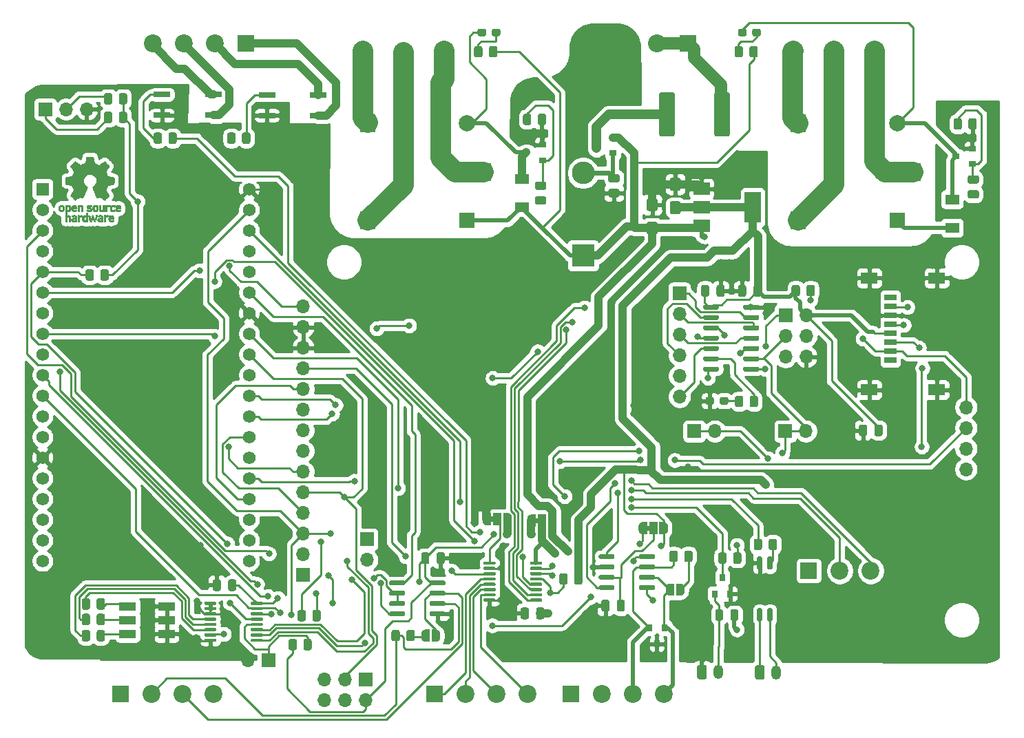
<source format=gbr>
G04 #@! TF.GenerationSoftware,KiCad,Pcbnew,(5.1.6)-1*
G04 #@! TF.CreationDate,2022-02-21T17:01:38-05:00*
G04 #@! TF.ProjectId,ControllerCircuit,436f6e74-726f-46c6-9c65-724369726375,rev?*
G04 #@! TF.SameCoordinates,Original*
G04 #@! TF.FileFunction,Copper,L1,Top*
G04 #@! TF.FilePolarity,Positive*
%FSLAX46Y46*%
G04 Gerber Fmt 4.6, Leading zero omitted, Abs format (unit mm)*
G04 Created by KiCad (PCBNEW (5.1.6)-1) date 2022-02-21 17:01:38*
%MOMM*%
%LPD*%
G01*
G04 APERTURE LIST*
G04 #@! TA.AperFunction,EtchedComponent*
%ADD10C,0.100000*%
G04 #@! TD*
G04 #@! TA.AperFunction,EtchedComponent*
%ADD11C,0.010000*%
G04 #@! TD*
G04 #@! TA.AperFunction,SMDPad,CuDef*
%ADD12R,2.000000X1.450000*%
G04 #@! TD*
G04 #@! TA.AperFunction,SMDPad,CuDef*
%ADD13R,1.500000X0.800000*%
G04 #@! TD*
G04 #@! TA.AperFunction,SMDPad,CuDef*
%ADD14C,0.100000*%
G04 #@! TD*
G04 #@! TA.AperFunction,SMDPad,CuDef*
%ADD15R,1.000000X1.500000*%
G04 #@! TD*
G04 #@! TA.AperFunction,SMDPad,CuDef*
%ADD16R,0.800000X0.900000*%
G04 #@! TD*
G04 #@! TA.AperFunction,ComponentPad*
%ADD17C,2.200000*%
G04 #@! TD*
G04 #@! TA.AperFunction,ComponentPad*
%ADD18R,2.000000X2.000000*%
G04 #@! TD*
G04 #@! TA.AperFunction,ComponentPad*
%ADD19O,2.800000X2.800000*%
G04 #@! TD*
G04 #@! TA.AperFunction,ComponentPad*
%ADD20R,2.800000X2.800000*%
G04 #@! TD*
G04 #@! TA.AperFunction,SMDPad,CuDef*
%ADD21R,1.700000X1.300000*%
G04 #@! TD*
G04 #@! TA.AperFunction,ComponentPad*
%ADD22O,1.700000X1.700000*%
G04 #@! TD*
G04 #@! TA.AperFunction,ComponentPad*
%ADD23R,1.700000X1.700000*%
G04 #@! TD*
G04 #@! TA.AperFunction,SMDPad,CuDef*
%ADD24R,2.000000X0.640000*%
G04 #@! TD*
G04 #@! TA.AperFunction,SMDPad,CuDef*
%ADD25R,2.000000X1.500000*%
G04 #@! TD*
G04 #@! TA.AperFunction,SMDPad,CuDef*
%ADD26R,2.000000X3.800000*%
G04 #@! TD*
G04 #@! TA.AperFunction,ComponentPad*
%ADD27O,1.200000X1.750000*%
G04 #@! TD*
G04 #@! TA.AperFunction,SMDPad,CuDef*
%ADD28R,0.900000X0.800000*%
G04 #@! TD*
G04 #@! TA.AperFunction,SMDPad,CuDef*
%ADD29R,2.000000X1.100000*%
G04 #@! TD*
G04 #@! TA.AperFunction,ComponentPad*
%ADD30C,1.560000*%
G04 #@! TD*
G04 #@! TA.AperFunction,ComponentPad*
%ADD31R,1.560000X1.560000*%
G04 #@! TD*
G04 #@! TA.AperFunction,ComponentPad*
%ADD32R,1.980000X1.980000*%
G04 #@! TD*
G04 #@! TA.AperFunction,ComponentPad*
%ADD33R,1.900000X2.200000*%
G04 #@! TD*
G04 #@! TA.AperFunction,ComponentPad*
%ADD34C,2.000000*%
G04 #@! TD*
G04 #@! TA.AperFunction,ComponentPad*
%ADD35C,1.900000*%
G04 #@! TD*
G04 #@! TA.AperFunction,ComponentPad*
%ADD36R,1.900000X1.900000*%
G04 #@! TD*
G04 #@! TA.AperFunction,ViaPad*
%ADD37C,0.800000*%
G04 #@! TD*
G04 #@! TA.AperFunction,Conductor*
%ADD38C,0.250000*%
G04 #@! TD*
G04 #@! TA.AperFunction,Conductor*
%ADD39C,0.500000*%
G04 #@! TD*
G04 #@! TA.AperFunction,Conductor*
%ADD40C,1.000000*%
G04 #@! TD*
G04 #@! TA.AperFunction,Conductor*
%ADD41C,1.500000*%
G04 #@! TD*
G04 #@! TA.AperFunction,Conductor*
%ADD42C,2.500000*%
G04 #@! TD*
G04 #@! TA.AperFunction,Conductor*
%ADD43C,0.600000*%
G04 #@! TD*
G04 #@! TA.AperFunction,Conductor*
%ADD44C,1.200000*%
G04 #@! TD*
G04 #@! TA.AperFunction,Conductor*
%ADD45C,0.254000*%
G04 #@! TD*
G04 APERTURE END LIST*
D10*
G04 #@! TO.C,JP7*
G36*
X152750000Y-111900000D02*
G01*
X153250000Y-111900000D01*
X153250000Y-112500000D01*
X152750000Y-112500000D01*
X152750000Y-111900000D01*
G37*
G04 #@! TO.C,JP6*
G36*
X147250000Y-111700000D02*
G01*
X147750000Y-111700000D01*
X147750000Y-112300000D01*
X147250000Y-112300000D01*
X147250000Y-111700000D01*
G37*
G04 #@! TO.C,JP5*
G36*
X166450000Y-112810000D02*
G01*
X166950000Y-112810000D01*
X166950000Y-113410000D01*
X166450000Y-113410000D01*
X166450000Y-112810000D01*
G37*
D11*
G04 #@! TO.C,REF\u002A\u002A\u002A*
G36*
X95523360Y-73382468D02*
G01*
X95558592Y-73399874D01*
X95602040Y-73430206D01*
X95633706Y-73463283D01*
X95655394Y-73504817D01*
X95668903Y-73560522D01*
X95676038Y-73636111D01*
X95678600Y-73737296D01*
X95678750Y-73780797D01*
X95678312Y-73876135D01*
X95676496Y-73944271D01*
X95672545Y-73991418D01*
X95665702Y-74023790D01*
X95655211Y-74047600D01*
X95644296Y-74063843D01*
X95574619Y-74132952D01*
X95492566Y-74174521D01*
X95404050Y-74187023D01*
X95314981Y-74168934D01*
X95286763Y-74156142D01*
X95219210Y-74120931D01*
X95219210Y-74672700D01*
X95268512Y-74647205D01*
X95333473Y-74627480D01*
X95413320Y-74622427D01*
X95493052Y-74631756D01*
X95553265Y-74652714D01*
X95603208Y-74692627D01*
X95645881Y-74749741D01*
X95649090Y-74755605D01*
X95662622Y-74783227D01*
X95672505Y-74811068D01*
X95679309Y-74844794D01*
X95683601Y-74890071D01*
X95685951Y-74952562D01*
X95686928Y-75037935D01*
X95687105Y-75134010D01*
X95687105Y-75440526D01*
X95503289Y-75440526D01*
X95503289Y-74875339D01*
X95451875Y-74832077D01*
X95398466Y-74797472D01*
X95347888Y-74791180D01*
X95297030Y-74807372D01*
X95269925Y-74823227D01*
X95249751Y-74845810D01*
X95235403Y-74879940D01*
X95225776Y-74930434D01*
X95219763Y-75002111D01*
X95216260Y-75099788D01*
X95215026Y-75164802D01*
X95210855Y-75432171D01*
X95123125Y-75437222D01*
X95035394Y-75442273D01*
X95035394Y-73783101D01*
X95219210Y-73783101D01*
X95223896Y-73875600D01*
X95239688Y-73939809D01*
X95269183Y-73979759D01*
X95314980Y-73999480D01*
X95361250Y-74003421D01*
X95413628Y-73998892D01*
X95448390Y-73981069D01*
X95470128Y-73957519D01*
X95487240Y-73932189D01*
X95497427Y-73903969D01*
X95501960Y-73864431D01*
X95502109Y-73805142D01*
X95500584Y-73755498D01*
X95497081Y-73680710D01*
X95491867Y-73631611D01*
X95483087Y-73600467D01*
X95468886Y-73579545D01*
X95455484Y-73567452D01*
X95399487Y-73541081D01*
X95333211Y-73536822D01*
X95295156Y-73545906D01*
X95257477Y-73578196D01*
X95232519Y-73641006D01*
X95220422Y-73733894D01*
X95219210Y-73783101D01*
X95035394Y-73783101D01*
X95035394Y-73368421D01*
X95127302Y-73368421D01*
X95182483Y-73370603D01*
X95210952Y-73378351D01*
X95219206Y-73393468D01*
X95219210Y-73393916D01*
X95223040Y-73408720D01*
X95239933Y-73407039D01*
X95273519Y-73390772D01*
X95351778Y-73365887D01*
X95439827Y-73363271D01*
X95523360Y-73382468D01*
G37*
X95523360Y-73382468D02*
X95558592Y-73399874D01*
X95602040Y-73430206D01*
X95633706Y-73463283D01*
X95655394Y-73504817D01*
X95668903Y-73560522D01*
X95676038Y-73636111D01*
X95678600Y-73737296D01*
X95678750Y-73780797D01*
X95678312Y-73876135D01*
X95676496Y-73944271D01*
X95672545Y-73991418D01*
X95665702Y-74023790D01*
X95655211Y-74047600D01*
X95644296Y-74063843D01*
X95574619Y-74132952D01*
X95492566Y-74174521D01*
X95404050Y-74187023D01*
X95314981Y-74168934D01*
X95286763Y-74156142D01*
X95219210Y-74120931D01*
X95219210Y-74672700D01*
X95268512Y-74647205D01*
X95333473Y-74627480D01*
X95413320Y-74622427D01*
X95493052Y-74631756D01*
X95553265Y-74652714D01*
X95603208Y-74692627D01*
X95645881Y-74749741D01*
X95649090Y-74755605D01*
X95662622Y-74783227D01*
X95672505Y-74811068D01*
X95679309Y-74844794D01*
X95683601Y-74890071D01*
X95685951Y-74952562D01*
X95686928Y-75037935D01*
X95687105Y-75134010D01*
X95687105Y-75440526D01*
X95503289Y-75440526D01*
X95503289Y-74875339D01*
X95451875Y-74832077D01*
X95398466Y-74797472D01*
X95347888Y-74791180D01*
X95297030Y-74807372D01*
X95269925Y-74823227D01*
X95249751Y-74845810D01*
X95235403Y-74879940D01*
X95225776Y-74930434D01*
X95219763Y-75002111D01*
X95216260Y-75099788D01*
X95215026Y-75164802D01*
X95210855Y-75432171D01*
X95123125Y-75437222D01*
X95035394Y-75442273D01*
X95035394Y-73783101D01*
X95219210Y-73783101D01*
X95223896Y-73875600D01*
X95239688Y-73939809D01*
X95269183Y-73979759D01*
X95314980Y-73999480D01*
X95361250Y-74003421D01*
X95413628Y-73998892D01*
X95448390Y-73981069D01*
X95470128Y-73957519D01*
X95487240Y-73932189D01*
X95497427Y-73903969D01*
X95501960Y-73864431D01*
X95502109Y-73805142D01*
X95500584Y-73755498D01*
X95497081Y-73680710D01*
X95491867Y-73631611D01*
X95483087Y-73600467D01*
X95468886Y-73579545D01*
X95455484Y-73567452D01*
X95399487Y-73541081D01*
X95333211Y-73536822D01*
X95295156Y-73545906D01*
X95257477Y-73578196D01*
X95232519Y-73641006D01*
X95220422Y-73733894D01*
X95219210Y-73783101D01*
X95035394Y-73783101D01*
X95035394Y-73368421D01*
X95127302Y-73368421D01*
X95182483Y-73370603D01*
X95210952Y-73378351D01*
X95219206Y-73393468D01*
X95219210Y-73393916D01*
X95223040Y-73408720D01*
X95239933Y-73407039D01*
X95273519Y-73390772D01*
X95351778Y-73365887D01*
X95439827Y-73363271D01*
X95523360Y-73382468D01*
G36*
X96220457Y-74628184D02*
G01*
X96299070Y-74649160D01*
X96358916Y-74687180D01*
X96401147Y-74736978D01*
X96414275Y-74758230D01*
X96423968Y-74780492D01*
X96430744Y-74808970D01*
X96435123Y-74848871D01*
X96437624Y-74905401D01*
X96438768Y-74983767D01*
X96439072Y-75089176D01*
X96439078Y-75117142D01*
X96439078Y-75440526D01*
X96358868Y-75440526D01*
X96307706Y-75436943D01*
X96269877Y-75427866D01*
X96260399Y-75422268D01*
X96234488Y-75412606D01*
X96208024Y-75422268D01*
X96164452Y-75434330D01*
X96101160Y-75439185D01*
X96031010Y-75437078D01*
X95966860Y-75428256D01*
X95929407Y-75416937D01*
X95856933Y-75370412D01*
X95811640Y-75305846D01*
X95791278Y-75220000D01*
X95791088Y-75217796D01*
X95792875Y-75179713D01*
X95954473Y-75179713D01*
X95968601Y-75223030D01*
X95991612Y-75247408D01*
X96037804Y-75265845D01*
X96098775Y-75273205D01*
X96160949Y-75269583D01*
X96210751Y-75255074D01*
X96224703Y-75245765D01*
X96249085Y-75202753D01*
X96255263Y-75153857D01*
X96255263Y-75089605D01*
X96162818Y-75089605D01*
X96074995Y-75096366D01*
X96008418Y-75115520D01*
X95967002Y-75145376D01*
X95954473Y-75179713D01*
X95792875Y-75179713D01*
X95795490Y-75124004D01*
X95826424Y-75049847D01*
X95884581Y-74993767D01*
X95892620Y-74988665D01*
X95927163Y-74972055D01*
X95969918Y-74961996D01*
X96029686Y-74957107D01*
X96100690Y-74955983D01*
X96255263Y-74955921D01*
X96255263Y-74891125D01*
X96248706Y-74840850D01*
X96231975Y-74807169D01*
X96230016Y-74805376D01*
X96192783Y-74790642D01*
X96136580Y-74784931D01*
X96074467Y-74787737D01*
X96019510Y-74798556D01*
X95986899Y-74814782D01*
X95969228Y-74827780D01*
X95950569Y-74830262D01*
X95924819Y-74819613D01*
X95885873Y-74793218D01*
X95827630Y-74748465D01*
X95822284Y-74744273D01*
X95825023Y-74728760D01*
X95847876Y-74702960D01*
X95882609Y-74674289D01*
X95920990Y-74650166D01*
X95933048Y-74644470D01*
X95977034Y-74633103D01*
X96041487Y-74624995D01*
X96113497Y-74621743D01*
X96116864Y-74621736D01*
X96220457Y-74628184D01*
G37*
X96220457Y-74628184D02*
X96299070Y-74649160D01*
X96358916Y-74687180D01*
X96401147Y-74736978D01*
X96414275Y-74758230D01*
X96423968Y-74780492D01*
X96430744Y-74808970D01*
X96435123Y-74848871D01*
X96437624Y-74905401D01*
X96438768Y-74983767D01*
X96439072Y-75089176D01*
X96439078Y-75117142D01*
X96439078Y-75440526D01*
X96358868Y-75440526D01*
X96307706Y-75436943D01*
X96269877Y-75427866D01*
X96260399Y-75422268D01*
X96234488Y-75412606D01*
X96208024Y-75422268D01*
X96164452Y-75434330D01*
X96101160Y-75439185D01*
X96031010Y-75437078D01*
X95966860Y-75428256D01*
X95929407Y-75416937D01*
X95856933Y-75370412D01*
X95811640Y-75305846D01*
X95791278Y-75220000D01*
X95791088Y-75217796D01*
X95792875Y-75179713D01*
X95954473Y-75179713D01*
X95968601Y-75223030D01*
X95991612Y-75247408D01*
X96037804Y-75265845D01*
X96098775Y-75273205D01*
X96160949Y-75269583D01*
X96210751Y-75255074D01*
X96224703Y-75245765D01*
X96249085Y-75202753D01*
X96255263Y-75153857D01*
X96255263Y-75089605D01*
X96162818Y-75089605D01*
X96074995Y-75096366D01*
X96008418Y-75115520D01*
X95967002Y-75145376D01*
X95954473Y-75179713D01*
X95792875Y-75179713D01*
X95795490Y-75124004D01*
X95826424Y-75049847D01*
X95884581Y-74993767D01*
X95892620Y-74988665D01*
X95927163Y-74972055D01*
X95969918Y-74961996D01*
X96029686Y-74957107D01*
X96100690Y-74955983D01*
X96255263Y-74955921D01*
X96255263Y-74891125D01*
X96248706Y-74840850D01*
X96231975Y-74807169D01*
X96230016Y-74805376D01*
X96192783Y-74790642D01*
X96136580Y-74784931D01*
X96074467Y-74787737D01*
X96019510Y-74798556D01*
X95986899Y-74814782D01*
X95969228Y-74827780D01*
X95950569Y-74830262D01*
X95924819Y-74819613D01*
X95885873Y-74793218D01*
X95827630Y-74748465D01*
X95822284Y-74744273D01*
X95825023Y-74728760D01*
X95847876Y-74702960D01*
X95882609Y-74674289D01*
X95920990Y-74650166D01*
X95933048Y-74644470D01*
X95977034Y-74633103D01*
X96041487Y-74624995D01*
X96113497Y-74621743D01*
X96116864Y-74621736D01*
X96220457Y-74628184D01*
G36*
X96739881Y-74623486D02*
G01*
X96764888Y-74630982D01*
X96772950Y-74647451D01*
X96773289Y-74654886D01*
X96774736Y-74675594D01*
X96784698Y-74678845D01*
X96811612Y-74664648D01*
X96827598Y-74654948D01*
X96878033Y-74634175D01*
X96938272Y-74623904D01*
X97001434Y-74623114D01*
X97060637Y-74630786D01*
X97109002Y-74645898D01*
X97139646Y-74667432D01*
X97145689Y-74694366D01*
X97142639Y-74701660D01*
X97120406Y-74731937D01*
X97085930Y-74769175D01*
X97079694Y-74775195D01*
X97046833Y-74802875D01*
X97018480Y-74811818D01*
X96978827Y-74805576D01*
X96962942Y-74801429D01*
X96913509Y-74791467D01*
X96878752Y-74795947D01*
X96849400Y-74811746D01*
X96822513Y-74832949D01*
X96802710Y-74859614D01*
X96788948Y-74896827D01*
X96780184Y-74949673D01*
X96775374Y-75023237D01*
X96773474Y-75122605D01*
X96773289Y-75182601D01*
X96773289Y-75440526D01*
X96606184Y-75440526D01*
X96606184Y-74621710D01*
X96689736Y-74621710D01*
X96739881Y-74623486D01*
G37*
X96739881Y-74623486D02*
X96764888Y-74630982D01*
X96772950Y-74647451D01*
X96773289Y-74654886D01*
X96774736Y-74675594D01*
X96784698Y-74678845D01*
X96811612Y-74664648D01*
X96827598Y-74654948D01*
X96878033Y-74634175D01*
X96938272Y-74623904D01*
X97001434Y-74623114D01*
X97060637Y-74630786D01*
X97109002Y-74645898D01*
X97139646Y-74667432D01*
X97145689Y-74694366D01*
X97142639Y-74701660D01*
X97120406Y-74731937D01*
X97085930Y-74769175D01*
X97079694Y-74775195D01*
X97046833Y-74802875D01*
X97018480Y-74811818D01*
X96978827Y-74805576D01*
X96962942Y-74801429D01*
X96913509Y-74791467D01*
X96878752Y-74795947D01*
X96849400Y-74811746D01*
X96822513Y-74832949D01*
X96802710Y-74859614D01*
X96788948Y-74896827D01*
X96780184Y-74949673D01*
X96775374Y-75023237D01*
X96773474Y-75122605D01*
X96773289Y-75182601D01*
X96773289Y-75440526D01*
X96606184Y-75440526D01*
X96606184Y-74621710D01*
X96689736Y-74621710D01*
X96739881Y-74623486D01*
G36*
X97792631Y-75440526D02*
G01*
X97700723Y-75440526D01*
X97647377Y-75438962D01*
X97619593Y-75432485D01*
X97609590Y-75418418D01*
X97608815Y-75408906D01*
X97607128Y-75389832D01*
X97596490Y-75386174D01*
X97568535Y-75397932D01*
X97546795Y-75408906D01*
X97463332Y-75434911D01*
X97372604Y-75436416D01*
X97298842Y-75417021D01*
X97230154Y-75370165D01*
X97177794Y-75301004D01*
X97149122Y-75219427D01*
X97148392Y-75214866D01*
X97144132Y-75165101D01*
X97142014Y-75093659D01*
X97142184Y-75039626D01*
X97324720Y-75039626D01*
X97328949Y-75111441D01*
X97338568Y-75170634D01*
X97351590Y-75204060D01*
X97400856Y-75249740D01*
X97459350Y-75266115D01*
X97519671Y-75252873D01*
X97571217Y-75213373D01*
X97590738Y-75186807D01*
X97602152Y-75155106D01*
X97607498Y-75108832D01*
X97608815Y-75039328D01*
X97606458Y-74970499D01*
X97600233Y-74910026D01*
X97591408Y-74869556D01*
X97589937Y-74865929D01*
X97554347Y-74822802D01*
X97502400Y-74799124D01*
X97444278Y-74795301D01*
X97390160Y-74811738D01*
X97350226Y-74848840D01*
X97346083Y-74856222D01*
X97333116Y-74901239D01*
X97326052Y-74965967D01*
X97324720Y-75039626D01*
X97142184Y-75039626D01*
X97142271Y-75012230D01*
X97143472Y-74968405D01*
X97151645Y-74859988D01*
X97168630Y-74778588D01*
X97196887Y-74718412D01*
X97238872Y-74673666D01*
X97279632Y-74647400D01*
X97336581Y-74628935D01*
X97407411Y-74622602D01*
X97479941Y-74627760D01*
X97541986Y-74643769D01*
X97574768Y-74662920D01*
X97608815Y-74693732D01*
X97608815Y-74304210D01*
X97792631Y-74304210D01*
X97792631Y-75440526D01*
G37*
X97792631Y-75440526D02*
X97700723Y-75440526D01*
X97647377Y-75438962D01*
X97619593Y-75432485D01*
X97609590Y-75418418D01*
X97608815Y-75408906D01*
X97607128Y-75389832D01*
X97596490Y-75386174D01*
X97568535Y-75397932D01*
X97546795Y-75408906D01*
X97463332Y-75434911D01*
X97372604Y-75436416D01*
X97298842Y-75417021D01*
X97230154Y-75370165D01*
X97177794Y-75301004D01*
X97149122Y-75219427D01*
X97148392Y-75214866D01*
X97144132Y-75165101D01*
X97142014Y-75093659D01*
X97142184Y-75039626D01*
X97324720Y-75039626D01*
X97328949Y-75111441D01*
X97338568Y-75170634D01*
X97351590Y-75204060D01*
X97400856Y-75249740D01*
X97459350Y-75266115D01*
X97519671Y-75252873D01*
X97571217Y-75213373D01*
X97590738Y-75186807D01*
X97602152Y-75155106D01*
X97607498Y-75108832D01*
X97608815Y-75039328D01*
X97606458Y-74970499D01*
X97600233Y-74910026D01*
X97591408Y-74869556D01*
X97589937Y-74865929D01*
X97554347Y-74822802D01*
X97502400Y-74799124D01*
X97444278Y-74795301D01*
X97390160Y-74811738D01*
X97350226Y-74848840D01*
X97346083Y-74856222D01*
X97333116Y-74901239D01*
X97326052Y-74965967D01*
X97324720Y-75039626D01*
X97142184Y-75039626D01*
X97142271Y-75012230D01*
X97143472Y-74968405D01*
X97151645Y-74859988D01*
X97168630Y-74778588D01*
X97196887Y-74718412D01*
X97238872Y-74673666D01*
X97279632Y-74647400D01*
X97336581Y-74628935D01*
X97407411Y-74622602D01*
X97479941Y-74627760D01*
X97541986Y-74643769D01*
X97574768Y-74662920D01*
X97608815Y-74693732D01*
X97608815Y-74304210D01*
X97792631Y-74304210D01*
X97792631Y-75440526D01*
G36*
X98434130Y-74625104D02*
G01*
X98500220Y-74630066D01*
X98586626Y-74889079D01*
X98673031Y-75148092D01*
X98700124Y-75056184D01*
X98716428Y-74999384D01*
X98737875Y-74922625D01*
X98761035Y-74838251D01*
X98773280Y-74792993D01*
X98819344Y-74621710D01*
X99009387Y-74621710D01*
X98952582Y-74801349D01*
X98924607Y-74889704D01*
X98890813Y-74996281D01*
X98855520Y-75107454D01*
X98824013Y-75206579D01*
X98752250Y-75432171D01*
X98597286Y-75442253D01*
X98555270Y-75303528D01*
X98529359Y-75217351D01*
X98501083Y-75122347D01*
X98476369Y-75038441D01*
X98475394Y-75035102D01*
X98456935Y-74978248D01*
X98440649Y-74939456D01*
X98429242Y-74924787D01*
X98426898Y-74926483D01*
X98418671Y-74949225D01*
X98403038Y-74997940D01*
X98381904Y-75066502D01*
X98357170Y-75148785D01*
X98343787Y-75194046D01*
X98271311Y-75440526D01*
X98117495Y-75440526D01*
X97994531Y-75052006D01*
X97959988Y-74943022D01*
X97928521Y-74844048D01*
X97901616Y-74759736D01*
X97880759Y-74694734D01*
X97867438Y-74653692D01*
X97863388Y-74641701D01*
X97866594Y-74629423D01*
X97891765Y-74624046D01*
X97944146Y-74624584D01*
X97952345Y-74624990D01*
X98049482Y-74630066D01*
X98113100Y-74864013D01*
X98136484Y-74949333D01*
X98157381Y-75024335D01*
X98173951Y-75082507D01*
X98184354Y-75117337D01*
X98186276Y-75123016D01*
X98194241Y-75116486D01*
X98210304Y-75082654D01*
X98232621Y-75026127D01*
X98259345Y-74951510D01*
X98281937Y-74884107D01*
X98368041Y-74620143D01*
X98434130Y-74625104D01*
G37*
X98434130Y-74625104D02*
X98500220Y-74630066D01*
X98586626Y-74889079D01*
X98673031Y-75148092D01*
X98700124Y-75056184D01*
X98716428Y-74999384D01*
X98737875Y-74922625D01*
X98761035Y-74838251D01*
X98773280Y-74792993D01*
X98819344Y-74621710D01*
X99009387Y-74621710D01*
X98952582Y-74801349D01*
X98924607Y-74889704D01*
X98890813Y-74996281D01*
X98855520Y-75107454D01*
X98824013Y-75206579D01*
X98752250Y-75432171D01*
X98597286Y-75442253D01*
X98555270Y-75303528D01*
X98529359Y-75217351D01*
X98501083Y-75122347D01*
X98476369Y-75038441D01*
X98475394Y-75035102D01*
X98456935Y-74978248D01*
X98440649Y-74939456D01*
X98429242Y-74924787D01*
X98426898Y-74926483D01*
X98418671Y-74949225D01*
X98403038Y-74997940D01*
X98381904Y-75066502D01*
X98357170Y-75148785D01*
X98343787Y-75194046D01*
X98271311Y-75440526D01*
X98117495Y-75440526D01*
X97994531Y-75052006D01*
X97959988Y-74943022D01*
X97928521Y-74844048D01*
X97901616Y-74759736D01*
X97880759Y-74694734D01*
X97867438Y-74653692D01*
X97863388Y-74641701D01*
X97866594Y-74629423D01*
X97891765Y-74624046D01*
X97944146Y-74624584D01*
X97952345Y-74624990D01*
X98049482Y-74630066D01*
X98113100Y-74864013D01*
X98136484Y-74949333D01*
X98157381Y-75024335D01*
X98173951Y-75082507D01*
X98184354Y-75117337D01*
X98186276Y-75123016D01*
X98194241Y-75116486D01*
X98210304Y-75082654D01*
X98232621Y-75026127D01*
X98259345Y-74951510D01*
X98281937Y-74884107D01*
X98368041Y-74620143D01*
X98434130Y-74625104D01*
G36*
X99439992Y-74626673D02*
G01*
X99510427Y-74643780D01*
X99530787Y-74652844D01*
X99570253Y-74676583D01*
X99600541Y-74703321D01*
X99622952Y-74737699D01*
X99638786Y-74784360D01*
X99649343Y-74847946D01*
X99655924Y-74933099D01*
X99659828Y-75044462D01*
X99661310Y-75118849D01*
X99666765Y-75440526D01*
X99573580Y-75440526D01*
X99517047Y-75438156D01*
X99487922Y-75430055D01*
X99480394Y-75416451D01*
X99476420Y-75401741D01*
X99458652Y-75404554D01*
X99434440Y-75416348D01*
X99373828Y-75434427D01*
X99295929Y-75439299D01*
X99213995Y-75431330D01*
X99141281Y-75410889D01*
X99134759Y-75408051D01*
X99068302Y-75361365D01*
X99024491Y-75296464D01*
X99004332Y-75220600D01*
X99005872Y-75193344D01*
X99170345Y-75193344D01*
X99184837Y-75230024D01*
X99227805Y-75256309D01*
X99297129Y-75270417D01*
X99334177Y-75272290D01*
X99395919Y-75267494D01*
X99436960Y-75248858D01*
X99446973Y-75240000D01*
X99474100Y-75191806D01*
X99480394Y-75148092D01*
X99480394Y-75089605D01*
X99398930Y-75089605D01*
X99304234Y-75094432D01*
X99237813Y-75109613D01*
X99195846Y-75136200D01*
X99186449Y-75148052D01*
X99170345Y-75193344D01*
X99005872Y-75193344D01*
X99008829Y-75141026D01*
X99038985Y-75064995D01*
X99080131Y-75013612D01*
X99105052Y-74991397D01*
X99129448Y-74976798D01*
X99161191Y-74967897D01*
X99208152Y-74962775D01*
X99278204Y-74959515D01*
X99305990Y-74958577D01*
X99480394Y-74952879D01*
X99480138Y-74900091D01*
X99473384Y-74844603D01*
X99448964Y-74811052D01*
X99399630Y-74789618D01*
X99398306Y-74789236D01*
X99328360Y-74780808D01*
X99259914Y-74791816D01*
X99209047Y-74818585D01*
X99188637Y-74831803D01*
X99166654Y-74829974D01*
X99132826Y-74810824D01*
X99112961Y-74797308D01*
X99074106Y-74768432D01*
X99050038Y-74746786D01*
X99046176Y-74740589D01*
X99062079Y-74708519D01*
X99109065Y-74670219D01*
X99129473Y-74657297D01*
X99188143Y-74635041D01*
X99267212Y-74622432D01*
X99355041Y-74619600D01*
X99439992Y-74626673D01*
G37*
X99439992Y-74626673D02*
X99510427Y-74643780D01*
X99530787Y-74652844D01*
X99570253Y-74676583D01*
X99600541Y-74703321D01*
X99622952Y-74737699D01*
X99638786Y-74784360D01*
X99649343Y-74847946D01*
X99655924Y-74933099D01*
X99659828Y-75044462D01*
X99661310Y-75118849D01*
X99666765Y-75440526D01*
X99573580Y-75440526D01*
X99517047Y-75438156D01*
X99487922Y-75430055D01*
X99480394Y-75416451D01*
X99476420Y-75401741D01*
X99458652Y-75404554D01*
X99434440Y-75416348D01*
X99373828Y-75434427D01*
X99295929Y-75439299D01*
X99213995Y-75431330D01*
X99141281Y-75410889D01*
X99134759Y-75408051D01*
X99068302Y-75361365D01*
X99024491Y-75296464D01*
X99004332Y-75220600D01*
X99005872Y-75193344D01*
X99170345Y-75193344D01*
X99184837Y-75230024D01*
X99227805Y-75256309D01*
X99297129Y-75270417D01*
X99334177Y-75272290D01*
X99395919Y-75267494D01*
X99436960Y-75248858D01*
X99446973Y-75240000D01*
X99474100Y-75191806D01*
X99480394Y-75148092D01*
X99480394Y-75089605D01*
X99398930Y-75089605D01*
X99304234Y-75094432D01*
X99237813Y-75109613D01*
X99195846Y-75136200D01*
X99186449Y-75148052D01*
X99170345Y-75193344D01*
X99005872Y-75193344D01*
X99008829Y-75141026D01*
X99038985Y-75064995D01*
X99080131Y-75013612D01*
X99105052Y-74991397D01*
X99129448Y-74976798D01*
X99161191Y-74967897D01*
X99208152Y-74962775D01*
X99278204Y-74959515D01*
X99305990Y-74958577D01*
X99480394Y-74952879D01*
X99480138Y-74900091D01*
X99473384Y-74844603D01*
X99448964Y-74811052D01*
X99399630Y-74789618D01*
X99398306Y-74789236D01*
X99328360Y-74780808D01*
X99259914Y-74791816D01*
X99209047Y-74818585D01*
X99188637Y-74831803D01*
X99166654Y-74829974D01*
X99132826Y-74810824D01*
X99112961Y-74797308D01*
X99074106Y-74768432D01*
X99050038Y-74746786D01*
X99046176Y-74740589D01*
X99062079Y-74708519D01*
X99109065Y-74670219D01*
X99129473Y-74657297D01*
X99188143Y-74635041D01*
X99267212Y-74622432D01*
X99355041Y-74619600D01*
X99439992Y-74626673D01*
G36*
X100233167Y-74621447D02*
G01*
X100297408Y-74634112D01*
X100333980Y-74652864D01*
X100372453Y-74684017D01*
X100317717Y-74753127D01*
X100283969Y-74794979D01*
X100261053Y-74815398D01*
X100238279Y-74818517D01*
X100204956Y-74808472D01*
X100189314Y-74802789D01*
X100125542Y-74794404D01*
X100067140Y-74812378D01*
X100024264Y-74852982D01*
X100017299Y-74865929D01*
X100009713Y-74900224D01*
X100003859Y-74963427D01*
X100000011Y-75051060D01*
X99998443Y-75158640D01*
X99998421Y-75173944D01*
X99998421Y-75440526D01*
X99814605Y-75440526D01*
X99814605Y-74621710D01*
X99906513Y-74621710D01*
X99959507Y-74623094D01*
X99987115Y-74629252D01*
X99997324Y-74643194D01*
X99998421Y-74656344D01*
X99998421Y-74690978D01*
X100042450Y-74656344D01*
X100092937Y-74632716D01*
X100160760Y-74621033D01*
X100233167Y-74621447D01*
G37*
X100233167Y-74621447D02*
X100297408Y-74634112D01*
X100333980Y-74652864D01*
X100372453Y-74684017D01*
X100317717Y-74753127D01*
X100283969Y-74794979D01*
X100261053Y-74815398D01*
X100238279Y-74818517D01*
X100204956Y-74808472D01*
X100189314Y-74802789D01*
X100125542Y-74794404D01*
X100067140Y-74812378D01*
X100024264Y-74852982D01*
X100017299Y-74865929D01*
X100009713Y-74900224D01*
X100003859Y-74963427D01*
X100000011Y-75051060D01*
X99998443Y-75158640D01*
X99998421Y-75173944D01*
X99998421Y-75440526D01*
X99814605Y-75440526D01*
X99814605Y-74621710D01*
X99906513Y-74621710D01*
X99959507Y-74623094D01*
X99987115Y-74629252D01*
X99997324Y-74643194D01*
X99998421Y-74656344D01*
X99998421Y-74690978D01*
X100042450Y-74656344D01*
X100092937Y-74632716D01*
X100160760Y-74621033D01*
X100233167Y-74621447D01*
G36*
X100761193Y-74626078D02*
G01*
X100841068Y-74646845D01*
X100907962Y-74689705D01*
X100940351Y-74721723D01*
X100993445Y-74797413D01*
X101023873Y-74885216D01*
X101034327Y-74993150D01*
X101034380Y-75001875D01*
X101034473Y-75089605D01*
X100529534Y-75089605D01*
X100540298Y-75135559D01*
X100559732Y-75177178D01*
X100593745Y-75220544D01*
X100600860Y-75227467D01*
X100662003Y-75264935D01*
X100731729Y-75271289D01*
X100811987Y-75246638D01*
X100825592Y-75240000D01*
X100867319Y-75219819D01*
X100895268Y-75208321D01*
X100900145Y-75207258D01*
X100917168Y-75217583D01*
X100949633Y-75242845D01*
X100966114Y-75256650D01*
X101000264Y-75288361D01*
X101011478Y-75309299D01*
X101003695Y-75328560D01*
X100999535Y-75333827D01*
X100971357Y-75356878D01*
X100924862Y-75384892D01*
X100892434Y-75401246D01*
X100800385Y-75430059D01*
X100698476Y-75439395D01*
X100601963Y-75428332D01*
X100574934Y-75420412D01*
X100491276Y-75375581D01*
X100429266Y-75306598D01*
X100388545Y-75212794D01*
X100368755Y-75093498D01*
X100366582Y-75031118D01*
X100372926Y-74940298D01*
X100533157Y-74940298D01*
X100548655Y-74947012D01*
X100590312Y-74952280D01*
X100650876Y-74955389D01*
X100691907Y-74955921D01*
X100765711Y-74955408D01*
X100812293Y-74953006D01*
X100837848Y-74947422D01*
X100848569Y-74937361D01*
X100850657Y-74922763D01*
X100836331Y-74877796D01*
X100800262Y-74833353D01*
X100752815Y-74799242D01*
X100705349Y-74785288D01*
X100640879Y-74797666D01*
X100585070Y-74833452D01*
X100546374Y-74885033D01*
X100533157Y-74940298D01*
X100372926Y-74940298D01*
X100375821Y-74898866D01*
X100404336Y-74793498D01*
X100452729Y-74714178D01*
X100521604Y-74660071D01*
X100611565Y-74630343D01*
X100660300Y-74624618D01*
X100761193Y-74626078D01*
G37*
X100761193Y-74626078D02*
X100841068Y-74646845D01*
X100907962Y-74689705D01*
X100940351Y-74721723D01*
X100993445Y-74797413D01*
X101023873Y-74885216D01*
X101034327Y-74993150D01*
X101034380Y-75001875D01*
X101034473Y-75089605D01*
X100529534Y-75089605D01*
X100540298Y-75135559D01*
X100559732Y-75177178D01*
X100593745Y-75220544D01*
X100600860Y-75227467D01*
X100662003Y-75264935D01*
X100731729Y-75271289D01*
X100811987Y-75246638D01*
X100825592Y-75240000D01*
X100867319Y-75219819D01*
X100895268Y-75208321D01*
X100900145Y-75207258D01*
X100917168Y-75217583D01*
X100949633Y-75242845D01*
X100966114Y-75256650D01*
X101000264Y-75288361D01*
X101011478Y-75309299D01*
X101003695Y-75328560D01*
X100999535Y-75333827D01*
X100971357Y-75356878D01*
X100924862Y-75384892D01*
X100892434Y-75401246D01*
X100800385Y-75430059D01*
X100698476Y-75439395D01*
X100601963Y-75428332D01*
X100574934Y-75420412D01*
X100491276Y-75375581D01*
X100429266Y-75306598D01*
X100388545Y-75212794D01*
X100368755Y-75093498D01*
X100366582Y-75031118D01*
X100372926Y-74940298D01*
X100533157Y-74940298D01*
X100548655Y-74947012D01*
X100590312Y-74952280D01*
X100650876Y-74955389D01*
X100691907Y-74955921D01*
X100765711Y-74955408D01*
X100812293Y-74953006D01*
X100837848Y-74947422D01*
X100848569Y-74937361D01*
X100850657Y-74922763D01*
X100836331Y-74877796D01*
X100800262Y-74833353D01*
X100752815Y-74799242D01*
X100705349Y-74785288D01*
X100640879Y-74797666D01*
X100585070Y-74833452D01*
X100546374Y-74885033D01*
X100533157Y-74940298D01*
X100372926Y-74940298D01*
X100375821Y-74898866D01*
X100404336Y-74793498D01*
X100452729Y-74714178D01*
X100521604Y-74660071D01*
X100611565Y-74630343D01*
X100660300Y-74624618D01*
X100761193Y-74626078D01*
G36*
X94686784Y-73377104D02*
G01*
X94774205Y-73415754D01*
X94840570Y-73480290D01*
X94885976Y-73570812D01*
X94910518Y-73687418D01*
X94912277Y-73705624D01*
X94913656Y-73833984D01*
X94895784Y-73946496D01*
X94859750Y-74037688D01*
X94840455Y-74067022D01*
X94773245Y-74129106D01*
X94687650Y-74169316D01*
X94591890Y-74186003D01*
X94494187Y-74177517D01*
X94419917Y-74151380D01*
X94356047Y-74107335D01*
X94303846Y-74049587D01*
X94302943Y-74048236D01*
X94281744Y-74012593D01*
X94267967Y-73976752D01*
X94259624Y-73931519D01*
X94254727Y-73867701D01*
X94252569Y-73815368D01*
X94251671Y-73767910D01*
X94418743Y-73767910D01*
X94420376Y-73815154D01*
X94426304Y-73878046D01*
X94436761Y-73918407D01*
X94455619Y-73947122D01*
X94473281Y-73963896D01*
X94535894Y-73999016D01*
X94601408Y-74003710D01*
X94662421Y-73978440D01*
X94692928Y-73950124D01*
X94714911Y-73921589D01*
X94727769Y-73894284D01*
X94733412Y-73858750D01*
X94733751Y-73805524D01*
X94732012Y-73756506D01*
X94728271Y-73686482D01*
X94722341Y-73641064D01*
X94711653Y-73611440D01*
X94693639Y-73588797D01*
X94679363Y-73575855D01*
X94619651Y-73541860D01*
X94555234Y-73540165D01*
X94501219Y-73560301D01*
X94455140Y-73602352D01*
X94427689Y-73671428D01*
X94418743Y-73767910D01*
X94251671Y-73767910D01*
X94250599Y-73711299D01*
X94253964Y-73633468D01*
X94264045Y-73574930D01*
X94282226Y-73528737D01*
X94309890Y-73487942D01*
X94320146Y-73475828D01*
X94384278Y-73415474D01*
X94453066Y-73380220D01*
X94537189Y-73365450D01*
X94578209Y-73364243D01*
X94686784Y-73377104D01*
G37*
X94686784Y-73377104D02*
X94774205Y-73415754D01*
X94840570Y-73480290D01*
X94885976Y-73570812D01*
X94910518Y-73687418D01*
X94912277Y-73705624D01*
X94913656Y-73833984D01*
X94895784Y-73946496D01*
X94859750Y-74037688D01*
X94840455Y-74067022D01*
X94773245Y-74129106D01*
X94687650Y-74169316D01*
X94591890Y-74186003D01*
X94494187Y-74177517D01*
X94419917Y-74151380D01*
X94356047Y-74107335D01*
X94303846Y-74049587D01*
X94302943Y-74048236D01*
X94281744Y-74012593D01*
X94267967Y-73976752D01*
X94259624Y-73931519D01*
X94254727Y-73867701D01*
X94252569Y-73815368D01*
X94251671Y-73767910D01*
X94418743Y-73767910D01*
X94420376Y-73815154D01*
X94426304Y-73878046D01*
X94436761Y-73918407D01*
X94455619Y-73947122D01*
X94473281Y-73963896D01*
X94535894Y-73999016D01*
X94601408Y-74003710D01*
X94662421Y-73978440D01*
X94692928Y-73950124D01*
X94714911Y-73921589D01*
X94727769Y-73894284D01*
X94733412Y-73858750D01*
X94733751Y-73805524D01*
X94732012Y-73756506D01*
X94728271Y-73686482D01*
X94722341Y-73641064D01*
X94711653Y-73611440D01*
X94693639Y-73588797D01*
X94679363Y-73575855D01*
X94619651Y-73541860D01*
X94555234Y-73540165D01*
X94501219Y-73560301D01*
X94455140Y-73602352D01*
X94427689Y-73671428D01*
X94418743Y-73767910D01*
X94251671Y-73767910D01*
X94250599Y-73711299D01*
X94253964Y-73633468D01*
X94264045Y-73574930D01*
X94282226Y-73528737D01*
X94309890Y-73487942D01*
X94320146Y-73475828D01*
X94384278Y-73415474D01*
X94453066Y-73380220D01*
X94537189Y-73365450D01*
X94578209Y-73364243D01*
X94686784Y-73377104D01*
G36*
X96257018Y-73387027D02*
G01*
X96273670Y-73394866D01*
X96331305Y-73437086D01*
X96385805Y-73498700D01*
X96426499Y-73566543D01*
X96438074Y-73597734D01*
X96448634Y-73653449D01*
X96454931Y-73720781D01*
X96455696Y-73748585D01*
X96455789Y-73836316D01*
X95950850Y-73836316D01*
X95961613Y-73882270D01*
X95988033Y-73936620D01*
X96034222Y-73983591D01*
X96089172Y-74013848D01*
X96124189Y-74020131D01*
X96171677Y-74012506D01*
X96228335Y-73993383D01*
X96247582Y-73984584D01*
X96318759Y-73949036D01*
X96379502Y-73995367D01*
X96414552Y-74026703D01*
X96433202Y-74052567D01*
X96434147Y-74060158D01*
X96417485Y-74078556D01*
X96380970Y-74106515D01*
X96347828Y-74128327D01*
X96258393Y-74167537D01*
X96158129Y-74185285D01*
X96058754Y-74180670D01*
X95979539Y-74156551D01*
X95897880Y-74104884D01*
X95839849Y-74036856D01*
X95803546Y-73948843D01*
X95787072Y-73837216D01*
X95785611Y-73786138D01*
X95791457Y-73669091D01*
X95792175Y-73665686D01*
X95959489Y-73665686D01*
X95964097Y-73676662D01*
X95983036Y-73682715D01*
X96022098Y-73685310D01*
X96087077Y-73685910D01*
X96112097Y-73685921D01*
X96188221Y-73685014D01*
X96236496Y-73681720D01*
X96262460Y-73675181D01*
X96271648Y-73664537D01*
X96271973Y-73661119D01*
X96261487Y-73633956D01*
X96235242Y-73595903D01*
X96223959Y-73582579D01*
X96182072Y-73544896D01*
X96138409Y-73530080D01*
X96114885Y-73528842D01*
X96051243Y-73544329D01*
X95997873Y-73585930D01*
X95964019Y-73646353D01*
X95963419Y-73648322D01*
X95959489Y-73665686D01*
X95792175Y-73665686D01*
X95810899Y-73576928D01*
X95845922Y-73503190D01*
X95888756Y-73450848D01*
X95967948Y-73394092D01*
X96061040Y-73363762D01*
X96160055Y-73361021D01*
X96257018Y-73387027D01*
G37*
X96257018Y-73387027D02*
X96273670Y-73394866D01*
X96331305Y-73437086D01*
X96385805Y-73498700D01*
X96426499Y-73566543D01*
X96438074Y-73597734D01*
X96448634Y-73653449D01*
X96454931Y-73720781D01*
X96455696Y-73748585D01*
X96455789Y-73836316D01*
X95950850Y-73836316D01*
X95961613Y-73882270D01*
X95988033Y-73936620D01*
X96034222Y-73983591D01*
X96089172Y-74013848D01*
X96124189Y-74020131D01*
X96171677Y-74012506D01*
X96228335Y-73993383D01*
X96247582Y-73984584D01*
X96318759Y-73949036D01*
X96379502Y-73995367D01*
X96414552Y-74026703D01*
X96433202Y-74052567D01*
X96434147Y-74060158D01*
X96417485Y-74078556D01*
X96380970Y-74106515D01*
X96347828Y-74128327D01*
X96258393Y-74167537D01*
X96158129Y-74185285D01*
X96058754Y-74180670D01*
X95979539Y-74156551D01*
X95897880Y-74104884D01*
X95839849Y-74036856D01*
X95803546Y-73948843D01*
X95787072Y-73837216D01*
X95785611Y-73786138D01*
X95791457Y-73669091D01*
X95792175Y-73665686D01*
X95959489Y-73665686D01*
X95964097Y-73676662D01*
X95983036Y-73682715D01*
X96022098Y-73685310D01*
X96087077Y-73685910D01*
X96112097Y-73685921D01*
X96188221Y-73685014D01*
X96236496Y-73681720D01*
X96262460Y-73675181D01*
X96271648Y-73664537D01*
X96271973Y-73661119D01*
X96261487Y-73633956D01*
X96235242Y-73595903D01*
X96223959Y-73582579D01*
X96182072Y-73544896D01*
X96138409Y-73530080D01*
X96114885Y-73528842D01*
X96051243Y-73544329D01*
X95997873Y-73585930D01*
X95964019Y-73646353D01*
X95963419Y-73648322D01*
X95959489Y-73665686D01*
X95792175Y-73665686D01*
X95810899Y-73576928D01*
X95845922Y-73503190D01*
X95888756Y-73450848D01*
X95967948Y-73394092D01*
X96061040Y-73363762D01*
X96160055Y-73361021D01*
X96257018Y-73387027D01*
G36*
X98078628Y-73365547D02*
G01*
X98141908Y-73377548D01*
X98207557Y-73402648D01*
X98214572Y-73405848D01*
X98264356Y-73432026D01*
X98298834Y-73456353D01*
X98309978Y-73471937D01*
X98299366Y-73497353D01*
X98273588Y-73534853D01*
X98262146Y-73548852D01*
X98214992Y-73603954D01*
X98154201Y-73568086D01*
X98096347Y-73544192D01*
X98029500Y-73531420D01*
X97965394Y-73530613D01*
X97915764Y-73542615D01*
X97903854Y-73550105D01*
X97881172Y-73584450D01*
X97878416Y-73624013D01*
X97895388Y-73654920D01*
X97905427Y-73660913D01*
X97935510Y-73668357D01*
X97988389Y-73677106D01*
X98053575Y-73685467D01*
X98065600Y-73686778D01*
X98170297Y-73704888D01*
X98246232Y-73735651D01*
X98296592Y-73781907D01*
X98324564Y-73846497D01*
X98333278Y-73925387D01*
X98321240Y-74015065D01*
X98282151Y-74085486D01*
X98215855Y-74136777D01*
X98122194Y-74169067D01*
X98018223Y-74181807D01*
X97933438Y-74181654D01*
X97864665Y-74170083D01*
X97817697Y-74154109D01*
X97758350Y-74126275D01*
X97703506Y-74093973D01*
X97684013Y-74079755D01*
X97633881Y-74038835D01*
X97754803Y-73916477D01*
X97823543Y-73961967D01*
X97892488Y-73996133D01*
X97966111Y-74014004D01*
X98036883Y-74015889D01*
X98097274Y-74002101D01*
X98139757Y-73972949D01*
X98153474Y-73948352D01*
X98151417Y-73908904D01*
X98117330Y-73878737D01*
X98051308Y-73857906D01*
X97978974Y-73848279D01*
X97867652Y-73829910D01*
X97784952Y-73795254D01*
X97729765Y-73743297D01*
X97700988Y-73673023D01*
X97697001Y-73589707D01*
X97716693Y-73502681D01*
X97761589Y-73436902D01*
X97832091Y-73392068D01*
X97928601Y-73367879D01*
X98000100Y-73363137D01*
X98078628Y-73365547D01*
G37*
X98078628Y-73365547D02*
X98141908Y-73377548D01*
X98207557Y-73402648D01*
X98214572Y-73405848D01*
X98264356Y-73432026D01*
X98298834Y-73456353D01*
X98309978Y-73471937D01*
X98299366Y-73497353D01*
X98273588Y-73534853D01*
X98262146Y-73548852D01*
X98214992Y-73603954D01*
X98154201Y-73568086D01*
X98096347Y-73544192D01*
X98029500Y-73531420D01*
X97965394Y-73530613D01*
X97915764Y-73542615D01*
X97903854Y-73550105D01*
X97881172Y-73584450D01*
X97878416Y-73624013D01*
X97895388Y-73654920D01*
X97905427Y-73660913D01*
X97935510Y-73668357D01*
X97988389Y-73677106D01*
X98053575Y-73685467D01*
X98065600Y-73686778D01*
X98170297Y-73704888D01*
X98246232Y-73735651D01*
X98296592Y-73781907D01*
X98324564Y-73846497D01*
X98333278Y-73925387D01*
X98321240Y-74015065D01*
X98282151Y-74085486D01*
X98215855Y-74136777D01*
X98122194Y-74169067D01*
X98018223Y-74181807D01*
X97933438Y-74181654D01*
X97864665Y-74170083D01*
X97817697Y-74154109D01*
X97758350Y-74126275D01*
X97703506Y-74093973D01*
X97684013Y-74079755D01*
X97633881Y-74038835D01*
X97754803Y-73916477D01*
X97823543Y-73961967D01*
X97892488Y-73996133D01*
X97966111Y-74014004D01*
X98036883Y-74015889D01*
X98097274Y-74002101D01*
X98139757Y-73972949D01*
X98153474Y-73948352D01*
X98151417Y-73908904D01*
X98117330Y-73878737D01*
X98051308Y-73857906D01*
X97978974Y-73848279D01*
X97867652Y-73829910D01*
X97784952Y-73795254D01*
X97729765Y-73743297D01*
X97700988Y-73673023D01*
X97697001Y-73589707D01*
X97716693Y-73502681D01*
X97761589Y-73436902D01*
X97832091Y-73392068D01*
X97928601Y-73367879D01*
X98000100Y-73363137D01*
X98078628Y-73365547D01*
G36*
X98871669Y-73378310D02*
G01*
X98956192Y-73424340D01*
X99022321Y-73497006D01*
X99053478Y-73556106D01*
X99066855Y-73608305D01*
X99075522Y-73682719D01*
X99079237Y-73768442D01*
X99077754Y-73854569D01*
X99070831Y-73930193D01*
X99062745Y-73970584D01*
X99035465Y-74025840D01*
X98988220Y-74084530D01*
X98931282Y-74135852D01*
X98874924Y-74169005D01*
X98873550Y-74169531D01*
X98803616Y-74184018D01*
X98720737Y-74184377D01*
X98641977Y-74171188D01*
X98611566Y-74160617D01*
X98533239Y-74116201D01*
X98477143Y-74058007D01*
X98440286Y-73980965D01*
X98419680Y-73880001D01*
X98415018Y-73827116D01*
X98415613Y-73760663D01*
X98594736Y-73760663D01*
X98600770Y-73857630D01*
X98618138Y-73931523D01*
X98645740Y-73978736D01*
X98665404Y-73992237D01*
X98715787Y-74001651D01*
X98775673Y-73998864D01*
X98827449Y-73985316D01*
X98841027Y-73977862D01*
X98876849Y-73934451D01*
X98900493Y-73868014D01*
X98910558Y-73787161D01*
X98905642Y-73700502D01*
X98894655Y-73648349D01*
X98863109Y-73587951D01*
X98813311Y-73550197D01*
X98753337Y-73537143D01*
X98691264Y-73550849D01*
X98643582Y-73584372D01*
X98618525Y-73612031D01*
X98603900Y-73639294D01*
X98596929Y-73676190D01*
X98594833Y-73732750D01*
X98594736Y-73760663D01*
X98415613Y-73760663D01*
X98416282Y-73685994D01*
X98439265Y-73570271D01*
X98483972Y-73479941D01*
X98550405Y-73415000D01*
X98638565Y-73375445D01*
X98657495Y-73370858D01*
X98771266Y-73360090D01*
X98871669Y-73378310D01*
G37*
X98871669Y-73378310D02*
X98956192Y-73424340D01*
X99022321Y-73497006D01*
X99053478Y-73556106D01*
X99066855Y-73608305D01*
X99075522Y-73682719D01*
X99079237Y-73768442D01*
X99077754Y-73854569D01*
X99070831Y-73930193D01*
X99062745Y-73970584D01*
X99035465Y-74025840D01*
X98988220Y-74084530D01*
X98931282Y-74135852D01*
X98874924Y-74169005D01*
X98873550Y-74169531D01*
X98803616Y-74184018D01*
X98720737Y-74184377D01*
X98641977Y-74171188D01*
X98611566Y-74160617D01*
X98533239Y-74116201D01*
X98477143Y-74058007D01*
X98440286Y-73980965D01*
X98419680Y-73880001D01*
X98415018Y-73827116D01*
X98415613Y-73760663D01*
X98594736Y-73760663D01*
X98600770Y-73857630D01*
X98618138Y-73931523D01*
X98645740Y-73978736D01*
X98665404Y-73992237D01*
X98715787Y-74001651D01*
X98775673Y-73998864D01*
X98827449Y-73985316D01*
X98841027Y-73977862D01*
X98876849Y-73934451D01*
X98900493Y-73868014D01*
X98910558Y-73787161D01*
X98905642Y-73700502D01*
X98894655Y-73648349D01*
X98863109Y-73587951D01*
X98813311Y-73550197D01*
X98753337Y-73537143D01*
X98691264Y-73550849D01*
X98643582Y-73584372D01*
X98618525Y-73612031D01*
X98603900Y-73639294D01*
X98596929Y-73676190D01*
X98594833Y-73732750D01*
X98594736Y-73760663D01*
X98415613Y-73760663D01*
X98416282Y-73685994D01*
X98439265Y-73570271D01*
X98483972Y-73479941D01*
X98550405Y-73415000D01*
X98638565Y-73375445D01*
X98657495Y-73370858D01*
X98771266Y-73360090D01*
X98871669Y-73378310D01*
G36*
X99380131Y-73628533D02*
G01*
X99381710Y-73751089D01*
X99387481Y-73844179D01*
X99398991Y-73911651D01*
X99417790Y-73957355D01*
X99445426Y-73985139D01*
X99483448Y-73998854D01*
X99530526Y-74002358D01*
X99579832Y-73998432D01*
X99617283Y-73984089D01*
X99644428Y-73955478D01*
X99662815Y-73908751D01*
X99673993Y-73840058D01*
X99679511Y-73745550D01*
X99680921Y-73628533D01*
X99680921Y-73368421D01*
X99864736Y-73368421D01*
X99864736Y-74170526D01*
X99772828Y-74170526D01*
X99717422Y-74168281D01*
X99688891Y-74160396D01*
X99680921Y-74145428D01*
X99676120Y-74132097D01*
X99657014Y-74134917D01*
X99618504Y-74153783D01*
X99530239Y-74182887D01*
X99436623Y-74180825D01*
X99346921Y-74149221D01*
X99304204Y-74124257D01*
X99271621Y-74097226D01*
X99247817Y-74063405D01*
X99231439Y-74018068D01*
X99221131Y-73956489D01*
X99215541Y-73873943D01*
X99213312Y-73765705D01*
X99213026Y-73682004D01*
X99213026Y-73368421D01*
X99380131Y-73368421D01*
X99380131Y-73628533D01*
G37*
X99380131Y-73628533D02*
X99381710Y-73751089D01*
X99387481Y-73844179D01*
X99398991Y-73911651D01*
X99417790Y-73957355D01*
X99445426Y-73985139D01*
X99483448Y-73998854D01*
X99530526Y-74002358D01*
X99579832Y-73998432D01*
X99617283Y-73984089D01*
X99644428Y-73955478D01*
X99662815Y-73908751D01*
X99673993Y-73840058D01*
X99679511Y-73745550D01*
X99680921Y-73628533D01*
X99680921Y-73368421D01*
X99864736Y-73368421D01*
X99864736Y-74170526D01*
X99772828Y-74170526D01*
X99717422Y-74168281D01*
X99688891Y-74160396D01*
X99680921Y-74145428D01*
X99676120Y-74132097D01*
X99657014Y-74134917D01*
X99618504Y-74153783D01*
X99530239Y-74182887D01*
X99436623Y-74180825D01*
X99346921Y-74149221D01*
X99304204Y-74124257D01*
X99271621Y-74097226D01*
X99247817Y-74063405D01*
X99231439Y-74018068D01*
X99221131Y-73956489D01*
X99215541Y-73873943D01*
X99213312Y-73765705D01*
X99213026Y-73682004D01*
X99213026Y-73368421D01*
X99380131Y-73368421D01*
X99380131Y-73628533D01*
G36*
X101006576Y-73375419D02*
G01*
X101103395Y-73416549D01*
X101133890Y-73436571D01*
X101172865Y-73467340D01*
X101197331Y-73491533D01*
X101201578Y-73499413D01*
X101189584Y-73516899D01*
X101158887Y-73546570D01*
X101134312Y-73567279D01*
X101067046Y-73621336D01*
X101013930Y-73576642D01*
X100972884Y-73547789D01*
X100932863Y-73537829D01*
X100887059Y-73540261D01*
X100814324Y-73558345D01*
X100764256Y-73595881D01*
X100733829Y-73656562D01*
X100720017Y-73744081D01*
X100720013Y-73744136D01*
X100721208Y-73841958D01*
X100739772Y-73913730D01*
X100776804Y-73962595D01*
X100802050Y-73979143D01*
X100869097Y-73999749D01*
X100940709Y-73999762D01*
X101003015Y-73979768D01*
X101017763Y-73970000D01*
X101054750Y-73945047D01*
X101083668Y-73940958D01*
X101114856Y-73959530D01*
X101149336Y-73992887D01*
X101203912Y-74049196D01*
X101143318Y-74099142D01*
X101049698Y-74155513D01*
X100944125Y-74183293D01*
X100833798Y-74181282D01*
X100761343Y-74162862D01*
X100676656Y-74117310D01*
X100608927Y-74045650D01*
X100578157Y-73995066D01*
X100553236Y-73922488D01*
X100540766Y-73830569D01*
X100540670Y-73730948D01*
X100552870Y-73635267D01*
X100577290Y-73555169D01*
X100581136Y-73546956D01*
X100638093Y-73466413D01*
X100715209Y-73407771D01*
X100806390Y-73372247D01*
X100905543Y-73361057D01*
X101006576Y-73375419D01*
G37*
X101006576Y-73375419D02*
X101103395Y-73416549D01*
X101133890Y-73436571D01*
X101172865Y-73467340D01*
X101197331Y-73491533D01*
X101201578Y-73499413D01*
X101189584Y-73516899D01*
X101158887Y-73546570D01*
X101134312Y-73567279D01*
X101067046Y-73621336D01*
X101013930Y-73576642D01*
X100972884Y-73547789D01*
X100932863Y-73537829D01*
X100887059Y-73540261D01*
X100814324Y-73558345D01*
X100764256Y-73595881D01*
X100733829Y-73656562D01*
X100720017Y-73744081D01*
X100720013Y-73744136D01*
X100721208Y-73841958D01*
X100739772Y-73913730D01*
X100776804Y-73962595D01*
X100802050Y-73979143D01*
X100869097Y-73999749D01*
X100940709Y-73999762D01*
X101003015Y-73979768D01*
X101017763Y-73970000D01*
X101054750Y-73945047D01*
X101083668Y-73940958D01*
X101114856Y-73959530D01*
X101149336Y-73992887D01*
X101203912Y-74049196D01*
X101143318Y-74099142D01*
X101049698Y-74155513D01*
X100944125Y-74183293D01*
X100833798Y-74181282D01*
X100761343Y-74162862D01*
X100676656Y-74117310D01*
X100608927Y-74045650D01*
X100578157Y-73995066D01*
X100553236Y-73922488D01*
X100540766Y-73830569D01*
X100540670Y-73730948D01*
X100552870Y-73635267D01*
X100577290Y-73555169D01*
X100581136Y-73546956D01*
X100638093Y-73466413D01*
X100715209Y-73407771D01*
X100806390Y-73372247D01*
X100905543Y-73361057D01*
X101006576Y-73375419D01*
G36*
X101618784Y-73365554D02*
G01*
X101661574Y-73375949D01*
X101743609Y-73414013D01*
X101813757Y-73472149D01*
X101862305Y-73541852D01*
X101868975Y-73557502D01*
X101878124Y-73598496D01*
X101884529Y-73659138D01*
X101886710Y-73720430D01*
X101886710Y-73836316D01*
X101644407Y-73836316D01*
X101544471Y-73836693D01*
X101474069Y-73838987D01*
X101429313Y-73844938D01*
X101406315Y-73856285D01*
X101401189Y-73874771D01*
X101410048Y-73902136D01*
X101425917Y-73934155D01*
X101470184Y-73987592D01*
X101531699Y-74014215D01*
X101606885Y-74013347D01*
X101692053Y-73984371D01*
X101765659Y-73948611D01*
X101826734Y-73996904D01*
X101887810Y-74045197D01*
X101830351Y-74098285D01*
X101753641Y-74148445D01*
X101659302Y-74178688D01*
X101557827Y-74187151D01*
X101459711Y-74171974D01*
X101443881Y-74166824D01*
X101357647Y-74121791D01*
X101293501Y-74054652D01*
X101250091Y-73963405D01*
X101226064Y-73846044D01*
X101225784Y-73843529D01*
X101223633Y-73715627D01*
X101232329Y-73669997D01*
X101402105Y-73669997D01*
X101417697Y-73677013D01*
X101460029Y-73682388D01*
X101522434Y-73685457D01*
X101561981Y-73685921D01*
X101635728Y-73685630D01*
X101681840Y-73683783D01*
X101706100Y-73678912D01*
X101714294Y-73669555D01*
X101712206Y-73654245D01*
X101710455Y-73648322D01*
X101680560Y-73592668D01*
X101633542Y-73547815D01*
X101592049Y-73528105D01*
X101536926Y-73529295D01*
X101481068Y-73553875D01*
X101434212Y-73594570D01*
X101406094Y-73644108D01*
X101402105Y-73669997D01*
X101232329Y-73669997D01*
X101245074Y-73603133D01*
X101287611Y-73508727D01*
X101348747Y-73435088D01*
X101425985Y-73384893D01*
X101516830Y-73360822D01*
X101618784Y-73365554D01*
G37*
X101618784Y-73365554D02*
X101661574Y-73375949D01*
X101743609Y-73414013D01*
X101813757Y-73472149D01*
X101862305Y-73541852D01*
X101868975Y-73557502D01*
X101878124Y-73598496D01*
X101884529Y-73659138D01*
X101886710Y-73720430D01*
X101886710Y-73836316D01*
X101644407Y-73836316D01*
X101544471Y-73836693D01*
X101474069Y-73838987D01*
X101429313Y-73844938D01*
X101406315Y-73856285D01*
X101401189Y-73874771D01*
X101410048Y-73902136D01*
X101425917Y-73934155D01*
X101470184Y-73987592D01*
X101531699Y-74014215D01*
X101606885Y-74013347D01*
X101692053Y-73984371D01*
X101765659Y-73948611D01*
X101826734Y-73996904D01*
X101887810Y-74045197D01*
X101830351Y-74098285D01*
X101753641Y-74148445D01*
X101659302Y-74178688D01*
X101557827Y-74187151D01*
X101459711Y-74171974D01*
X101443881Y-74166824D01*
X101357647Y-74121791D01*
X101293501Y-74054652D01*
X101250091Y-73963405D01*
X101226064Y-73846044D01*
X101225784Y-73843529D01*
X101223633Y-73715627D01*
X101232329Y-73669997D01*
X101402105Y-73669997D01*
X101417697Y-73677013D01*
X101460029Y-73682388D01*
X101522434Y-73685457D01*
X101561981Y-73685921D01*
X101635728Y-73685630D01*
X101681840Y-73683783D01*
X101706100Y-73678912D01*
X101714294Y-73669555D01*
X101712206Y-73654245D01*
X101710455Y-73648322D01*
X101680560Y-73592668D01*
X101633542Y-73547815D01*
X101592049Y-73528105D01*
X101536926Y-73529295D01*
X101481068Y-73553875D01*
X101434212Y-73594570D01*
X101406094Y-73644108D01*
X101402105Y-73669997D01*
X101232329Y-73669997D01*
X101245074Y-73603133D01*
X101287611Y-73508727D01*
X101348747Y-73435088D01*
X101425985Y-73384893D01*
X101516830Y-73360822D01*
X101618784Y-73365554D01*
G36*
X97057957Y-73382226D02*
G01*
X97099546Y-73402090D01*
X97139825Y-73430784D01*
X97170510Y-73463809D01*
X97192861Y-73505931D01*
X97208136Y-73561915D01*
X97217592Y-73636528D01*
X97222487Y-73734535D01*
X97224081Y-73860702D01*
X97224106Y-73873914D01*
X97224473Y-74170526D01*
X97040657Y-74170526D01*
X97040657Y-73897081D01*
X97040527Y-73795777D01*
X97039621Y-73722353D01*
X97037173Y-73671271D01*
X97032414Y-73636990D01*
X97024574Y-73613971D01*
X97012885Y-73596673D01*
X96996602Y-73579581D01*
X96939634Y-73542857D01*
X96877445Y-73536042D01*
X96818199Y-73559261D01*
X96797595Y-73576543D01*
X96782470Y-73592791D01*
X96771610Y-73610191D01*
X96764310Y-73634212D01*
X96759863Y-73670322D01*
X96757564Y-73723988D01*
X96756704Y-73800680D01*
X96756578Y-73894043D01*
X96756578Y-74170526D01*
X96572763Y-74170526D01*
X96572763Y-73368421D01*
X96664671Y-73368421D01*
X96719851Y-73370603D01*
X96748320Y-73378351D01*
X96756575Y-73393468D01*
X96756578Y-73393916D01*
X96760408Y-73408720D01*
X96777301Y-73407040D01*
X96810888Y-73390773D01*
X96887063Y-73366840D01*
X96974200Y-73364178D01*
X97057957Y-73382226D01*
G37*
X97057957Y-73382226D02*
X97099546Y-73402090D01*
X97139825Y-73430784D01*
X97170510Y-73463809D01*
X97192861Y-73505931D01*
X97208136Y-73561915D01*
X97217592Y-73636528D01*
X97222487Y-73734535D01*
X97224081Y-73860702D01*
X97224106Y-73873914D01*
X97224473Y-74170526D01*
X97040657Y-74170526D01*
X97040657Y-73897081D01*
X97040527Y-73795777D01*
X97039621Y-73722353D01*
X97037173Y-73671271D01*
X97032414Y-73636990D01*
X97024574Y-73613971D01*
X97012885Y-73596673D01*
X96996602Y-73579581D01*
X96939634Y-73542857D01*
X96877445Y-73536042D01*
X96818199Y-73559261D01*
X96797595Y-73576543D01*
X96782470Y-73592791D01*
X96771610Y-73610191D01*
X96764310Y-73634212D01*
X96759863Y-73670322D01*
X96757564Y-73723988D01*
X96756704Y-73800680D01*
X96756578Y-73894043D01*
X96756578Y-74170526D01*
X96572763Y-74170526D01*
X96572763Y-73368421D01*
X96664671Y-73368421D01*
X96719851Y-73370603D01*
X96748320Y-73378351D01*
X96756575Y-73393468D01*
X96756578Y-73393916D01*
X96760408Y-73408720D01*
X96777301Y-73407040D01*
X96810888Y-73390773D01*
X96887063Y-73366840D01*
X96974200Y-73364178D01*
X97057957Y-73382226D01*
G36*
X100451388Y-73367645D02*
G01*
X100508865Y-73385206D01*
X100545872Y-73407395D01*
X100557927Y-73424942D01*
X100554609Y-73445742D01*
X100533079Y-73478419D01*
X100514874Y-73501562D01*
X100477344Y-73543402D01*
X100449148Y-73561005D01*
X100425111Y-73559856D01*
X100353808Y-73541710D01*
X100301442Y-73542534D01*
X100258918Y-73563098D01*
X100244642Y-73575134D01*
X100198947Y-73617483D01*
X100198947Y-74170526D01*
X100015131Y-74170526D01*
X100015131Y-73368421D01*
X100107039Y-73368421D01*
X100162219Y-73370603D01*
X100190688Y-73378351D01*
X100198943Y-73393468D01*
X100198947Y-73393916D01*
X100202845Y-73409749D01*
X100220474Y-73407684D01*
X100244901Y-73396261D01*
X100295350Y-73375005D01*
X100336316Y-73362216D01*
X100389028Y-73358938D01*
X100451388Y-73367645D01*
G37*
X100451388Y-73367645D02*
X100508865Y-73385206D01*
X100545872Y-73407395D01*
X100557927Y-73424942D01*
X100554609Y-73445742D01*
X100533079Y-73478419D01*
X100514874Y-73501562D01*
X100477344Y-73543402D01*
X100449148Y-73561005D01*
X100425111Y-73559856D01*
X100353808Y-73541710D01*
X100301442Y-73542534D01*
X100258918Y-73563098D01*
X100244642Y-73575134D01*
X100198947Y-73617483D01*
X100198947Y-74170526D01*
X100015131Y-74170526D01*
X100015131Y-73368421D01*
X100107039Y-73368421D01*
X100162219Y-73370603D01*
X100190688Y-73378351D01*
X100198943Y-73393468D01*
X100198947Y-73393916D01*
X100202845Y-73409749D01*
X100220474Y-73407684D01*
X100244901Y-73396261D01*
X100295350Y-73375005D01*
X100336316Y-73362216D01*
X100389028Y-73358938D01*
X100451388Y-73367645D01*
G36*
X98560964Y-67828576D02*
G01*
X98636513Y-68229322D01*
X99194041Y-68459154D01*
X99528465Y-68231748D01*
X99622122Y-68168431D01*
X99706782Y-68111896D01*
X99778495Y-68064727D01*
X99833311Y-68029502D01*
X99867280Y-68008805D01*
X99876530Y-68004342D01*
X99893195Y-68015820D01*
X99928806Y-68047551D01*
X99979371Y-68095483D01*
X100040900Y-68155562D01*
X100109399Y-68223733D01*
X100180879Y-68295945D01*
X100251347Y-68368142D01*
X100316811Y-68436273D01*
X100373280Y-68496283D01*
X100416763Y-68544119D01*
X100443268Y-68575727D01*
X100449605Y-68586305D01*
X100440486Y-68605806D01*
X100414920Y-68648531D01*
X100375597Y-68710298D01*
X100325203Y-68786931D01*
X100266427Y-68874248D01*
X100232368Y-68924052D01*
X100170289Y-69014993D01*
X100115126Y-69097059D01*
X100069554Y-69166163D01*
X100036250Y-69218222D01*
X100017890Y-69249150D01*
X100015131Y-69255650D01*
X100021385Y-69274121D01*
X100038434Y-69317172D01*
X100063703Y-69378749D01*
X100094622Y-69452799D01*
X100128618Y-69533270D01*
X100163118Y-69614107D01*
X100195551Y-69689258D01*
X100223343Y-69752671D01*
X100243923Y-69798293D01*
X100254719Y-69820069D01*
X100255356Y-69820926D01*
X100272307Y-69825084D01*
X100317451Y-69834361D01*
X100386110Y-69847844D01*
X100473602Y-69864621D01*
X100575250Y-69883781D01*
X100634556Y-69894830D01*
X100743172Y-69915510D01*
X100841277Y-69935189D01*
X100923909Y-69952789D01*
X100986104Y-69967233D01*
X101022899Y-69977446D01*
X101030296Y-69980686D01*
X101037540Y-70002617D01*
X101043385Y-70052147D01*
X101047835Y-70123485D01*
X101050893Y-70210839D01*
X101052565Y-70308417D01*
X101052853Y-70410426D01*
X101051761Y-70511075D01*
X101049294Y-70604572D01*
X101045456Y-70685125D01*
X101040250Y-70746942D01*
X101033681Y-70784230D01*
X101029741Y-70791993D01*
X101006188Y-70801298D01*
X100956282Y-70814600D01*
X100886623Y-70830337D01*
X100803813Y-70846946D01*
X100774905Y-70852319D01*
X100635531Y-70877848D01*
X100525436Y-70898408D01*
X100440982Y-70914815D01*
X100378530Y-70927887D01*
X100334444Y-70938441D01*
X100305085Y-70947294D01*
X100286815Y-70955263D01*
X100275998Y-70963165D01*
X100274485Y-70964727D01*
X100259377Y-70989886D01*
X100236329Y-71038850D01*
X100207644Y-71105621D01*
X100175622Y-71184205D01*
X100142565Y-71268607D01*
X100110773Y-71352830D01*
X100082549Y-71430879D01*
X100060193Y-71496759D01*
X100046007Y-71544473D01*
X100042293Y-71568027D01*
X100042602Y-71568852D01*
X100055189Y-71588104D01*
X100083744Y-71630463D01*
X100125267Y-71691521D01*
X100176756Y-71766868D01*
X100235211Y-71852096D01*
X100251858Y-71876315D01*
X100311215Y-71964123D01*
X100363447Y-72044238D01*
X100405708Y-72112062D01*
X100435153Y-72162993D01*
X100448937Y-72192431D01*
X100449605Y-72196048D01*
X100438024Y-72215057D01*
X100406024Y-72252714D01*
X100357718Y-72304973D01*
X100297220Y-72367786D01*
X100228644Y-72437106D01*
X100156104Y-72508885D01*
X100083712Y-72579077D01*
X100015584Y-72643635D01*
X99955832Y-72698510D01*
X99908571Y-72739656D01*
X99877913Y-72763026D01*
X99869432Y-72766842D01*
X99849691Y-72757855D01*
X99809274Y-72733616D01*
X99754763Y-72698209D01*
X99712823Y-72669711D01*
X99636829Y-72617418D01*
X99546834Y-72555845D01*
X99456564Y-72494370D01*
X99408032Y-72461469D01*
X99243762Y-72350359D01*
X99105869Y-72424916D01*
X99043049Y-72457578D01*
X98989629Y-72482966D01*
X98953484Y-72497446D01*
X98944284Y-72499460D01*
X98933221Y-72484584D01*
X98911394Y-72442547D01*
X98880434Y-72377227D01*
X98841970Y-72292500D01*
X98797632Y-72192245D01*
X98749047Y-72080339D01*
X98697846Y-71960659D01*
X98645659Y-71837084D01*
X98594113Y-71713491D01*
X98544840Y-71593757D01*
X98499467Y-71481759D01*
X98459625Y-71381377D01*
X98426942Y-71296486D01*
X98403049Y-71230965D01*
X98389574Y-71188690D01*
X98387406Y-71174172D01*
X98404583Y-71155653D01*
X98442190Y-71125590D01*
X98492366Y-71090232D01*
X98496578Y-71087434D01*
X98626264Y-70983625D01*
X98730834Y-70862515D01*
X98809381Y-70727976D01*
X98860999Y-70583882D01*
X98884782Y-70434105D01*
X98879823Y-70282517D01*
X98845217Y-70132992D01*
X98780057Y-69989400D01*
X98760886Y-69957984D01*
X98661174Y-69831125D01*
X98543377Y-69729255D01*
X98411571Y-69652904D01*
X98269833Y-69602602D01*
X98122242Y-69578879D01*
X97972873Y-69582265D01*
X97825803Y-69613288D01*
X97685111Y-69672480D01*
X97554873Y-69760369D01*
X97514586Y-69796042D01*
X97412055Y-69907706D01*
X97337341Y-70025257D01*
X97286090Y-70157020D01*
X97257546Y-70287507D01*
X97250500Y-70434216D01*
X97273996Y-70581653D01*
X97325649Y-70724834D01*
X97403071Y-70858777D01*
X97503875Y-70978498D01*
X97625676Y-71079014D01*
X97641684Y-71089609D01*
X97692398Y-71124306D01*
X97730950Y-71154370D01*
X97749381Y-71173565D01*
X97749649Y-71174172D01*
X97745692Y-71194936D01*
X97730007Y-71242062D01*
X97704222Y-71311673D01*
X97669969Y-71399893D01*
X97628877Y-71502844D01*
X97582576Y-71616650D01*
X97532696Y-71737435D01*
X97480867Y-71861321D01*
X97428719Y-71984432D01*
X97377882Y-72102891D01*
X97329987Y-72212823D01*
X97286662Y-72310349D01*
X97249538Y-72391593D01*
X97220244Y-72452679D01*
X97200412Y-72489730D01*
X97192426Y-72499460D01*
X97168021Y-72491883D01*
X97122358Y-72471560D01*
X97063310Y-72442125D01*
X97030840Y-72424916D01*
X96892947Y-72350359D01*
X96728677Y-72461469D01*
X96644821Y-72518390D01*
X96553013Y-72581030D01*
X96466980Y-72640011D01*
X96423887Y-72669711D01*
X96363277Y-72710410D01*
X96311955Y-72742663D01*
X96276615Y-72762384D01*
X96265137Y-72766554D01*
X96248430Y-72755307D01*
X96211454Y-72723911D01*
X96157795Y-72675624D01*
X96091038Y-72613708D01*
X96014766Y-72541421D01*
X95966527Y-72495008D01*
X95882133Y-72412087D01*
X95809197Y-72337920D01*
X95750669Y-72275680D01*
X95709497Y-72228541D01*
X95688628Y-72199673D01*
X95686626Y-72193815D01*
X95695917Y-72171532D01*
X95721591Y-72126477D01*
X95760800Y-72063211D01*
X95810697Y-71986295D01*
X95868433Y-71900292D01*
X95884851Y-71876315D01*
X95944677Y-71789170D01*
X95998350Y-71710710D01*
X96042870Y-71645345D01*
X96075235Y-71597484D01*
X96092445Y-71571535D01*
X96094107Y-71568852D01*
X96091621Y-71548172D01*
X96078423Y-71502704D01*
X96056814Y-71438444D01*
X96029096Y-71361387D01*
X95997570Y-71277529D01*
X95964537Y-71192866D01*
X95932299Y-71113392D01*
X95903157Y-71045104D01*
X95879412Y-70993997D01*
X95863365Y-70966067D01*
X95862225Y-70964727D01*
X95852412Y-70956745D01*
X95835839Y-70948851D01*
X95808868Y-70940229D01*
X95767861Y-70930062D01*
X95709180Y-70917531D01*
X95629187Y-70901821D01*
X95524245Y-70882113D01*
X95390715Y-70857592D01*
X95361804Y-70852319D01*
X95276118Y-70835764D01*
X95201418Y-70819569D01*
X95144306Y-70805296D01*
X95111383Y-70794508D01*
X95106969Y-70791993D01*
X95099694Y-70769696D01*
X95093781Y-70719869D01*
X95089234Y-70648304D01*
X95086055Y-70560793D01*
X95084251Y-70463128D01*
X95083823Y-70361101D01*
X95084777Y-70260503D01*
X95087116Y-70167127D01*
X95090844Y-70086765D01*
X95095966Y-70025209D01*
X95102484Y-69988250D01*
X95106414Y-69980686D01*
X95128292Y-69973056D01*
X95178109Y-69960642D01*
X95250903Y-69944522D01*
X95341711Y-69925773D01*
X95445569Y-69905471D01*
X95502154Y-69894830D01*
X95609514Y-69874760D01*
X95705254Y-69856580D01*
X95784694Y-69841199D01*
X95843154Y-69829531D01*
X95875955Y-69822488D01*
X95881354Y-69820926D01*
X95890478Y-69803322D01*
X95909765Y-69760918D01*
X95936645Y-69699772D01*
X95968546Y-69625943D01*
X96002898Y-69545489D01*
X96037129Y-69464468D01*
X96068669Y-69388937D01*
X96094946Y-69324955D01*
X96113389Y-69278580D01*
X96121429Y-69255869D01*
X96121578Y-69254876D01*
X96112465Y-69236961D01*
X96086914Y-69195733D01*
X96047612Y-69135291D01*
X95997243Y-69059731D01*
X95938494Y-68973152D01*
X95904342Y-68923421D01*
X95842110Y-68832236D01*
X95786836Y-68749449D01*
X95741218Y-68679249D01*
X95707952Y-68625824D01*
X95689736Y-68593361D01*
X95687105Y-68586083D01*
X95698414Y-68569145D01*
X95729681Y-68532978D01*
X95776910Y-68481635D01*
X95836108Y-68419167D01*
X95903281Y-68349626D01*
X95974434Y-68277065D01*
X96045574Y-68205535D01*
X96112707Y-68139087D01*
X96171839Y-68081774D01*
X96218975Y-68037647D01*
X96250123Y-68010759D01*
X96260543Y-68004342D01*
X96277509Y-68013365D01*
X96318089Y-68038715D01*
X96378337Y-68077810D01*
X96454307Y-68128071D01*
X96542054Y-68186917D01*
X96608244Y-68231748D01*
X96942668Y-68459154D01*
X97221433Y-68344238D01*
X97500197Y-68229322D01*
X97575746Y-67828576D01*
X97651294Y-67427829D01*
X98485415Y-67427829D01*
X98560964Y-67828576D01*
G37*
X98560964Y-67828576D02*
X98636513Y-68229322D01*
X99194041Y-68459154D01*
X99528465Y-68231748D01*
X99622122Y-68168431D01*
X99706782Y-68111896D01*
X99778495Y-68064727D01*
X99833311Y-68029502D01*
X99867280Y-68008805D01*
X99876530Y-68004342D01*
X99893195Y-68015820D01*
X99928806Y-68047551D01*
X99979371Y-68095483D01*
X100040900Y-68155562D01*
X100109399Y-68223733D01*
X100180879Y-68295945D01*
X100251347Y-68368142D01*
X100316811Y-68436273D01*
X100373280Y-68496283D01*
X100416763Y-68544119D01*
X100443268Y-68575727D01*
X100449605Y-68586305D01*
X100440486Y-68605806D01*
X100414920Y-68648531D01*
X100375597Y-68710298D01*
X100325203Y-68786931D01*
X100266427Y-68874248D01*
X100232368Y-68924052D01*
X100170289Y-69014993D01*
X100115126Y-69097059D01*
X100069554Y-69166163D01*
X100036250Y-69218222D01*
X100017890Y-69249150D01*
X100015131Y-69255650D01*
X100021385Y-69274121D01*
X100038434Y-69317172D01*
X100063703Y-69378749D01*
X100094622Y-69452799D01*
X100128618Y-69533270D01*
X100163118Y-69614107D01*
X100195551Y-69689258D01*
X100223343Y-69752671D01*
X100243923Y-69798293D01*
X100254719Y-69820069D01*
X100255356Y-69820926D01*
X100272307Y-69825084D01*
X100317451Y-69834361D01*
X100386110Y-69847844D01*
X100473602Y-69864621D01*
X100575250Y-69883781D01*
X100634556Y-69894830D01*
X100743172Y-69915510D01*
X100841277Y-69935189D01*
X100923909Y-69952789D01*
X100986104Y-69967233D01*
X101022899Y-69977446D01*
X101030296Y-69980686D01*
X101037540Y-70002617D01*
X101043385Y-70052147D01*
X101047835Y-70123485D01*
X101050893Y-70210839D01*
X101052565Y-70308417D01*
X101052853Y-70410426D01*
X101051761Y-70511075D01*
X101049294Y-70604572D01*
X101045456Y-70685125D01*
X101040250Y-70746942D01*
X101033681Y-70784230D01*
X101029741Y-70791993D01*
X101006188Y-70801298D01*
X100956282Y-70814600D01*
X100886623Y-70830337D01*
X100803813Y-70846946D01*
X100774905Y-70852319D01*
X100635531Y-70877848D01*
X100525436Y-70898408D01*
X100440982Y-70914815D01*
X100378530Y-70927887D01*
X100334444Y-70938441D01*
X100305085Y-70947294D01*
X100286815Y-70955263D01*
X100275998Y-70963165D01*
X100274485Y-70964727D01*
X100259377Y-70989886D01*
X100236329Y-71038850D01*
X100207644Y-71105621D01*
X100175622Y-71184205D01*
X100142565Y-71268607D01*
X100110773Y-71352830D01*
X100082549Y-71430879D01*
X100060193Y-71496759D01*
X100046007Y-71544473D01*
X100042293Y-71568027D01*
X100042602Y-71568852D01*
X100055189Y-71588104D01*
X100083744Y-71630463D01*
X100125267Y-71691521D01*
X100176756Y-71766868D01*
X100235211Y-71852096D01*
X100251858Y-71876315D01*
X100311215Y-71964123D01*
X100363447Y-72044238D01*
X100405708Y-72112062D01*
X100435153Y-72162993D01*
X100448937Y-72192431D01*
X100449605Y-72196048D01*
X100438024Y-72215057D01*
X100406024Y-72252714D01*
X100357718Y-72304973D01*
X100297220Y-72367786D01*
X100228644Y-72437106D01*
X100156104Y-72508885D01*
X100083712Y-72579077D01*
X100015584Y-72643635D01*
X99955832Y-72698510D01*
X99908571Y-72739656D01*
X99877913Y-72763026D01*
X99869432Y-72766842D01*
X99849691Y-72757855D01*
X99809274Y-72733616D01*
X99754763Y-72698209D01*
X99712823Y-72669711D01*
X99636829Y-72617418D01*
X99546834Y-72555845D01*
X99456564Y-72494370D01*
X99408032Y-72461469D01*
X99243762Y-72350359D01*
X99105869Y-72424916D01*
X99043049Y-72457578D01*
X98989629Y-72482966D01*
X98953484Y-72497446D01*
X98944284Y-72499460D01*
X98933221Y-72484584D01*
X98911394Y-72442547D01*
X98880434Y-72377227D01*
X98841970Y-72292500D01*
X98797632Y-72192245D01*
X98749047Y-72080339D01*
X98697846Y-71960659D01*
X98645659Y-71837084D01*
X98594113Y-71713491D01*
X98544840Y-71593757D01*
X98499467Y-71481759D01*
X98459625Y-71381377D01*
X98426942Y-71296486D01*
X98403049Y-71230965D01*
X98389574Y-71188690D01*
X98387406Y-71174172D01*
X98404583Y-71155653D01*
X98442190Y-71125590D01*
X98492366Y-71090232D01*
X98496578Y-71087434D01*
X98626264Y-70983625D01*
X98730834Y-70862515D01*
X98809381Y-70727976D01*
X98860999Y-70583882D01*
X98884782Y-70434105D01*
X98879823Y-70282517D01*
X98845217Y-70132992D01*
X98780057Y-69989400D01*
X98760886Y-69957984D01*
X98661174Y-69831125D01*
X98543377Y-69729255D01*
X98411571Y-69652904D01*
X98269833Y-69602602D01*
X98122242Y-69578879D01*
X97972873Y-69582265D01*
X97825803Y-69613288D01*
X97685111Y-69672480D01*
X97554873Y-69760369D01*
X97514586Y-69796042D01*
X97412055Y-69907706D01*
X97337341Y-70025257D01*
X97286090Y-70157020D01*
X97257546Y-70287507D01*
X97250500Y-70434216D01*
X97273996Y-70581653D01*
X97325649Y-70724834D01*
X97403071Y-70858777D01*
X97503875Y-70978498D01*
X97625676Y-71079014D01*
X97641684Y-71089609D01*
X97692398Y-71124306D01*
X97730950Y-71154370D01*
X97749381Y-71173565D01*
X97749649Y-71174172D01*
X97745692Y-71194936D01*
X97730007Y-71242062D01*
X97704222Y-71311673D01*
X97669969Y-71399893D01*
X97628877Y-71502844D01*
X97582576Y-71616650D01*
X97532696Y-71737435D01*
X97480867Y-71861321D01*
X97428719Y-71984432D01*
X97377882Y-72102891D01*
X97329987Y-72212823D01*
X97286662Y-72310349D01*
X97249538Y-72391593D01*
X97220244Y-72452679D01*
X97200412Y-72489730D01*
X97192426Y-72499460D01*
X97168021Y-72491883D01*
X97122358Y-72471560D01*
X97063310Y-72442125D01*
X97030840Y-72424916D01*
X96892947Y-72350359D01*
X96728677Y-72461469D01*
X96644821Y-72518390D01*
X96553013Y-72581030D01*
X96466980Y-72640011D01*
X96423887Y-72669711D01*
X96363277Y-72710410D01*
X96311955Y-72742663D01*
X96276615Y-72762384D01*
X96265137Y-72766554D01*
X96248430Y-72755307D01*
X96211454Y-72723911D01*
X96157795Y-72675624D01*
X96091038Y-72613708D01*
X96014766Y-72541421D01*
X95966527Y-72495008D01*
X95882133Y-72412087D01*
X95809197Y-72337920D01*
X95750669Y-72275680D01*
X95709497Y-72228541D01*
X95688628Y-72199673D01*
X95686626Y-72193815D01*
X95695917Y-72171532D01*
X95721591Y-72126477D01*
X95760800Y-72063211D01*
X95810697Y-71986295D01*
X95868433Y-71900292D01*
X95884851Y-71876315D01*
X95944677Y-71789170D01*
X95998350Y-71710710D01*
X96042870Y-71645345D01*
X96075235Y-71597484D01*
X96092445Y-71571535D01*
X96094107Y-71568852D01*
X96091621Y-71548172D01*
X96078423Y-71502704D01*
X96056814Y-71438444D01*
X96029096Y-71361387D01*
X95997570Y-71277529D01*
X95964537Y-71192866D01*
X95932299Y-71113392D01*
X95903157Y-71045104D01*
X95879412Y-70993997D01*
X95863365Y-70966067D01*
X95862225Y-70964727D01*
X95852412Y-70956745D01*
X95835839Y-70948851D01*
X95808868Y-70940229D01*
X95767861Y-70930062D01*
X95709180Y-70917531D01*
X95629187Y-70901821D01*
X95524245Y-70882113D01*
X95390715Y-70857592D01*
X95361804Y-70852319D01*
X95276118Y-70835764D01*
X95201418Y-70819569D01*
X95144306Y-70805296D01*
X95111383Y-70794508D01*
X95106969Y-70791993D01*
X95099694Y-70769696D01*
X95093781Y-70719869D01*
X95089234Y-70648304D01*
X95086055Y-70560793D01*
X95084251Y-70463128D01*
X95083823Y-70361101D01*
X95084777Y-70260503D01*
X95087116Y-70167127D01*
X95090844Y-70086765D01*
X95095966Y-70025209D01*
X95102484Y-69988250D01*
X95106414Y-69980686D01*
X95128292Y-69973056D01*
X95178109Y-69960642D01*
X95250903Y-69944522D01*
X95341711Y-69925773D01*
X95445569Y-69905471D01*
X95502154Y-69894830D01*
X95609514Y-69874760D01*
X95705254Y-69856580D01*
X95784694Y-69841199D01*
X95843154Y-69829531D01*
X95875955Y-69822488D01*
X95881354Y-69820926D01*
X95890478Y-69803322D01*
X95909765Y-69760918D01*
X95936645Y-69699772D01*
X95968546Y-69625943D01*
X96002898Y-69545489D01*
X96037129Y-69464468D01*
X96068669Y-69388937D01*
X96094946Y-69324955D01*
X96113389Y-69278580D01*
X96121429Y-69255869D01*
X96121578Y-69254876D01*
X96112465Y-69236961D01*
X96086914Y-69195733D01*
X96047612Y-69135291D01*
X95997243Y-69059731D01*
X95938494Y-68973152D01*
X95904342Y-68923421D01*
X95842110Y-68832236D01*
X95786836Y-68749449D01*
X95741218Y-68679249D01*
X95707952Y-68625824D01*
X95689736Y-68593361D01*
X95687105Y-68586083D01*
X95698414Y-68569145D01*
X95729681Y-68532978D01*
X95776910Y-68481635D01*
X95836108Y-68419167D01*
X95903281Y-68349626D01*
X95974434Y-68277065D01*
X96045574Y-68205535D01*
X96112707Y-68139087D01*
X96171839Y-68081774D01*
X96218975Y-68037647D01*
X96250123Y-68010759D01*
X96260543Y-68004342D01*
X96277509Y-68013365D01*
X96318089Y-68038715D01*
X96378337Y-68077810D01*
X96454307Y-68128071D01*
X96542054Y-68186917D01*
X96608244Y-68231748D01*
X96942668Y-68459154D01*
X97221433Y-68344238D01*
X97500197Y-68229322D01*
X97575746Y-67828576D01*
X97651294Y-67427829D01*
X98485415Y-67427829D01*
X98560964Y-67828576D01*
G04 #@! TD*
D12*
G04 #@! TO.P,J15,G4*
G04 #@! TO.N,GND*
X193910000Y-82365000D03*
G04 #@! TO.P,J15,G3*
X202210000Y-82365000D03*
G04 #@! TO.P,J15,G2*
X202210000Y-96115000D03*
G04 #@! TO.P,J15,G1*
X193910000Y-96115000D03*
D13*
G04 #@! TO.P,J15,8*
G04 #@! TO.N,Net-(J15-Pad8)*
X196510000Y-84745000D03*
G04 #@! TO.P,J15,7*
G04 #@! TO.N,/VSPI_MISO*
X196510000Y-85845000D03*
G04 #@! TO.P,J15,6*
G04 #@! TO.N,GND*
X196510000Y-86945000D03*
G04 #@! TO.P,J15,5*
G04 #@! TO.N,/VSPI_CLK*
X196510000Y-88045000D03*
G04 #@! TO.P,J15,4*
G04 #@! TO.N,+3V3*
X196510000Y-89145000D03*
G04 #@! TO.P,J15,3*
G04 #@! TO.N,/VSPI_MOSI*
X196510000Y-90245000D03*
G04 #@! TO.P,J15,2*
G04 #@! TO.N,/IO5*
X196510000Y-91345000D03*
G04 #@! TO.P,J15,1*
G04 #@! TO.N,Net-(J15-Pad1)*
X196510000Y-92445000D03*
G04 #@! TD*
G04 #@! TA.AperFunction,SMDPad,CuDef*
D14*
G04 #@! TO.P,JP7,1*
G04 #@! TO.N,+3V3*
G36*
X152900000Y-112950000D02*
G01*
X152350000Y-112950000D01*
X152350000Y-112949398D01*
X152325466Y-112949398D01*
X152276635Y-112944588D01*
X152228510Y-112935016D01*
X152181555Y-112920772D01*
X152136222Y-112901995D01*
X152092949Y-112878864D01*
X152052150Y-112851604D01*
X152014221Y-112820476D01*
X151979524Y-112785779D01*
X151948396Y-112747850D01*
X151921136Y-112707051D01*
X151898005Y-112663778D01*
X151879228Y-112618445D01*
X151864984Y-112571490D01*
X151855412Y-112523365D01*
X151850602Y-112474534D01*
X151850602Y-112450000D01*
X151850000Y-112450000D01*
X151850000Y-111950000D01*
X151850602Y-111950000D01*
X151850602Y-111925466D01*
X151855412Y-111876635D01*
X151864984Y-111828510D01*
X151879228Y-111781555D01*
X151898005Y-111736222D01*
X151921136Y-111692949D01*
X151948396Y-111652150D01*
X151979524Y-111614221D01*
X152014221Y-111579524D01*
X152052150Y-111548396D01*
X152092949Y-111521136D01*
X152136222Y-111498005D01*
X152181555Y-111479228D01*
X152228510Y-111464984D01*
X152276635Y-111455412D01*
X152325466Y-111450602D01*
X152350000Y-111450602D01*
X152350000Y-111450000D01*
X152900000Y-111450000D01*
X152900000Y-112950000D01*
G37*
G04 #@! TD.AperFunction*
D15*
G04 #@! TO.P,JP7,2*
G04 #@! TO.N,/U3_PWR*
X153650000Y-112200000D03*
G04 #@! TA.AperFunction,SMDPad,CuDef*
D14*
G04 #@! TO.P,JP7,3*
G04 #@! TO.N,FUSED5V*
G36*
X154950000Y-111450602D02*
G01*
X154974534Y-111450602D01*
X155023365Y-111455412D01*
X155071490Y-111464984D01*
X155118445Y-111479228D01*
X155163778Y-111498005D01*
X155207051Y-111521136D01*
X155247850Y-111548396D01*
X155285779Y-111579524D01*
X155320476Y-111614221D01*
X155351604Y-111652150D01*
X155378864Y-111692949D01*
X155401995Y-111736222D01*
X155420772Y-111781555D01*
X155435016Y-111828510D01*
X155444588Y-111876635D01*
X155449398Y-111925466D01*
X155449398Y-111950000D01*
X155450000Y-111950000D01*
X155450000Y-112450000D01*
X155449398Y-112450000D01*
X155449398Y-112474534D01*
X155444588Y-112523365D01*
X155435016Y-112571490D01*
X155420772Y-112618445D01*
X155401995Y-112663778D01*
X155378864Y-112707051D01*
X155351604Y-112747850D01*
X155320476Y-112785779D01*
X155285779Y-112820476D01*
X155247850Y-112851604D01*
X155207051Y-112878864D01*
X155163778Y-112901995D01*
X155118445Y-112920772D01*
X155071490Y-112935016D01*
X155023365Y-112944588D01*
X154974534Y-112949398D01*
X154950000Y-112949398D01*
X154950000Y-112950000D01*
X154400000Y-112950000D01*
X154400000Y-111450000D01*
X154950000Y-111450000D01*
X154950000Y-111450602D01*
G37*
G04 #@! TD.AperFunction*
G04 #@! TD*
G04 #@! TA.AperFunction,SMDPad,CuDef*
G04 #@! TO.P,JP6,1*
G04 #@! TO.N,GND*
G36*
X147400000Y-112750000D02*
G01*
X146850000Y-112750000D01*
X146850000Y-112749398D01*
X146825466Y-112749398D01*
X146776635Y-112744588D01*
X146728510Y-112735016D01*
X146681555Y-112720772D01*
X146636222Y-112701995D01*
X146592949Y-112678864D01*
X146552150Y-112651604D01*
X146514221Y-112620476D01*
X146479524Y-112585779D01*
X146448396Y-112547850D01*
X146421136Y-112507051D01*
X146398005Y-112463778D01*
X146379228Y-112418445D01*
X146364984Y-112371490D01*
X146355412Y-112323365D01*
X146350602Y-112274534D01*
X146350602Y-112250000D01*
X146350000Y-112250000D01*
X146350000Y-111750000D01*
X146350602Y-111750000D01*
X146350602Y-111725466D01*
X146355412Y-111676635D01*
X146364984Y-111628510D01*
X146379228Y-111581555D01*
X146398005Y-111536222D01*
X146421136Y-111492949D01*
X146448396Y-111452150D01*
X146479524Y-111414221D01*
X146514221Y-111379524D01*
X146552150Y-111348396D01*
X146592949Y-111321136D01*
X146636222Y-111298005D01*
X146681555Y-111279228D01*
X146728510Y-111264984D01*
X146776635Y-111255412D01*
X146825466Y-111250602D01*
X146850000Y-111250602D01*
X146850000Y-111250000D01*
X147400000Y-111250000D01*
X147400000Y-112750000D01*
G37*
G04 #@! TD.AperFunction*
D15*
G04 #@! TO.P,JP6,2*
G04 #@! TO.N,Net-(JP6-Pad2)*
X148150000Y-112000000D03*
G04 #@! TA.AperFunction,SMDPad,CuDef*
D14*
G04 #@! TO.P,JP6,3*
G04 #@! TO.N,+3V3*
G36*
X149450000Y-111250602D02*
G01*
X149474534Y-111250602D01*
X149523365Y-111255412D01*
X149571490Y-111264984D01*
X149618445Y-111279228D01*
X149663778Y-111298005D01*
X149707051Y-111321136D01*
X149747850Y-111348396D01*
X149785779Y-111379524D01*
X149820476Y-111414221D01*
X149851604Y-111452150D01*
X149878864Y-111492949D01*
X149901995Y-111536222D01*
X149920772Y-111581555D01*
X149935016Y-111628510D01*
X149944588Y-111676635D01*
X149949398Y-111725466D01*
X149949398Y-111750000D01*
X149950000Y-111750000D01*
X149950000Y-112250000D01*
X149949398Y-112250000D01*
X149949398Y-112274534D01*
X149944588Y-112323365D01*
X149935016Y-112371490D01*
X149920772Y-112418445D01*
X149901995Y-112463778D01*
X149878864Y-112507051D01*
X149851604Y-112547850D01*
X149820476Y-112585779D01*
X149785779Y-112620476D01*
X149747850Y-112651604D01*
X149707051Y-112678864D01*
X149663778Y-112701995D01*
X149618445Y-112720772D01*
X149571490Y-112735016D01*
X149523365Y-112744588D01*
X149474534Y-112749398D01*
X149450000Y-112749398D01*
X149450000Y-112750000D01*
X148900000Y-112750000D01*
X148900000Y-111250000D01*
X149450000Y-111250000D01*
X149450000Y-111250602D01*
G37*
G04 #@! TD.AperFunction*
G04 #@! TD*
G04 #@! TO.P,R7,2*
G04 #@! TO.N,Net-(Q4-Pad1)*
G04 #@! TA.AperFunction,SMDPad,CuDef*
G36*
G01*
X175937500Y-123343750D02*
X175937500Y-124256250D01*
G75*
G02*
X175693750Y-124500000I-243750J0D01*
G01*
X175206250Y-124500000D01*
G75*
G02*
X174962500Y-124256250I0J243750D01*
G01*
X174962500Y-123343750D01*
G75*
G02*
X175206250Y-123100000I243750J0D01*
G01*
X175693750Y-123100000D01*
G75*
G02*
X175937500Y-123343750I0J-243750D01*
G01*
G37*
G04 #@! TD.AperFunction*
G04 #@! TO.P,R7,1*
G04 #@! TO.N,+3V3*
G04 #@! TA.AperFunction,SMDPad,CuDef*
G36*
G01*
X177812500Y-123343750D02*
X177812500Y-124256250D01*
G75*
G02*
X177568750Y-124500000I-243750J0D01*
G01*
X177081250Y-124500000D01*
G75*
G02*
X176837500Y-124256250I0J243750D01*
G01*
X176837500Y-123343750D01*
G75*
G02*
X177081250Y-123100000I243750J0D01*
G01*
X177568750Y-123100000D01*
G75*
G02*
X177812500Y-123343750I0J-243750D01*
G01*
G37*
G04 #@! TD.AperFunction*
G04 #@! TD*
D16*
G04 #@! TO.P,Q4,3*
G04 #@! TO.N,/IO2*
X175850000Y-119200000D03*
G04 #@! TO.P,Q4,2*
G04 #@! TO.N,GND*
X176800000Y-121200000D03*
G04 #@! TO.P,Q4,1*
G04 #@! TO.N,Net-(Q4-Pad1)*
X174900000Y-121200000D03*
G04 #@! TD*
D17*
G04 #@! TO.P,J14,4*
G04 #@! TO.N,GND*
X197900000Y-118360000D03*
G04 #@! TO.P,J14,3*
G04 #@! TO.N,/IO33*
X194090000Y-118360000D03*
G04 #@! TO.P,J14,2*
G04 #@! TO.N,/IO35_INPUT*
X190280000Y-118360000D03*
D18*
G04 #@! TO.P,J14,1*
G04 #@! TO.N,+3V3*
X186470000Y-118360000D03*
G04 #@! TD*
D19*
G04 #@! TO.P,D7,2*
G04 #@! TO.N,Net-(D7-Pad2)*
X158720000Y-69440000D03*
D20*
G04 #@! TO.P,D7,1*
G04 #@! TO.N,FUSED5V*
X158720000Y-79600000D03*
G04 #@! TD*
G04 #@! TO.P,D6,2*
G04 #@! TO.N,Net-(D6-Pad2)*
G04 #@! TA.AperFunction,SMDPad,CuDef*
G36*
G01*
X175525900Y-97704180D02*
X175525900Y-97229180D01*
G75*
G02*
X175763400Y-96991680I237500J0D01*
G01*
X176338400Y-96991680D01*
G75*
G02*
X176575900Y-97229180I0J-237500D01*
G01*
X176575900Y-97704180D01*
G75*
G02*
X176338400Y-97941680I-237500J0D01*
G01*
X175763400Y-97941680D01*
G75*
G02*
X175525900Y-97704180I0J237500D01*
G01*
G37*
G04 #@! TD.AperFunction*
G04 #@! TO.P,D6,1*
G04 #@! TO.N,GND*
G04 #@! TA.AperFunction,SMDPad,CuDef*
G36*
G01*
X173775900Y-97704180D02*
X173775900Y-97229180D01*
G75*
G02*
X174013400Y-96991680I237500J0D01*
G01*
X174588400Y-96991680D01*
G75*
G02*
X174825900Y-97229180I0J-237500D01*
G01*
X174825900Y-97704180D01*
G75*
G02*
X174588400Y-97941680I-237500J0D01*
G01*
X174013400Y-97941680D01*
G75*
G02*
X173775900Y-97704180I0J237500D01*
G01*
G37*
G04 #@! TD.AperFunction*
G04 #@! TD*
G04 #@! TO.P,D4,2*
G04 #@! TO.N,Net-(D4-Pad2)*
G04 #@! TA.AperFunction,SMDPad,CuDef*
G36*
G01*
X147500000Y-52397500D02*
X147500000Y-51922500D01*
G75*
G02*
X147737500Y-51685000I237500J0D01*
G01*
X148312500Y-51685000D01*
G75*
G02*
X148550000Y-51922500I0J-237500D01*
G01*
X148550000Y-52397500D01*
G75*
G02*
X148312500Y-52635000I-237500J0D01*
G01*
X147737500Y-52635000D01*
G75*
G02*
X147500000Y-52397500I0J237500D01*
G01*
G37*
G04 #@! TD.AperFunction*
G04 #@! TO.P,D4,1*
G04 #@! TO.N,Net-(D4-Pad1)*
G04 #@! TA.AperFunction,SMDPad,CuDef*
G36*
G01*
X145750000Y-52397500D02*
X145750000Y-51922500D01*
G75*
G02*
X145987500Y-51685000I237500J0D01*
G01*
X146562500Y-51685000D01*
G75*
G02*
X146800000Y-51922500I0J-237500D01*
G01*
X146800000Y-52397500D01*
G75*
G02*
X146562500Y-52635000I-237500J0D01*
G01*
X145987500Y-52635000D01*
G75*
G02*
X145750000Y-52397500I0J237500D01*
G01*
G37*
G04 #@! TD.AperFunction*
G04 #@! TD*
G04 #@! TO.P,D3,2*
G04 #@! TO.N,Net-(D3-Pad2)*
G04 #@! TA.AperFunction,SMDPad,CuDef*
G36*
G01*
X179525000Y-52397500D02*
X179525000Y-51922500D01*
G75*
G02*
X179762500Y-51685000I237500J0D01*
G01*
X180337500Y-51685000D01*
G75*
G02*
X180575000Y-51922500I0J-237500D01*
G01*
X180575000Y-52397500D01*
G75*
G02*
X180337500Y-52635000I-237500J0D01*
G01*
X179762500Y-52635000D01*
G75*
G02*
X179525000Y-52397500I0J237500D01*
G01*
G37*
G04 #@! TD.AperFunction*
G04 #@! TO.P,D3,1*
G04 #@! TO.N,Net-(D2-Pad2)*
G04 #@! TA.AperFunction,SMDPad,CuDef*
G36*
G01*
X177775000Y-52397500D02*
X177775000Y-51922500D01*
G75*
G02*
X178012500Y-51685000I237500J0D01*
G01*
X178587500Y-51685000D01*
G75*
G02*
X178825000Y-51922500I0J-237500D01*
G01*
X178825000Y-52397500D01*
G75*
G02*
X178587500Y-52635000I-237500J0D01*
G01*
X178012500Y-52635000D01*
G75*
G02*
X177775000Y-52397500I0J237500D01*
G01*
G37*
G04 #@! TD.AperFunction*
G04 #@! TD*
D21*
G04 #@! TO.P,D5,2*
G04 #@! TO.N,Net-(D4-Pad1)*
X151250000Y-70150000D03*
G04 #@! TO.P,D5,1*
G04 #@! TO.N,FUSED5V*
X151250000Y-73650000D03*
G04 #@! TD*
G04 #@! TO.P,D2,2*
G04 #@! TO.N,Net-(D2-Pad2)*
X204100000Y-72680000D03*
G04 #@! TO.P,D2,1*
G04 #@! TO.N,FUSED5V*
X204100000Y-76180000D03*
G04 #@! TD*
G04 #@! TA.AperFunction,SMDPad,CuDef*
D14*
G04 #@! TO.P,JP4,2*
G04 #@! TO.N,Net-(JP4-Pad2)*
G36*
X139340000Y-127089398D02*
G01*
X139315466Y-127089398D01*
X139266635Y-127084588D01*
X139218510Y-127075016D01*
X139171555Y-127060772D01*
X139126222Y-127041995D01*
X139082949Y-127018864D01*
X139042150Y-126991604D01*
X139004221Y-126960476D01*
X138969524Y-126925779D01*
X138938396Y-126887850D01*
X138911136Y-126847051D01*
X138888005Y-126803778D01*
X138869228Y-126758445D01*
X138854984Y-126711490D01*
X138845412Y-126663365D01*
X138840602Y-126614534D01*
X138840602Y-126590000D01*
X138840000Y-126590000D01*
X138840000Y-126090000D01*
X138840602Y-126090000D01*
X138840602Y-126065466D01*
X138845412Y-126016635D01*
X138854984Y-125968510D01*
X138869228Y-125921555D01*
X138888005Y-125876222D01*
X138911136Y-125832949D01*
X138938396Y-125792150D01*
X138969524Y-125754221D01*
X139004221Y-125719524D01*
X139042150Y-125688396D01*
X139082949Y-125661136D01*
X139126222Y-125638005D01*
X139171555Y-125619228D01*
X139218510Y-125604984D01*
X139266635Y-125595412D01*
X139315466Y-125590602D01*
X139340000Y-125590602D01*
X139340000Y-125590000D01*
X139840000Y-125590000D01*
X139840000Y-127090000D01*
X139340000Y-127090000D01*
X139340000Y-127089398D01*
G37*
G04 #@! TD.AperFunction*
G04 #@! TA.AperFunction,SMDPad,CuDef*
G04 #@! TO.P,JP4,1*
G04 #@! TO.N,Net-(J1-Pad3)*
G36*
X140140000Y-125590000D02*
G01*
X140640000Y-125590000D01*
X140640000Y-125590602D01*
X140664534Y-125590602D01*
X140713365Y-125595412D01*
X140761490Y-125604984D01*
X140808445Y-125619228D01*
X140853778Y-125638005D01*
X140897051Y-125661136D01*
X140937850Y-125688396D01*
X140975779Y-125719524D01*
X141010476Y-125754221D01*
X141041604Y-125792150D01*
X141068864Y-125832949D01*
X141091995Y-125876222D01*
X141110772Y-125921555D01*
X141125016Y-125968510D01*
X141134588Y-126016635D01*
X141139398Y-126065466D01*
X141139398Y-126090000D01*
X141140000Y-126090000D01*
X141140000Y-126590000D01*
X141139398Y-126590000D01*
X141139398Y-126614534D01*
X141134588Y-126663365D01*
X141125016Y-126711490D01*
X141110772Y-126758445D01*
X141091995Y-126803778D01*
X141068864Y-126847051D01*
X141041604Y-126887850D01*
X141010476Y-126925779D01*
X140975779Y-126960476D01*
X140937850Y-126991604D01*
X140897051Y-127018864D01*
X140853778Y-127041995D01*
X140808445Y-127060772D01*
X140761490Y-127075016D01*
X140713365Y-127084588D01*
X140664534Y-127089398D01*
X140640000Y-127089398D01*
X140640000Y-127090000D01*
X140140000Y-127090000D01*
X140140000Y-125590000D01*
G37*
G04 #@! TD.AperFunction*
G04 #@! TD*
G04 #@! TA.AperFunction,SMDPad,CuDef*
G04 #@! TO.P,JP1,2*
G04 #@! TO.N,Net-(JP1-Pad2)*
G36*
X170690000Y-119920602D02*
G01*
X170714534Y-119920602D01*
X170763365Y-119925412D01*
X170811490Y-119934984D01*
X170858445Y-119949228D01*
X170903778Y-119968005D01*
X170947051Y-119991136D01*
X170987850Y-120018396D01*
X171025779Y-120049524D01*
X171060476Y-120084221D01*
X171091604Y-120122150D01*
X171118864Y-120162949D01*
X171141995Y-120206222D01*
X171160772Y-120251555D01*
X171175016Y-120298510D01*
X171184588Y-120346635D01*
X171189398Y-120395466D01*
X171189398Y-120420000D01*
X171190000Y-120420000D01*
X171190000Y-120920000D01*
X171189398Y-120920000D01*
X171189398Y-120944534D01*
X171184588Y-120993365D01*
X171175016Y-121041490D01*
X171160772Y-121088445D01*
X171141995Y-121133778D01*
X171118864Y-121177051D01*
X171091604Y-121217850D01*
X171060476Y-121255779D01*
X171025779Y-121290476D01*
X170987850Y-121321604D01*
X170947051Y-121348864D01*
X170903778Y-121371995D01*
X170858445Y-121390772D01*
X170811490Y-121405016D01*
X170763365Y-121414588D01*
X170714534Y-121419398D01*
X170690000Y-121419398D01*
X170690000Y-121420000D01*
X170190000Y-121420000D01*
X170190000Y-119920000D01*
X170690000Y-119920000D01*
X170690000Y-119920602D01*
G37*
G04 #@! TD.AperFunction*
G04 #@! TA.AperFunction,SMDPad,CuDef*
G04 #@! TO.P,JP1,1*
G04 #@! TO.N,Net-(D8-Pad1)*
G36*
X169890000Y-121420000D02*
G01*
X169390000Y-121420000D01*
X169390000Y-121419398D01*
X169365466Y-121419398D01*
X169316635Y-121414588D01*
X169268510Y-121405016D01*
X169221555Y-121390772D01*
X169176222Y-121371995D01*
X169132949Y-121348864D01*
X169092150Y-121321604D01*
X169054221Y-121290476D01*
X169019524Y-121255779D01*
X168988396Y-121217850D01*
X168961136Y-121177051D01*
X168938005Y-121133778D01*
X168919228Y-121088445D01*
X168904984Y-121041490D01*
X168895412Y-120993365D01*
X168890602Y-120944534D01*
X168890602Y-120920000D01*
X168890000Y-120920000D01*
X168890000Y-120420000D01*
X168890602Y-120420000D01*
X168890602Y-120395466D01*
X168895412Y-120346635D01*
X168904984Y-120298510D01*
X168919228Y-120251555D01*
X168938005Y-120206222D01*
X168961136Y-120162949D01*
X168988396Y-120122150D01*
X169019524Y-120084221D01*
X169054221Y-120049524D01*
X169092150Y-120018396D01*
X169132949Y-119991136D01*
X169176222Y-119968005D01*
X169221555Y-119949228D01*
X169268510Y-119934984D01*
X169316635Y-119925412D01*
X169365466Y-119920602D01*
X169390000Y-119920602D01*
X169390000Y-119920000D01*
X169890000Y-119920000D01*
X169890000Y-121420000D01*
G37*
G04 #@! TD.AperFunction*
G04 #@! TD*
D22*
G04 #@! TO.P,LCD1,SD2*
G04 #@! TO.N,/VSPI_MISO*
X205800000Y-103335000D03*
G04 #@! TO.P,LCD1,SD3*
G04 #@! TO.N,/VSPI_MOSI*
X205800000Y-100795000D03*
G04 #@! TO.P,LCD1,SD4*
G04 #@! TO.N,/IO5*
X205800000Y-98255000D03*
G04 #@! TO.P,LCD1,SD1*
G04 #@! TO.N,/VSPI_CLK*
X205800000Y-105875000D03*
G04 #@! TO.P,LCD1,14*
G04 #@! TO.N,+3V3*
X124300000Y-85855000D03*
G04 #@! TO.P,LCD1,13*
G04 #@! TO.N,GND*
X124300000Y-88395000D03*
G04 #@! TO.P,LCD1,12*
X124300000Y-90935000D03*
G04 #@! TO.P,LCD1,11*
G04 #@! TO.N,/RESET*
X124300000Y-93475000D03*
G04 #@! TO.P,LCD1,10*
G04 #@! TO.N,/DISPLAY_DC*
X124300000Y-96015000D03*
G04 #@! TO.P,LCD1,9*
G04 #@! TO.N,/HSPI_MOSI*
X124300000Y-98555000D03*
G04 #@! TO.P,LCD1,8*
G04 #@! TO.N,/HSPI_CLK*
X124300000Y-101095000D03*
G04 #@! TO.P,LCD1,7*
G04 #@! TO.N,Net-(LCD1-Pad7)*
X124300000Y-103635000D03*
G04 #@! TO.P,LCD1,6*
G04 #@! TO.N,/HSPI_MISO*
X124300000Y-106175000D03*
G04 #@! TO.P,LCD1,5*
G04 #@! TO.N,/VSPI_CLK*
X124300000Y-108715000D03*
G04 #@! TO.P,LCD1,4*
G04 #@! TO.N,/IO4*
X124300000Y-111255000D03*
G04 #@! TO.P,LCD1,3*
G04 #@! TO.N,/VSPI_MOSI*
X124300000Y-113795000D03*
G04 #@! TO.P,LCD1,2*
G04 #@! TO.N,/VSPI_MISO*
X124300000Y-116335000D03*
D23*
G04 #@! TO.P,LCD1,1*
G04 #@! TO.N,/IO36_INPUT*
X124300000Y-118875000D03*
G04 #@! TD*
D17*
G04 #@! TO.P,J5,4*
G04 #@! TO.N,GND*
X160220000Y-53480000D03*
G04 #@! TO.P,J5,3*
X164030000Y-53480000D03*
G04 #@! TO.P,J5,2*
G04 #@! TO.N,+5V*
X167840000Y-53480000D03*
D18*
G04 #@! TO.P,J5,1*
X171650000Y-53480000D03*
G04 #@! TD*
D16*
G04 #@! TO.P,D8,3*
G04 #@! TO.N,GND*
X167790000Y-127360000D03*
G04 #@! TO.P,D8,2*
G04 #@! TO.N,Net-(D8-Pad2)*
X166840000Y-125360000D03*
G04 #@! TO.P,D8,1*
G04 #@! TO.N,Net-(D8-Pad1)*
X168740000Y-125360000D03*
G04 #@! TD*
G04 #@! TO.P,U1,8*
G04 #@! TO.N,/CANBUS_S*
G04 #@! TA.AperFunction,SMDPad,CuDef*
G36*
G01*
X165590000Y-116775000D02*
X165590000Y-116475000D01*
G75*
G02*
X165740000Y-116325000I150000J0D01*
G01*
X167390000Y-116325000D01*
G75*
G02*
X167540000Y-116475000I0J-150000D01*
G01*
X167540000Y-116775000D01*
G75*
G02*
X167390000Y-116925000I-150000J0D01*
G01*
X165740000Y-116925000D01*
G75*
G02*
X165590000Y-116775000I0J150000D01*
G01*
G37*
G04 #@! TD.AperFunction*
G04 #@! TO.P,U1,7*
G04 #@! TO.N,Net-(D8-Pad2)*
G04 #@! TA.AperFunction,SMDPad,CuDef*
G36*
G01*
X165590000Y-118045000D02*
X165590000Y-117745000D01*
G75*
G02*
X165740000Y-117595000I150000J0D01*
G01*
X167390000Y-117595000D01*
G75*
G02*
X167540000Y-117745000I0J-150000D01*
G01*
X167540000Y-118045000D01*
G75*
G02*
X167390000Y-118195000I-150000J0D01*
G01*
X165740000Y-118195000D01*
G75*
G02*
X165590000Y-118045000I0J150000D01*
G01*
G37*
G04 #@! TD.AperFunction*
G04 #@! TO.P,U1,6*
G04 #@! TO.N,Net-(D8-Pad1)*
G04 #@! TA.AperFunction,SMDPad,CuDef*
G36*
G01*
X165590000Y-119315000D02*
X165590000Y-119015000D01*
G75*
G02*
X165740000Y-118865000I150000J0D01*
G01*
X167390000Y-118865000D01*
G75*
G02*
X167540000Y-119015000I0J-150000D01*
G01*
X167540000Y-119315000D01*
G75*
G02*
X167390000Y-119465000I-150000J0D01*
G01*
X165740000Y-119465000D01*
G75*
G02*
X165590000Y-119315000I0J150000D01*
G01*
G37*
G04 #@! TD.AperFunction*
G04 #@! TO.P,U1,5*
G04 #@! TO.N,+3V3*
G04 #@! TA.AperFunction,SMDPad,CuDef*
G36*
G01*
X165590000Y-120585000D02*
X165590000Y-120285000D01*
G75*
G02*
X165740000Y-120135000I150000J0D01*
G01*
X167390000Y-120135000D01*
G75*
G02*
X167540000Y-120285000I0J-150000D01*
G01*
X167540000Y-120585000D01*
G75*
G02*
X167390000Y-120735000I-150000J0D01*
G01*
X165740000Y-120735000D01*
G75*
G02*
X165590000Y-120585000I0J150000D01*
G01*
G37*
G04 #@! TD.AperFunction*
G04 #@! TO.P,U1,4*
G04 #@! TO.N,/CANBUS_RX*
G04 #@! TA.AperFunction,SMDPad,CuDef*
G36*
G01*
X160640000Y-120585000D02*
X160640000Y-120285000D01*
G75*
G02*
X160790000Y-120135000I150000J0D01*
G01*
X162440000Y-120135000D01*
G75*
G02*
X162590000Y-120285000I0J-150000D01*
G01*
X162590000Y-120585000D01*
G75*
G02*
X162440000Y-120735000I-150000J0D01*
G01*
X160790000Y-120735000D01*
G75*
G02*
X160640000Y-120585000I0J150000D01*
G01*
G37*
G04 #@! TD.AperFunction*
G04 #@! TO.P,U1,3*
G04 #@! TO.N,Net-(C2-Pad1)*
G04 #@! TA.AperFunction,SMDPad,CuDef*
G36*
G01*
X160640000Y-119315000D02*
X160640000Y-119015000D01*
G75*
G02*
X160790000Y-118865000I150000J0D01*
G01*
X162440000Y-118865000D01*
G75*
G02*
X162590000Y-119015000I0J-150000D01*
G01*
X162590000Y-119315000D01*
G75*
G02*
X162440000Y-119465000I-150000J0D01*
G01*
X160790000Y-119465000D01*
G75*
G02*
X160640000Y-119315000I0J150000D01*
G01*
G37*
G04 #@! TD.AperFunction*
G04 #@! TO.P,U1,2*
G04 #@! TO.N,GND*
G04 #@! TA.AperFunction,SMDPad,CuDef*
G36*
G01*
X160640000Y-118045000D02*
X160640000Y-117745000D01*
G75*
G02*
X160790000Y-117595000I150000J0D01*
G01*
X162440000Y-117595000D01*
G75*
G02*
X162590000Y-117745000I0J-150000D01*
G01*
X162590000Y-118045000D01*
G75*
G02*
X162440000Y-118195000I-150000J0D01*
G01*
X160790000Y-118195000D01*
G75*
G02*
X160640000Y-118045000I0J150000D01*
G01*
G37*
G04 #@! TD.AperFunction*
G04 #@! TO.P,U1,1*
G04 #@! TO.N,/CANBUS_TX*
G04 #@! TA.AperFunction,SMDPad,CuDef*
G36*
G01*
X160640000Y-116775000D02*
X160640000Y-116475000D01*
G75*
G02*
X160790000Y-116325000I150000J0D01*
G01*
X162440000Y-116325000D01*
G75*
G02*
X162590000Y-116475000I0J-150000D01*
G01*
X162590000Y-116775000D01*
G75*
G02*
X162440000Y-116925000I-150000J0D01*
G01*
X160790000Y-116925000D01*
G75*
G02*
X160640000Y-116775000I0J150000D01*
G01*
G37*
G04 #@! TD.AperFunction*
G04 #@! TD*
G04 #@! TA.AperFunction,SMDPad,CuDef*
D14*
G04 #@! TO.P,JP5,1*
G04 #@! TO.N,FUSED5V*
G36*
X166600000Y-113860000D02*
G01*
X166050000Y-113860000D01*
X166050000Y-113859398D01*
X166025466Y-113859398D01*
X165976635Y-113854588D01*
X165928510Y-113845016D01*
X165881555Y-113830772D01*
X165836222Y-113811995D01*
X165792949Y-113788864D01*
X165752150Y-113761604D01*
X165714221Y-113730476D01*
X165679524Y-113695779D01*
X165648396Y-113657850D01*
X165621136Y-113617051D01*
X165598005Y-113573778D01*
X165579228Y-113528445D01*
X165564984Y-113481490D01*
X165555412Y-113433365D01*
X165550602Y-113384534D01*
X165550602Y-113360000D01*
X165550000Y-113360000D01*
X165550000Y-112860000D01*
X165550602Y-112860000D01*
X165550602Y-112835466D01*
X165555412Y-112786635D01*
X165564984Y-112738510D01*
X165579228Y-112691555D01*
X165598005Y-112646222D01*
X165621136Y-112602949D01*
X165648396Y-112562150D01*
X165679524Y-112524221D01*
X165714221Y-112489524D01*
X165752150Y-112458396D01*
X165792949Y-112431136D01*
X165836222Y-112408005D01*
X165881555Y-112389228D01*
X165928510Y-112374984D01*
X165976635Y-112365412D01*
X166025466Y-112360602D01*
X166050000Y-112360602D01*
X166050000Y-112360000D01*
X166600000Y-112360000D01*
X166600000Y-113860000D01*
G37*
G04 #@! TD.AperFunction*
D15*
G04 #@! TO.P,JP5,2*
G04 #@! TO.N,Net-(C2-Pad1)*
X167350000Y-113110000D03*
G04 #@! TA.AperFunction,SMDPad,CuDef*
D14*
G04 #@! TO.P,JP5,3*
G04 #@! TO.N,+3V3*
G36*
X168650000Y-112360602D02*
G01*
X168674534Y-112360602D01*
X168723365Y-112365412D01*
X168771490Y-112374984D01*
X168818445Y-112389228D01*
X168863778Y-112408005D01*
X168907051Y-112431136D01*
X168947850Y-112458396D01*
X168985779Y-112489524D01*
X169020476Y-112524221D01*
X169051604Y-112562150D01*
X169078864Y-112602949D01*
X169101995Y-112646222D01*
X169120772Y-112691555D01*
X169135016Y-112738510D01*
X169144588Y-112786635D01*
X169149398Y-112835466D01*
X169149398Y-112860000D01*
X169150000Y-112860000D01*
X169150000Y-113360000D01*
X169149398Y-113360000D01*
X169149398Y-113384534D01*
X169144588Y-113433365D01*
X169135016Y-113481490D01*
X169120772Y-113528445D01*
X169101995Y-113573778D01*
X169078864Y-113617051D01*
X169051604Y-113657850D01*
X169020476Y-113695779D01*
X168985779Y-113730476D01*
X168947850Y-113761604D01*
X168907051Y-113788864D01*
X168863778Y-113811995D01*
X168818445Y-113830772D01*
X168771490Y-113845016D01*
X168723365Y-113854588D01*
X168674534Y-113859398D01*
X168650000Y-113859398D01*
X168650000Y-113860000D01*
X168100000Y-113860000D01*
X168100000Y-112360000D01*
X168650000Y-112360000D01*
X168650000Y-112360602D01*
G37*
G04 #@! TD.AperFunction*
G04 #@! TD*
D17*
G04 #@! TO.P,J12,4*
G04 #@! TO.N,Net-(J12-Pad4)*
X105800000Y-53530000D03*
G04 #@! TO.P,J12,3*
G04 #@! TO.N,Net-(J12-Pad3)*
X109610000Y-53530000D03*
G04 #@! TO.P,J12,2*
G04 #@! TO.N,Net-(J12-Pad2)*
X113420000Y-53530000D03*
D18*
G04 #@! TO.P,J12,1*
G04 #@! TO.N,Net-(J12-Pad1)*
X117230000Y-53530000D03*
G04 #@! TD*
D24*
G04 #@! TO.P,U12,4*
G04 #@! TO.N,Net-(J12-Pad4)*
X113250000Y-59790000D03*
G04 #@! TO.P,U12,3*
G04 #@! TO.N,Net-(J12-Pad3)*
X113250000Y-62330000D03*
G04 #@! TO.P,U12,2*
G04 #@! TO.N,GND*
X106950000Y-62330000D03*
G04 #@! TO.P,U12,1*
G04 #@! TO.N,Net-(R25-Pad1)*
X106950000Y-59790000D03*
G04 #@! TD*
G04 #@! TO.P,R25,2*
G04 #@! TO.N,/RELAY4_SSR*
G04 #@! TA.AperFunction,SMDPad,CuDef*
G36*
G01*
X107740000Y-65610001D02*
X107740000Y-64709999D01*
G75*
G02*
X107989999Y-64460000I249999J0D01*
G01*
X108515001Y-64460000D01*
G75*
G02*
X108765000Y-64709999I0J-249999D01*
G01*
X108765000Y-65610001D01*
G75*
G02*
X108515001Y-65860000I-249999J0D01*
G01*
X107989999Y-65860000D01*
G75*
G02*
X107740000Y-65610001I0J249999D01*
G01*
G37*
G04 #@! TD.AperFunction*
G04 #@! TO.P,R25,1*
G04 #@! TO.N,Net-(R25-Pad1)*
G04 #@! TA.AperFunction,SMDPad,CuDef*
G36*
G01*
X105915000Y-65610001D02*
X105915000Y-64709999D01*
G75*
G02*
X106164999Y-64460000I249999J0D01*
G01*
X106690001Y-64460000D01*
G75*
G02*
X106940000Y-64709999I0J-249999D01*
G01*
X106940000Y-65610001D01*
G75*
G02*
X106690001Y-65860000I-249999J0D01*
G01*
X106164999Y-65860000D01*
G75*
G02*
X105915000Y-65610001I0J249999D01*
G01*
G37*
G04 #@! TD.AperFunction*
G04 #@! TD*
G04 #@! TO.P,U10,14*
G04 #@! TO.N,GND*
G04 #@! TA.AperFunction,SMDPad,CuDef*
G36*
G01*
X178428500Y-86085080D02*
X178428500Y-85785080D01*
G75*
G02*
X178578500Y-85635080I150000J0D01*
G01*
X180228500Y-85635080D01*
G75*
G02*
X180378500Y-85785080I0J-150000D01*
G01*
X180378500Y-86085080D01*
G75*
G02*
X180228500Y-86235080I-150000J0D01*
G01*
X178578500Y-86235080D01*
G75*
G02*
X178428500Y-86085080I0J150000D01*
G01*
G37*
G04 #@! TD.AperFunction*
G04 #@! TO.P,U10,13*
G04 #@! TO.N,Net-(J9-Pad1)*
G04 #@! TA.AperFunction,SMDPad,CuDef*
G36*
G01*
X178428500Y-87355080D02*
X178428500Y-87055080D01*
G75*
G02*
X178578500Y-86905080I150000J0D01*
G01*
X180228500Y-86905080D01*
G75*
G02*
X180378500Y-87055080I0J-150000D01*
G01*
X180378500Y-87355080D01*
G75*
G02*
X180228500Y-87505080I-150000J0D01*
G01*
X178578500Y-87505080D01*
G75*
G02*
X178428500Y-87355080I0J150000D01*
G01*
G37*
G04 #@! TD.AperFunction*
G04 #@! TO.P,U10,12*
G04 #@! TO.N,Net-(J9-Pad2)*
G04 #@! TA.AperFunction,SMDPad,CuDef*
G36*
G01*
X178428500Y-88625080D02*
X178428500Y-88325080D01*
G75*
G02*
X178578500Y-88175080I150000J0D01*
G01*
X180228500Y-88175080D01*
G75*
G02*
X180378500Y-88325080I0J-150000D01*
G01*
X180378500Y-88625080D01*
G75*
G02*
X180228500Y-88775080I-150000J0D01*
G01*
X178578500Y-88775080D01*
G75*
G02*
X178428500Y-88625080I0J150000D01*
G01*
G37*
G04 #@! TD.AperFunction*
G04 #@! TO.P,U10,11*
G04 #@! TO.N,/IO32*
G04 #@! TA.AperFunction,SMDPad,CuDef*
G36*
G01*
X178428500Y-89895080D02*
X178428500Y-89595080D01*
G75*
G02*
X178578500Y-89445080I150000J0D01*
G01*
X180228500Y-89445080D01*
G75*
G02*
X180378500Y-89595080I0J-150000D01*
G01*
X180378500Y-89895080D01*
G75*
G02*
X180228500Y-90045080I-150000J0D01*
G01*
X178578500Y-90045080D01*
G75*
G02*
X178428500Y-89895080I0J150000D01*
G01*
G37*
G04 #@! TD.AperFunction*
G04 #@! TO.P,U10,10*
G04 #@! TO.N,/RESET*
G04 #@! TA.AperFunction,SMDPad,CuDef*
G36*
G01*
X178428500Y-91165080D02*
X178428500Y-90865080D01*
G75*
G02*
X178578500Y-90715080I150000J0D01*
G01*
X180228500Y-90715080D01*
G75*
G02*
X180378500Y-90865080I0J-150000D01*
G01*
X180378500Y-91165080D01*
G75*
G02*
X180228500Y-91315080I-150000J0D01*
G01*
X178578500Y-91315080D01*
G75*
G02*
X178428500Y-91165080I0J150000D01*
G01*
G37*
G04 #@! TD.AperFunction*
G04 #@! TO.P,U10,9*
G04 #@! TO.N,/IO26*
G04 #@! TA.AperFunction,SMDPad,CuDef*
G36*
G01*
X178428500Y-92435080D02*
X178428500Y-92135080D01*
G75*
G02*
X178578500Y-91985080I150000J0D01*
G01*
X180228500Y-91985080D01*
G75*
G02*
X180378500Y-92135080I0J-150000D01*
G01*
X180378500Y-92435080D01*
G75*
G02*
X180228500Y-92585080I-150000J0D01*
G01*
X178578500Y-92585080D01*
G75*
G02*
X178428500Y-92435080I0J150000D01*
G01*
G37*
G04 #@! TD.AperFunction*
G04 #@! TO.P,U10,8*
G04 #@! TO.N,Net-(J6-Pad1)*
G04 #@! TA.AperFunction,SMDPad,CuDef*
G36*
G01*
X178428500Y-93705080D02*
X178428500Y-93405080D01*
G75*
G02*
X178578500Y-93255080I150000J0D01*
G01*
X180228500Y-93255080D01*
G75*
G02*
X180378500Y-93405080I0J-150000D01*
G01*
X180378500Y-93705080D01*
G75*
G02*
X180228500Y-93855080I-150000J0D01*
G01*
X178578500Y-93855080D01*
G75*
G02*
X178428500Y-93705080I0J150000D01*
G01*
G37*
G04 #@! TD.AperFunction*
G04 #@! TO.P,U10,7*
G04 #@! TO.N,/IO27*
G04 #@! TA.AperFunction,SMDPad,CuDef*
G36*
G01*
X173478500Y-93705080D02*
X173478500Y-93405080D01*
G75*
G02*
X173628500Y-93255080I150000J0D01*
G01*
X175278500Y-93255080D01*
G75*
G02*
X175428500Y-93405080I0J-150000D01*
G01*
X175428500Y-93705080D01*
G75*
G02*
X175278500Y-93855080I-150000J0D01*
G01*
X173628500Y-93855080D01*
G75*
G02*
X173478500Y-93705080I0J150000D01*
G01*
G37*
G04 #@! TD.AperFunction*
G04 #@! TO.P,U10,6*
G04 #@! TO.N,Net-(R22-Pad2)*
G04 #@! TA.AperFunction,SMDPad,CuDef*
G36*
G01*
X173478500Y-92435080D02*
X173478500Y-92135080D01*
G75*
G02*
X173628500Y-91985080I150000J0D01*
G01*
X175278500Y-91985080D01*
G75*
G02*
X175428500Y-92135080I0J-150000D01*
G01*
X175428500Y-92435080D01*
G75*
G02*
X175278500Y-92585080I-150000J0D01*
G01*
X173628500Y-92585080D01*
G75*
G02*
X173478500Y-92435080I0J150000D01*
G01*
G37*
G04 #@! TD.AperFunction*
G04 #@! TO.P,U10,5*
G04 #@! TO.N,Net-(J9-Pad6)*
G04 #@! TA.AperFunction,SMDPad,CuDef*
G36*
G01*
X173478500Y-91165080D02*
X173478500Y-90865080D01*
G75*
G02*
X173628500Y-90715080I150000J0D01*
G01*
X175278500Y-90715080D01*
G75*
G02*
X175428500Y-90865080I0J-150000D01*
G01*
X175428500Y-91165080D01*
G75*
G02*
X175278500Y-91315080I-150000J0D01*
G01*
X173628500Y-91315080D01*
G75*
G02*
X173478500Y-91165080I0J150000D01*
G01*
G37*
G04 #@! TD.AperFunction*
G04 #@! TO.P,U10,4*
G04 #@! TO.N,Net-(J6-Pad5)*
G04 #@! TA.AperFunction,SMDPad,CuDef*
G36*
G01*
X173478500Y-89895080D02*
X173478500Y-89595080D01*
G75*
G02*
X173628500Y-89445080I150000J0D01*
G01*
X175278500Y-89445080D01*
G75*
G02*
X175428500Y-89595080I0J-150000D01*
G01*
X175428500Y-89895080D01*
G75*
G02*
X175278500Y-90045080I-150000J0D01*
G01*
X173628500Y-90045080D01*
G75*
G02*
X173478500Y-89895080I0J150000D01*
G01*
G37*
G04 #@! TD.AperFunction*
G04 #@! TO.P,U10,3*
G04 #@! TO.N,Net-(J9-Pad5)*
G04 #@! TA.AperFunction,SMDPad,CuDef*
G36*
G01*
X173478500Y-88625080D02*
X173478500Y-88325080D01*
G75*
G02*
X173628500Y-88175080I150000J0D01*
G01*
X175278500Y-88175080D01*
G75*
G02*
X175428500Y-88325080I0J-150000D01*
G01*
X175428500Y-88625080D01*
G75*
G02*
X175278500Y-88775080I-150000J0D01*
G01*
X173628500Y-88775080D01*
G75*
G02*
X173478500Y-88625080I0J150000D01*
G01*
G37*
G04 #@! TD.AperFunction*
G04 #@! TO.P,U10,2*
G04 #@! TO.N,Net-(J9-Pad4)*
G04 #@! TA.AperFunction,SMDPad,CuDef*
G36*
G01*
X173478500Y-87355080D02*
X173478500Y-87055080D01*
G75*
G02*
X173628500Y-86905080I150000J0D01*
G01*
X175278500Y-86905080D01*
G75*
G02*
X175428500Y-87055080I0J-150000D01*
G01*
X175428500Y-87355080D01*
G75*
G02*
X175278500Y-87505080I-150000J0D01*
G01*
X173628500Y-87505080D01*
G75*
G02*
X173478500Y-87355080I0J150000D01*
G01*
G37*
G04 #@! TD.AperFunction*
G04 #@! TO.P,U10,1*
G04 #@! TO.N,+3V3*
G04 #@! TA.AperFunction,SMDPad,CuDef*
G36*
G01*
X173478500Y-86085080D02*
X173478500Y-85785080D01*
G75*
G02*
X173628500Y-85635080I150000J0D01*
G01*
X175278500Y-85635080D01*
G75*
G02*
X175428500Y-85785080I0J-150000D01*
G01*
X175428500Y-86085080D01*
G75*
G02*
X175278500Y-86235080I-150000J0D01*
G01*
X173628500Y-86235080D01*
G75*
G02*
X173478500Y-86085080I0J150000D01*
G01*
G37*
G04 #@! TD.AperFunction*
G04 #@! TD*
G04 #@! TO.P,U9,4*
G04 #@! TO.N,Net-(J12-Pad2)*
X126155000Y-59815000D03*
G04 #@! TO.P,U9,3*
G04 #@! TO.N,Net-(J12-Pad1)*
X126155000Y-62355000D03*
G04 #@! TO.P,U9,2*
G04 #@! TO.N,GND*
X119855000Y-62355000D03*
G04 #@! TO.P,U9,1*
G04 #@! TO.N,Net-(R18-Pad1)*
X119855000Y-59815000D03*
G04 #@! TD*
G04 #@! TO.P,U8,16*
G04 #@! TO.N,+3V3*
G04 #@! TA.AperFunction,SMDPad,CuDef*
G36*
G01*
X117869600Y-122456800D02*
X117869600Y-122256800D01*
G75*
G02*
X117969600Y-122156800I100000J0D01*
G01*
X119244600Y-122156800D01*
G75*
G02*
X119344600Y-122256800I0J-100000D01*
G01*
X119344600Y-122456800D01*
G75*
G02*
X119244600Y-122556800I-100000J0D01*
G01*
X117969600Y-122556800D01*
G75*
G02*
X117869600Y-122456800I0J100000D01*
G01*
G37*
G04 #@! TD.AperFunction*
G04 #@! TO.P,U8,15*
G04 #@! TO.N,/IO27*
G04 #@! TA.AperFunction,SMDPad,CuDef*
G36*
G01*
X117869600Y-123106800D02*
X117869600Y-122906800D01*
G75*
G02*
X117969600Y-122806800I100000J0D01*
G01*
X119244600Y-122806800D01*
G75*
G02*
X119344600Y-122906800I0J-100000D01*
G01*
X119344600Y-123106800D01*
G75*
G02*
X119244600Y-123206800I-100000J0D01*
G01*
X117969600Y-123206800D01*
G75*
G02*
X117869600Y-123106800I0J100000D01*
G01*
G37*
G04 #@! TD.AperFunction*
G04 #@! TO.P,U8,14*
G04 #@! TO.N,/IO26*
G04 #@! TA.AperFunction,SMDPad,CuDef*
G36*
G01*
X117869600Y-123756800D02*
X117869600Y-123556800D01*
G75*
G02*
X117969600Y-123456800I100000J0D01*
G01*
X119244600Y-123456800D01*
G75*
G02*
X119344600Y-123556800I0J-100000D01*
G01*
X119344600Y-123756800D01*
G75*
G02*
X119244600Y-123856800I-100000J0D01*
G01*
X117969600Y-123856800D01*
G75*
G02*
X117869600Y-123756800I0J100000D01*
G01*
G37*
G04 #@! TD.AperFunction*
G04 #@! TO.P,U8,13*
G04 #@! TO.N,/IO34_INPUT*
G04 #@! TA.AperFunction,SMDPad,CuDef*
G36*
G01*
X117869600Y-124406800D02*
X117869600Y-124206800D01*
G75*
G02*
X117969600Y-124106800I100000J0D01*
G01*
X119244600Y-124106800D01*
G75*
G02*
X119344600Y-124206800I0J-100000D01*
G01*
X119344600Y-124406800D01*
G75*
G02*
X119244600Y-124506800I-100000J0D01*
G01*
X117969600Y-124506800D01*
G75*
G02*
X117869600Y-124406800I0J100000D01*
G01*
G37*
G04 #@! TD.AperFunction*
G04 #@! TO.P,U8,12*
G04 #@! TO.N,Net-(J10-Pad1)*
G04 #@! TA.AperFunction,SMDPad,CuDef*
G36*
G01*
X117869600Y-125056800D02*
X117869600Y-124856800D01*
G75*
G02*
X117969600Y-124756800I100000J0D01*
G01*
X119244600Y-124756800D01*
G75*
G02*
X119344600Y-124856800I0J-100000D01*
G01*
X119344600Y-125056800D01*
G75*
G02*
X119244600Y-125156800I-100000J0D01*
G01*
X117969600Y-125156800D01*
G75*
G02*
X117869600Y-125056800I0J100000D01*
G01*
G37*
G04 #@! TD.AperFunction*
G04 #@! TO.P,U8,11*
G04 #@! TO.N,Net-(J13-Pad2)*
G04 #@! TA.AperFunction,SMDPad,CuDef*
G36*
G01*
X117869600Y-125706800D02*
X117869600Y-125506800D01*
G75*
G02*
X117969600Y-125406800I100000J0D01*
G01*
X119244600Y-125406800D01*
G75*
G02*
X119344600Y-125506800I0J-100000D01*
G01*
X119344600Y-125706800D01*
G75*
G02*
X119244600Y-125806800I-100000J0D01*
G01*
X117969600Y-125806800D01*
G75*
G02*
X117869600Y-125706800I0J100000D01*
G01*
G37*
G04 #@! TD.AperFunction*
G04 #@! TO.P,U8,10*
G04 #@! TO.N,/CANBUS_S*
G04 #@! TA.AperFunction,SMDPad,CuDef*
G36*
G01*
X117869600Y-126356800D02*
X117869600Y-126156800D01*
G75*
G02*
X117969600Y-126056800I100000J0D01*
G01*
X119244600Y-126056800D01*
G75*
G02*
X119344600Y-126156800I0J-100000D01*
G01*
X119344600Y-126356800D01*
G75*
G02*
X119244600Y-126456800I-100000J0D01*
G01*
X117969600Y-126456800D01*
G75*
G02*
X117869600Y-126356800I0J100000D01*
G01*
G37*
G04 #@! TD.AperFunction*
G04 #@! TO.P,U8,9*
G04 #@! TO.N,Net-(J13-Pad1)*
G04 #@! TA.AperFunction,SMDPad,CuDef*
G36*
G01*
X117869600Y-127006800D02*
X117869600Y-126806800D01*
G75*
G02*
X117969600Y-126706800I100000J0D01*
G01*
X119244600Y-126706800D01*
G75*
G02*
X119344600Y-126806800I0J-100000D01*
G01*
X119344600Y-127006800D01*
G75*
G02*
X119244600Y-127106800I-100000J0D01*
G01*
X117969600Y-127106800D01*
G75*
G02*
X117869600Y-127006800I0J100000D01*
G01*
G37*
G04 #@! TD.AperFunction*
G04 #@! TO.P,U8,8*
G04 #@! TO.N,GND*
G04 #@! TA.AperFunction,SMDPad,CuDef*
G36*
G01*
X112144600Y-127006800D02*
X112144600Y-126806800D01*
G75*
G02*
X112244600Y-126706800I100000J0D01*
G01*
X113519600Y-126706800D01*
G75*
G02*
X113619600Y-126806800I0J-100000D01*
G01*
X113619600Y-127006800D01*
G75*
G02*
X113519600Y-127106800I-100000J0D01*
G01*
X112244600Y-127106800D01*
G75*
G02*
X112144600Y-127006800I0J100000D01*
G01*
G37*
G04 #@! TD.AperFunction*
G04 #@! TO.P,U8,7*
G04 #@! TO.N,/DISPLAY_LED*
G04 #@! TA.AperFunction,SMDPad,CuDef*
G36*
G01*
X112144600Y-126356800D02*
X112144600Y-126156800D01*
G75*
G02*
X112244600Y-126056800I100000J0D01*
G01*
X113519600Y-126056800D01*
G75*
G02*
X113619600Y-126156800I0J-100000D01*
G01*
X113619600Y-126356800D01*
G75*
G02*
X113519600Y-126456800I-100000J0D01*
G01*
X112244600Y-126456800D01*
G75*
G02*
X112144600Y-126356800I0J100000D01*
G01*
G37*
G04 #@! TD.AperFunction*
G04 #@! TO.P,U8,6*
G04 #@! TO.N,/GREEN_LED*
G04 #@! TA.AperFunction,SMDPad,CuDef*
G36*
G01*
X112144600Y-125706800D02*
X112144600Y-125506800D01*
G75*
G02*
X112244600Y-125406800I100000J0D01*
G01*
X113519600Y-125406800D01*
G75*
G02*
X113619600Y-125506800I0J-100000D01*
G01*
X113619600Y-125706800D01*
G75*
G02*
X113519600Y-125806800I-100000J0D01*
G01*
X112244600Y-125806800D01*
G75*
G02*
X112144600Y-125706800I0J100000D01*
G01*
G37*
G04 #@! TD.AperFunction*
G04 #@! TO.P,U8,5*
G04 #@! TO.N,/RED_LED*
G04 #@! TA.AperFunction,SMDPad,CuDef*
G36*
G01*
X112144600Y-125056800D02*
X112144600Y-124856800D01*
G75*
G02*
X112244600Y-124756800I100000J0D01*
G01*
X113519600Y-124756800D01*
G75*
G02*
X113619600Y-124856800I0J-100000D01*
G01*
X113619600Y-125056800D01*
G75*
G02*
X113519600Y-125156800I-100000J0D01*
G01*
X112244600Y-125156800D01*
G75*
G02*
X112144600Y-125056800I0J100000D01*
G01*
G37*
G04 #@! TD.AperFunction*
G04 #@! TO.P,U8,4*
G04 #@! TO.N,/BLUE_LED*
G04 #@! TA.AperFunction,SMDPad,CuDef*
G36*
G01*
X112144600Y-124406800D02*
X112144600Y-124206800D01*
G75*
G02*
X112244600Y-124106800I100000J0D01*
G01*
X113519600Y-124106800D01*
G75*
G02*
X113619600Y-124206800I0J-100000D01*
G01*
X113619600Y-124406800D01*
G75*
G02*
X113519600Y-124506800I-100000J0D01*
G01*
X112244600Y-124506800D01*
G75*
G02*
X112144600Y-124406800I0J100000D01*
G01*
G37*
G04 #@! TD.AperFunction*
G04 #@! TO.P,U8,3*
G04 #@! TO.N,GND*
G04 #@! TA.AperFunction,SMDPad,CuDef*
G36*
G01*
X112144600Y-123756800D02*
X112144600Y-123556800D01*
G75*
G02*
X112244600Y-123456800I100000J0D01*
G01*
X113519600Y-123456800D01*
G75*
G02*
X113619600Y-123556800I0J-100000D01*
G01*
X113619600Y-123756800D01*
G75*
G02*
X113519600Y-123856800I-100000J0D01*
G01*
X112244600Y-123856800D01*
G75*
G02*
X112144600Y-123756800I0J100000D01*
G01*
G37*
G04 #@! TD.AperFunction*
G04 #@! TO.P,U8,2*
G04 #@! TA.AperFunction,SMDPad,CuDef*
G36*
G01*
X112144600Y-123106800D02*
X112144600Y-122906800D01*
G75*
G02*
X112244600Y-122806800I100000J0D01*
G01*
X113519600Y-122806800D01*
G75*
G02*
X113619600Y-122906800I0J-100000D01*
G01*
X113619600Y-123106800D01*
G75*
G02*
X113519600Y-123206800I-100000J0D01*
G01*
X112244600Y-123206800D01*
G75*
G02*
X112144600Y-123106800I0J100000D01*
G01*
G37*
G04 #@! TD.AperFunction*
G04 #@! TO.P,U8,1*
G04 #@! TA.AperFunction,SMDPad,CuDef*
G36*
G01*
X112144600Y-122456800D02*
X112144600Y-122256800D01*
G75*
G02*
X112244600Y-122156800I100000J0D01*
G01*
X113519600Y-122156800D01*
G75*
G02*
X113619600Y-122256800I0J-100000D01*
G01*
X113619600Y-122456800D01*
G75*
G02*
X113519600Y-122556800I-100000J0D01*
G01*
X112244600Y-122556800D01*
G75*
G02*
X112144600Y-122456800I0J100000D01*
G01*
G37*
G04 #@! TD.AperFunction*
G04 #@! TD*
D25*
G04 #@! TO.P,U6,1*
G04 #@! TO.N,GND*
X173279000Y-71375800D03*
G04 #@! TO.P,U6,3*
G04 #@! TO.N,FUSED5V*
X173279000Y-75975800D03*
G04 #@! TO.P,U6,2*
G04 #@! TO.N,+3V3*
X173279000Y-73675800D03*
D26*
X179579000Y-73675800D03*
G04 #@! TD*
G04 #@! TO.P,U5,8*
G04 #@! TO.N,+3V3*
G04 #@! TA.AperFunction,SMDPad,CuDef*
G36*
G01*
X139834980Y-119995800D02*
X139834980Y-119695800D01*
G75*
G02*
X139984980Y-119545800I150000J0D01*
G01*
X141634980Y-119545800D01*
G75*
G02*
X141784980Y-119695800I0J-150000D01*
G01*
X141784980Y-119995800D01*
G75*
G02*
X141634980Y-120145800I-150000J0D01*
G01*
X139984980Y-120145800D01*
G75*
G02*
X139834980Y-119995800I0J150000D01*
G01*
G37*
G04 #@! TD.AperFunction*
G04 #@! TO.P,U5,7*
G04 #@! TO.N,Net-(J1-Pad3)*
G04 #@! TA.AperFunction,SMDPad,CuDef*
G36*
G01*
X139834980Y-121265800D02*
X139834980Y-120965800D01*
G75*
G02*
X139984980Y-120815800I150000J0D01*
G01*
X141634980Y-120815800D01*
G75*
G02*
X141784980Y-120965800I0J-150000D01*
G01*
X141784980Y-121265800D01*
G75*
G02*
X141634980Y-121415800I-150000J0D01*
G01*
X139984980Y-121415800D01*
G75*
G02*
X139834980Y-121265800I0J150000D01*
G01*
G37*
G04 #@! TD.AperFunction*
G04 #@! TO.P,U5,6*
G04 #@! TO.N,Net-(J1-Pad2)*
G04 #@! TA.AperFunction,SMDPad,CuDef*
G36*
G01*
X139834980Y-122535800D02*
X139834980Y-122235800D01*
G75*
G02*
X139984980Y-122085800I150000J0D01*
G01*
X141634980Y-122085800D01*
G75*
G02*
X141784980Y-122235800I0J-150000D01*
G01*
X141784980Y-122535800D01*
G75*
G02*
X141634980Y-122685800I-150000J0D01*
G01*
X139984980Y-122685800D01*
G75*
G02*
X139834980Y-122535800I0J150000D01*
G01*
G37*
G04 #@! TD.AperFunction*
G04 #@! TO.P,U5,5*
G04 #@! TO.N,GND*
G04 #@! TA.AperFunction,SMDPad,CuDef*
G36*
G01*
X139834980Y-123805800D02*
X139834980Y-123505800D01*
G75*
G02*
X139984980Y-123355800I150000J0D01*
G01*
X141634980Y-123355800D01*
G75*
G02*
X141784980Y-123505800I0J-150000D01*
G01*
X141784980Y-123805800D01*
G75*
G02*
X141634980Y-123955800I-150000J0D01*
G01*
X139984980Y-123955800D01*
G75*
G02*
X139834980Y-123805800I0J150000D01*
G01*
G37*
G04 #@! TD.AperFunction*
G04 #@! TO.P,U5,4*
G04 #@! TO.N,/IO22*
G04 #@! TA.AperFunction,SMDPad,CuDef*
G36*
G01*
X134884980Y-123805800D02*
X134884980Y-123505800D01*
G75*
G02*
X135034980Y-123355800I150000J0D01*
G01*
X136684980Y-123355800D01*
G75*
G02*
X136834980Y-123505800I0J-150000D01*
G01*
X136834980Y-123805800D01*
G75*
G02*
X136684980Y-123955800I-150000J0D01*
G01*
X135034980Y-123955800D01*
G75*
G02*
X134884980Y-123805800I0J150000D01*
G01*
G37*
G04 #@! TD.AperFunction*
G04 #@! TO.P,U5,3*
G04 #@! TO.N,/IO25*
G04 #@! TA.AperFunction,SMDPad,CuDef*
G36*
G01*
X134884980Y-122535800D02*
X134884980Y-122235800D01*
G75*
G02*
X135034980Y-122085800I150000J0D01*
G01*
X136684980Y-122085800D01*
G75*
G02*
X136834980Y-122235800I0J-150000D01*
G01*
X136834980Y-122535800D01*
G75*
G02*
X136684980Y-122685800I-150000J0D01*
G01*
X135034980Y-122685800D01*
G75*
G02*
X134884980Y-122535800I0J150000D01*
G01*
G37*
G04 #@! TD.AperFunction*
G04 #@! TO.P,U5,2*
G04 #@! TA.AperFunction,SMDPad,CuDef*
G36*
G01*
X134884980Y-121265800D02*
X134884980Y-120965800D01*
G75*
G02*
X135034980Y-120815800I150000J0D01*
G01*
X136684980Y-120815800D01*
G75*
G02*
X136834980Y-120965800I0J-150000D01*
G01*
X136834980Y-121265800D01*
G75*
G02*
X136684980Y-121415800I-150000J0D01*
G01*
X135034980Y-121415800D01*
G75*
G02*
X134884980Y-121265800I0J150000D01*
G01*
G37*
G04 #@! TD.AperFunction*
G04 #@! TO.P,U5,1*
G04 #@! TO.N,/IO21*
G04 #@! TA.AperFunction,SMDPad,CuDef*
G36*
G01*
X134884980Y-119995800D02*
X134884980Y-119695800D01*
G75*
G02*
X135034980Y-119545800I150000J0D01*
G01*
X136684980Y-119545800D01*
G75*
G02*
X136834980Y-119695800I0J-150000D01*
G01*
X136834980Y-119995800D01*
G75*
G02*
X136684980Y-120145800I-150000J0D01*
G01*
X135034980Y-120145800D01*
G75*
G02*
X134884980Y-119995800I0J150000D01*
G01*
G37*
G04 #@! TD.AperFunction*
G04 #@! TD*
G04 #@! TO.P,U3,16*
G04 #@! TO.N,/U3_PWR*
G04 #@! TA.AperFunction,SMDPad,CuDef*
G36*
G01*
X152202680Y-117525800D02*
X152202680Y-117325800D01*
G75*
G02*
X152302680Y-117225800I100000J0D01*
G01*
X153577680Y-117225800D01*
G75*
G02*
X153677680Y-117325800I0J-100000D01*
G01*
X153677680Y-117525800D01*
G75*
G02*
X153577680Y-117625800I-100000J0D01*
G01*
X152302680Y-117625800D01*
G75*
G02*
X152202680Y-117525800I0J100000D01*
G01*
G37*
G04 #@! TD.AperFunction*
G04 #@! TO.P,U3,15*
G04 #@! TO.N,/IO27*
G04 #@! TA.AperFunction,SMDPad,CuDef*
G36*
G01*
X152202680Y-118175800D02*
X152202680Y-117975800D01*
G75*
G02*
X152302680Y-117875800I100000J0D01*
G01*
X153577680Y-117875800D01*
G75*
G02*
X153677680Y-117975800I0J-100000D01*
G01*
X153677680Y-118175800D01*
G75*
G02*
X153577680Y-118275800I-100000J0D01*
G01*
X152302680Y-118275800D01*
G75*
G02*
X152202680Y-118175800I0J100000D01*
G01*
G37*
G04 #@! TD.AperFunction*
G04 #@! TO.P,U3,14*
G04 #@! TO.N,/IO26*
G04 #@! TA.AperFunction,SMDPad,CuDef*
G36*
G01*
X152202680Y-118825800D02*
X152202680Y-118625800D01*
G75*
G02*
X152302680Y-118525800I100000J0D01*
G01*
X153577680Y-118525800D01*
G75*
G02*
X153677680Y-118625800I0J-100000D01*
G01*
X153677680Y-118825800D01*
G75*
G02*
X153577680Y-118925800I-100000J0D01*
G01*
X152302680Y-118925800D01*
G75*
G02*
X152202680Y-118825800I0J100000D01*
G01*
G37*
G04 #@! TD.AperFunction*
G04 #@! TO.P,U3,13*
G04 #@! TO.N,/IO39_INPUT*
G04 #@! TA.AperFunction,SMDPad,CuDef*
G36*
G01*
X152202680Y-119475800D02*
X152202680Y-119275800D01*
G75*
G02*
X152302680Y-119175800I100000J0D01*
G01*
X153577680Y-119175800D01*
G75*
G02*
X153677680Y-119275800I0J-100000D01*
G01*
X153677680Y-119475800D01*
G75*
G02*
X153577680Y-119575800I-100000J0D01*
G01*
X152302680Y-119575800D01*
G75*
G02*
X152202680Y-119475800I0J100000D01*
G01*
G37*
G04 #@! TD.AperFunction*
G04 #@! TO.P,U3,12*
G04 #@! TO.N,/RELAY4_SSR*
G04 #@! TA.AperFunction,SMDPad,CuDef*
G36*
G01*
X152202680Y-120125800D02*
X152202680Y-119925800D01*
G75*
G02*
X152302680Y-119825800I100000J0D01*
G01*
X153577680Y-119825800D01*
G75*
G02*
X153677680Y-119925800I0J-100000D01*
G01*
X153677680Y-120125800D01*
G75*
G02*
X153577680Y-120225800I-100000J0D01*
G01*
X152302680Y-120225800D01*
G75*
G02*
X152202680Y-120125800I0J100000D01*
G01*
G37*
G04 #@! TD.AperFunction*
G04 #@! TO.P,U3,11*
G04 #@! TO.N,/RELAY3_SSR*
G04 #@! TA.AperFunction,SMDPad,CuDef*
G36*
G01*
X152202680Y-120775800D02*
X152202680Y-120575800D01*
G75*
G02*
X152302680Y-120475800I100000J0D01*
G01*
X153577680Y-120475800D01*
G75*
G02*
X153677680Y-120575800I0J-100000D01*
G01*
X153677680Y-120775800D01*
G75*
G02*
X153577680Y-120875800I-100000J0D01*
G01*
X152302680Y-120875800D01*
G75*
G02*
X152202680Y-120775800I0J100000D01*
G01*
G37*
G04 #@! TD.AperFunction*
G04 #@! TO.P,U3,10*
G04 #@! TO.N,/RELAY2*
G04 #@! TA.AperFunction,SMDPad,CuDef*
G36*
G01*
X152202680Y-121425800D02*
X152202680Y-121225800D01*
G75*
G02*
X152302680Y-121125800I100000J0D01*
G01*
X153577680Y-121125800D01*
G75*
G02*
X153677680Y-121225800I0J-100000D01*
G01*
X153677680Y-121425800D01*
G75*
G02*
X153577680Y-121525800I-100000J0D01*
G01*
X152302680Y-121525800D01*
G75*
G02*
X152202680Y-121425800I0J100000D01*
G01*
G37*
G04 #@! TD.AperFunction*
G04 #@! TO.P,U3,9*
G04 #@! TO.N,/RELAY1*
G04 #@! TA.AperFunction,SMDPad,CuDef*
G36*
G01*
X152202680Y-122075800D02*
X152202680Y-121875800D01*
G75*
G02*
X152302680Y-121775800I100000J0D01*
G01*
X153577680Y-121775800D01*
G75*
G02*
X153677680Y-121875800I0J-100000D01*
G01*
X153677680Y-122075800D01*
G75*
G02*
X153577680Y-122175800I-100000J0D01*
G01*
X152302680Y-122175800D01*
G75*
G02*
X152202680Y-122075800I0J100000D01*
G01*
G37*
G04 #@! TD.AperFunction*
G04 #@! TO.P,U3,8*
G04 #@! TO.N,GND*
G04 #@! TA.AperFunction,SMDPad,CuDef*
G36*
G01*
X146477680Y-122075800D02*
X146477680Y-121875800D01*
G75*
G02*
X146577680Y-121775800I100000J0D01*
G01*
X147852680Y-121775800D01*
G75*
G02*
X147952680Y-121875800I0J-100000D01*
G01*
X147952680Y-122075800D01*
G75*
G02*
X147852680Y-122175800I-100000J0D01*
G01*
X146577680Y-122175800D01*
G75*
G02*
X146477680Y-122075800I0J100000D01*
G01*
G37*
G04 #@! TD.AperFunction*
G04 #@! TO.P,U3,7*
G04 #@! TO.N,/EXT_IO_D*
G04 #@! TA.AperFunction,SMDPad,CuDef*
G36*
G01*
X146477680Y-121425800D02*
X146477680Y-121225800D01*
G75*
G02*
X146577680Y-121125800I100000J0D01*
G01*
X147852680Y-121125800D01*
G75*
G02*
X147952680Y-121225800I0J-100000D01*
G01*
X147952680Y-121425800D01*
G75*
G02*
X147852680Y-121525800I-100000J0D01*
G01*
X146577680Y-121525800D01*
G75*
G02*
X146477680Y-121425800I0J100000D01*
G01*
G37*
G04 #@! TD.AperFunction*
G04 #@! TO.P,U3,6*
G04 #@! TO.N,/EXT_IO_C*
G04 #@! TA.AperFunction,SMDPad,CuDef*
G36*
G01*
X146477680Y-120775800D02*
X146477680Y-120575800D01*
G75*
G02*
X146577680Y-120475800I100000J0D01*
G01*
X147852680Y-120475800D01*
G75*
G02*
X147952680Y-120575800I0J-100000D01*
G01*
X147952680Y-120775800D01*
G75*
G02*
X147852680Y-120875800I-100000J0D01*
G01*
X146577680Y-120875800D01*
G75*
G02*
X146477680Y-120775800I0J100000D01*
G01*
G37*
G04 #@! TD.AperFunction*
G04 #@! TO.P,U3,5*
G04 #@! TO.N,/EXT_IO_B*
G04 #@! TA.AperFunction,SMDPad,CuDef*
G36*
G01*
X146477680Y-120125800D02*
X146477680Y-119925800D01*
G75*
G02*
X146577680Y-119825800I100000J0D01*
G01*
X147852680Y-119825800D01*
G75*
G02*
X147952680Y-119925800I0J-100000D01*
G01*
X147952680Y-120125800D01*
G75*
G02*
X147852680Y-120225800I-100000J0D01*
G01*
X146577680Y-120225800D01*
G75*
G02*
X146477680Y-120125800I0J100000D01*
G01*
G37*
G04 #@! TD.AperFunction*
G04 #@! TO.P,U3,4*
G04 #@! TO.N,/EXT_IO_A*
G04 #@! TA.AperFunction,SMDPad,CuDef*
G36*
G01*
X146477680Y-119475800D02*
X146477680Y-119275800D01*
G75*
G02*
X146577680Y-119175800I100000J0D01*
G01*
X147852680Y-119175800D01*
G75*
G02*
X147952680Y-119275800I0J-100000D01*
G01*
X147952680Y-119475800D01*
G75*
G02*
X147852680Y-119575800I-100000J0D01*
G01*
X146577680Y-119575800D01*
G75*
G02*
X146477680Y-119475800I0J100000D01*
G01*
G37*
G04 #@! TD.AperFunction*
G04 #@! TO.P,U3,3*
G04 #@! TO.N,/RESET*
G04 #@! TA.AperFunction,SMDPad,CuDef*
G36*
G01*
X146477680Y-118825800D02*
X146477680Y-118625800D01*
G75*
G02*
X146577680Y-118525800I100000J0D01*
G01*
X147852680Y-118525800D01*
G75*
G02*
X147952680Y-118625800I0J-100000D01*
G01*
X147952680Y-118825800D01*
G75*
G02*
X147852680Y-118925800I-100000J0D01*
G01*
X146577680Y-118925800D01*
G75*
G02*
X146477680Y-118825800I0J100000D01*
G01*
G37*
G04 #@! TD.AperFunction*
G04 #@! TO.P,U3,2*
G04 #@! TO.N,GND*
G04 #@! TA.AperFunction,SMDPad,CuDef*
G36*
G01*
X146477680Y-118175800D02*
X146477680Y-117975800D01*
G75*
G02*
X146577680Y-117875800I100000J0D01*
G01*
X147852680Y-117875800D01*
G75*
G02*
X147952680Y-117975800I0J-100000D01*
G01*
X147952680Y-118175800D01*
G75*
G02*
X147852680Y-118275800I-100000J0D01*
G01*
X146577680Y-118275800D01*
G75*
G02*
X146477680Y-118175800I0J100000D01*
G01*
G37*
G04 #@! TD.AperFunction*
G04 #@! TO.P,U3,1*
G04 #@! TO.N,Net-(JP6-Pad2)*
G04 #@! TA.AperFunction,SMDPad,CuDef*
G36*
G01*
X146477680Y-117525800D02*
X146477680Y-117325800D01*
G75*
G02*
X146577680Y-117225800I100000J0D01*
G01*
X147852680Y-117225800D01*
G75*
G02*
X147952680Y-117325800I0J-100000D01*
G01*
X147952680Y-117525800D01*
G75*
G02*
X147852680Y-117625800I-100000J0D01*
G01*
X146577680Y-117625800D01*
G75*
G02*
X146477680Y-117525800I0J100000D01*
G01*
G37*
G04 #@! TD.AperFunction*
G04 #@! TD*
G04 #@! TO.P,U2,4*
G04 #@! TO.N,Net-(TX1-Pad2)*
G04 #@! TA.AperFunction,SMDPad,CuDef*
G36*
G01*
X181543320Y-122955500D02*
X181843320Y-122955500D01*
G75*
G02*
X181993320Y-123105500I0J-150000D01*
G01*
X181993320Y-124430500D01*
G75*
G02*
X181843320Y-124580500I-150000J0D01*
G01*
X181543320Y-124580500D01*
G75*
G02*
X181393320Y-124430500I0J150000D01*
G01*
X181393320Y-123105500D01*
G75*
G02*
X181543320Y-122955500I150000J0D01*
G01*
G37*
G04 #@! TD.AperFunction*
G04 #@! TO.P,U2,3*
G04 #@! TO.N,Net-(TX1-Pad1)*
G04 #@! TA.AperFunction,SMDPad,CuDef*
G36*
G01*
X180273320Y-122955500D02*
X180573320Y-122955500D01*
G75*
G02*
X180723320Y-123105500I0J-150000D01*
G01*
X180723320Y-124430500D01*
G75*
G02*
X180573320Y-124580500I-150000J0D01*
G01*
X180273320Y-124580500D01*
G75*
G02*
X180123320Y-124430500I0J150000D01*
G01*
X180123320Y-123105500D01*
G75*
G02*
X180273320Y-122955500I150000J0D01*
G01*
G37*
G04 #@! TD.AperFunction*
G04 #@! TO.P,U2,2*
G04 #@! TO.N,GND*
G04 #@! TA.AperFunction,SMDPad,CuDef*
G36*
G01*
X180273320Y-116580500D02*
X180573320Y-116580500D01*
G75*
G02*
X180723320Y-116730500I0J-150000D01*
G01*
X180723320Y-118055500D01*
G75*
G02*
X180573320Y-118205500I-150000J0D01*
G01*
X180273320Y-118205500D01*
G75*
G02*
X180123320Y-118055500I0J150000D01*
G01*
X180123320Y-116730500D01*
G75*
G02*
X180273320Y-116580500I150000J0D01*
G01*
G37*
G04 #@! TD.AperFunction*
G04 #@! TO.P,U2,1*
G04 #@! TO.N,Net-(R3-Pad1)*
G04 #@! TA.AperFunction,SMDPad,CuDef*
G36*
G01*
X181543320Y-116580500D02*
X181843320Y-116580500D01*
G75*
G02*
X181993320Y-116730500I0J-150000D01*
G01*
X181993320Y-118055500D01*
G75*
G02*
X181843320Y-118205500I-150000J0D01*
G01*
X181543320Y-118205500D01*
G75*
G02*
X181393320Y-118055500I0J150000D01*
G01*
X181393320Y-116730500D01*
G75*
G02*
X181543320Y-116580500I150000J0D01*
G01*
G37*
G04 #@! TD.AperFunction*
G04 #@! TD*
D27*
G04 #@! TO.P,TX1,2*
G04 #@! TO.N,Net-(TX1-Pad2)*
X182456260Y-130849600D03*
G04 #@! TO.P,TX1,1*
G04 #@! TO.N,Net-(TX1-Pad1)*
G04 #@! TA.AperFunction,ComponentPad*
G36*
G01*
X179856260Y-131474601D02*
X179856260Y-130224599D01*
G75*
G02*
X180106259Y-129974600I249999J0D01*
G01*
X180806261Y-129974600D01*
G75*
G02*
X181056260Y-130224599I0J-249999D01*
G01*
X181056260Y-131474601D01*
G75*
G02*
X180806261Y-131724600I-249999J0D01*
G01*
X180106259Y-131724600D01*
G75*
G02*
X179856260Y-131474601I0J249999D01*
G01*
G37*
G04 #@! TD.AperFunction*
G04 #@! TD*
G04 #@! TO.P,RX1,2*
G04 #@! TO.N,Net-(Q4-Pad1)*
X175330720Y-130819600D03*
G04 #@! TO.P,RX1,1*
G04 #@! TO.N,GND*
G04 #@! TA.AperFunction,ComponentPad*
G36*
G01*
X172730720Y-131444601D02*
X172730720Y-130194599D01*
G75*
G02*
X172980719Y-129944600I249999J0D01*
G01*
X173680721Y-129944600D01*
G75*
G02*
X173930720Y-130194599I0J-249999D01*
G01*
X173930720Y-131444601D01*
G75*
G02*
X173680721Y-131694600I-249999J0D01*
G01*
X172980719Y-131694600D01*
G75*
G02*
X172730720Y-131444601I0J249999D01*
G01*
G37*
G04 #@! TD.AperFunction*
G04 #@! TD*
G04 #@! TO.P,R24,2*
G04 #@! TO.N,+3V3*
G04 #@! TA.AperFunction,SMDPad,CuDef*
G36*
G01*
X123537500Y-126989999D02*
X123537500Y-127890001D01*
G75*
G02*
X123287501Y-128140000I-249999J0D01*
G01*
X122762499Y-128140000D01*
G75*
G02*
X122512500Y-127890001I0J249999D01*
G01*
X122512500Y-126989999D01*
G75*
G02*
X122762499Y-126740000I249999J0D01*
G01*
X123287501Y-126740000D01*
G75*
G02*
X123537500Y-126989999I0J-249999D01*
G01*
G37*
G04 #@! TD.AperFunction*
G04 #@! TO.P,R24,1*
G04 #@! TO.N,Net-(J10-Pad1)*
G04 #@! TA.AperFunction,SMDPad,CuDef*
G36*
G01*
X125362500Y-126989999D02*
X125362500Y-127890001D01*
G75*
G02*
X125112501Y-128140000I-249999J0D01*
G01*
X124587499Y-128140000D01*
G75*
G02*
X124337500Y-127890001I0J249999D01*
G01*
X124337500Y-126989999D01*
G75*
G02*
X124587499Y-126740000I249999J0D01*
G01*
X125112501Y-126740000D01*
G75*
G02*
X125362500Y-126989999I0J-249999D01*
G01*
G37*
G04 #@! TD.AperFunction*
G04 #@! TD*
G04 #@! TO.P,R23,2*
G04 #@! TO.N,Net-(J6-Pad5)*
G04 #@! TA.AperFunction,SMDPad,CuDef*
G36*
G01*
X186177860Y-84358161D02*
X186177860Y-83458159D01*
G75*
G02*
X186427859Y-83208160I249999J0D01*
G01*
X186952861Y-83208160D01*
G75*
G02*
X187202860Y-83458159I0J-249999D01*
G01*
X187202860Y-84358161D01*
G75*
G02*
X186952861Y-84608160I-249999J0D01*
G01*
X186427859Y-84608160D01*
G75*
G02*
X186177860Y-84358161I0J249999D01*
G01*
G37*
G04 #@! TD.AperFunction*
G04 #@! TO.P,R23,1*
G04 #@! TO.N,+3V3*
G04 #@! TA.AperFunction,SMDPad,CuDef*
G36*
G01*
X184352860Y-84358161D02*
X184352860Y-83458159D01*
G75*
G02*
X184602859Y-83208160I249999J0D01*
G01*
X185127861Y-83208160D01*
G75*
G02*
X185377860Y-83458159I0J-249999D01*
G01*
X185377860Y-84358161D01*
G75*
G02*
X185127861Y-84608160I-249999J0D01*
G01*
X184602859Y-84608160D01*
G75*
G02*
X184352860Y-84358161I0J249999D01*
G01*
G37*
G04 #@! TD.AperFunction*
G04 #@! TD*
G04 #@! TO.P,R22,2*
G04 #@! TO.N,Net-(R22-Pad2)*
G04 #@! TA.AperFunction,SMDPad,CuDef*
G36*
G01*
X179206680Y-97989301D02*
X179206680Y-97089299D01*
G75*
G02*
X179456679Y-96839300I249999J0D01*
G01*
X179981681Y-96839300D01*
G75*
G02*
X180231680Y-97089299I0J-249999D01*
G01*
X180231680Y-97989301D01*
G75*
G02*
X179981681Y-98239300I-249999J0D01*
G01*
X179456679Y-98239300D01*
G75*
G02*
X179206680Y-97989301I0J249999D01*
G01*
G37*
G04 #@! TD.AperFunction*
G04 #@! TO.P,R22,1*
G04 #@! TO.N,Net-(D6-Pad2)*
G04 #@! TA.AperFunction,SMDPad,CuDef*
G36*
G01*
X177381680Y-97989301D02*
X177381680Y-97089299D01*
G75*
G02*
X177631679Y-96839300I249999J0D01*
G01*
X178156681Y-96839300D01*
G75*
G02*
X178406680Y-97089299I0J-249999D01*
G01*
X178406680Y-97989301D01*
G75*
G02*
X178156681Y-98239300I-249999J0D01*
G01*
X177631679Y-98239300D01*
G75*
G02*
X177381680Y-97989301I0J249999D01*
G01*
G37*
G04 #@! TD.AperFunction*
G04 #@! TD*
G04 #@! TO.P,R21,2*
G04 #@! TO.N,/DISPLAY_LED*
G04 #@! TA.AperFunction,SMDPad,CuDef*
G36*
G01*
X125440000Y-124330001D02*
X125440000Y-123429999D01*
G75*
G02*
X125689999Y-123180000I249999J0D01*
G01*
X126215001Y-123180000D01*
G75*
G02*
X126465000Y-123429999I0J-249999D01*
G01*
X126465000Y-124330001D01*
G75*
G02*
X126215001Y-124580000I-249999J0D01*
G01*
X125689999Y-124580000D01*
G75*
G02*
X125440000Y-124330001I0J249999D01*
G01*
G37*
G04 #@! TD.AperFunction*
G04 #@! TO.P,R21,1*
G04 #@! TO.N,Net-(LCD1-Pad7)*
G04 #@! TA.AperFunction,SMDPad,CuDef*
G36*
G01*
X123615000Y-124330001D02*
X123615000Y-123429999D01*
G75*
G02*
X123864999Y-123180000I249999J0D01*
G01*
X124390001Y-123180000D01*
G75*
G02*
X124640000Y-123429999I0J-249999D01*
G01*
X124640000Y-124330001D01*
G75*
G02*
X124390001Y-124580000I-249999J0D01*
G01*
X123864999Y-124580000D01*
G75*
G02*
X123615000Y-124330001I0J249999D01*
G01*
G37*
G04 #@! TD.AperFunction*
G04 #@! TD*
G04 #@! TO.P,R20,2*
G04 #@! TO.N,+3V3*
G04 #@! TA.AperFunction,SMDPad,CuDef*
G36*
G01*
X99375180Y-82435381D02*
X99375180Y-81535379D01*
G75*
G02*
X99625179Y-81285380I249999J0D01*
G01*
X100150181Y-81285380D01*
G75*
G02*
X100400180Y-81535379I0J-249999D01*
G01*
X100400180Y-82435381D01*
G75*
G02*
X100150181Y-82685380I-249999J0D01*
G01*
X99625179Y-82685380D01*
G75*
G02*
X99375180Y-82435381I0J249999D01*
G01*
G37*
G04 #@! TD.AperFunction*
G04 #@! TO.P,R20,1*
G04 #@! TO.N,/IO34_INPUT*
G04 #@! TA.AperFunction,SMDPad,CuDef*
G36*
G01*
X97550180Y-82435381D02*
X97550180Y-81535379D01*
G75*
G02*
X97800179Y-81285380I249999J0D01*
G01*
X98325181Y-81285380D01*
G75*
G02*
X98575180Y-81535379I0J-249999D01*
G01*
X98575180Y-82435381D01*
G75*
G02*
X98325181Y-82685380I-249999J0D01*
G01*
X97800179Y-82685380D01*
G75*
G02*
X97550180Y-82435381I0J249999D01*
G01*
G37*
G04 #@! TD.AperFunction*
G04 #@! TD*
G04 #@! TO.P,R19,2*
G04 #@! TO.N,+3V3*
G04 #@! TA.AperFunction,SMDPad,CuDef*
G36*
G01*
X157627000Y-119816561D02*
X157627000Y-118916559D01*
G75*
G02*
X157876999Y-118666560I249999J0D01*
G01*
X158402001Y-118666560D01*
G75*
G02*
X158652000Y-118916559I0J-249999D01*
G01*
X158652000Y-119816561D01*
G75*
G02*
X158402001Y-120066560I-249999J0D01*
G01*
X157876999Y-120066560D01*
G75*
G02*
X157627000Y-119816561I0J249999D01*
G01*
G37*
G04 #@! TD.AperFunction*
G04 #@! TO.P,R19,1*
G04 #@! TO.N,/IO39_INPUT*
G04 #@! TA.AperFunction,SMDPad,CuDef*
G36*
G01*
X155802000Y-119816561D02*
X155802000Y-118916559D01*
G75*
G02*
X156051999Y-118666560I249999J0D01*
G01*
X156577001Y-118666560D01*
G75*
G02*
X156827000Y-118916559I0J-249999D01*
G01*
X156827000Y-119816561D01*
G75*
G02*
X156577001Y-120066560I-249999J0D01*
G01*
X156051999Y-120066560D01*
G75*
G02*
X155802000Y-119816561I0J249999D01*
G01*
G37*
G04 #@! TD.AperFunction*
G04 #@! TD*
G04 #@! TO.P,R18,2*
G04 #@! TO.N,/RELAY3_SSR*
G04 #@! TA.AperFunction,SMDPad,CuDef*
G36*
G01*
X115990000Y-64709999D02*
X115990000Y-65610001D01*
G75*
G02*
X115740001Y-65860000I-249999J0D01*
G01*
X115214999Y-65860000D01*
G75*
G02*
X114965000Y-65610001I0J249999D01*
G01*
X114965000Y-64709999D01*
G75*
G02*
X115214999Y-64460000I249999J0D01*
G01*
X115740001Y-64460000D01*
G75*
G02*
X115990000Y-64709999I0J-249999D01*
G01*
G37*
G04 #@! TD.AperFunction*
G04 #@! TO.P,R18,1*
G04 #@! TO.N,Net-(R18-Pad1)*
G04 #@! TA.AperFunction,SMDPad,CuDef*
G36*
G01*
X117815000Y-64709999D02*
X117815000Y-65610001D01*
G75*
G02*
X117565001Y-65860000I-249999J0D01*
G01*
X117039999Y-65860000D01*
G75*
G02*
X116790000Y-65610001I0J249999D01*
G01*
X116790000Y-64709999D01*
G75*
G02*
X117039999Y-64460000I249999J0D01*
G01*
X117565001Y-64460000D01*
G75*
G02*
X117815000Y-64709999I0J-249999D01*
G01*
G37*
G04 #@! TD.AperFunction*
G04 #@! TD*
G04 #@! TO.P,R17,2*
G04 #@! TO.N,/GREEN_LED*
G04 #@! TA.AperFunction,SMDPad,CuDef*
G36*
G01*
X98112240Y-121993679D02*
X98112240Y-122893681D01*
G75*
G02*
X97862241Y-123143680I-249999J0D01*
G01*
X97337239Y-123143680D01*
G75*
G02*
X97087240Y-122893681I0J249999D01*
G01*
X97087240Y-121993679D01*
G75*
G02*
X97337239Y-121743680I249999J0D01*
G01*
X97862241Y-121743680D01*
G75*
G02*
X98112240Y-121993679I0J-249999D01*
G01*
G37*
G04 #@! TD.AperFunction*
G04 #@! TO.P,R17,1*
G04 #@! TO.N,Net-(D1-Pad1)*
G04 #@! TA.AperFunction,SMDPad,CuDef*
G36*
G01*
X99937240Y-121993679D02*
X99937240Y-122893681D01*
G75*
G02*
X99687241Y-123143680I-249999J0D01*
G01*
X99162239Y-123143680D01*
G75*
G02*
X98912240Y-122893681I0J249999D01*
G01*
X98912240Y-121993679D01*
G75*
G02*
X99162239Y-121743680I249999J0D01*
G01*
X99687241Y-121743680D01*
G75*
G02*
X99937240Y-121993679I0J-249999D01*
G01*
G37*
G04 #@! TD.AperFunction*
G04 #@! TD*
G04 #@! TO.P,R16,2*
G04 #@! TO.N,+3V3*
G04 #@! TA.AperFunction,SMDPad,CuDef*
G36*
G01*
X101650000Y-60764421D02*
X101650000Y-59864419D01*
G75*
G02*
X101899999Y-59614420I249999J0D01*
G01*
X102425001Y-59614420D01*
G75*
G02*
X102675000Y-59864419I0J-249999D01*
G01*
X102675000Y-60764421D01*
G75*
G02*
X102425001Y-61014420I-249999J0D01*
G01*
X101899999Y-61014420D01*
G75*
G02*
X101650000Y-60764421I0J249999D01*
G01*
G37*
G04 #@! TD.AperFunction*
G04 #@! TO.P,R16,1*
G04 #@! TO.N,/IO27*
G04 #@! TA.AperFunction,SMDPad,CuDef*
G36*
G01*
X99825000Y-60764421D02*
X99825000Y-59864419D01*
G75*
G02*
X100074999Y-59614420I249999J0D01*
G01*
X100600001Y-59614420D01*
G75*
G02*
X100850000Y-59864419I0J-249999D01*
G01*
X100850000Y-60764421D01*
G75*
G02*
X100600001Y-61014420I-249999J0D01*
G01*
X100074999Y-61014420D01*
G75*
G02*
X99825000Y-60764421I0J249999D01*
G01*
G37*
G04 #@! TD.AperFunction*
G04 #@! TD*
G04 #@! TO.P,R15,2*
G04 #@! TO.N,Net-(Q2-Pad1)*
G04 #@! TA.AperFunction,SMDPad,CuDef*
G36*
G01*
X152350000Y-62399999D02*
X152350000Y-63300001D01*
G75*
G02*
X152100001Y-63550000I-249999J0D01*
G01*
X151574999Y-63550000D01*
G75*
G02*
X151325000Y-63300001I0J249999D01*
G01*
X151325000Y-62399999D01*
G75*
G02*
X151574999Y-62150000I249999J0D01*
G01*
X152100001Y-62150000D01*
G75*
G02*
X152350000Y-62399999I0J-249999D01*
G01*
G37*
G04 #@! TD.AperFunction*
G04 #@! TO.P,R15,1*
G04 #@! TO.N,GND*
G04 #@! TA.AperFunction,SMDPad,CuDef*
G36*
G01*
X154175000Y-62399999D02*
X154175000Y-63300001D01*
G75*
G02*
X153925001Y-63550000I-249999J0D01*
G01*
X153399999Y-63550000D01*
G75*
G02*
X153150000Y-63300001I0J249999D01*
G01*
X153150000Y-62399999D01*
G75*
G02*
X153399999Y-62150000I249999J0D01*
G01*
X153925001Y-62150000D01*
G75*
G02*
X154175000Y-62399999I0J-249999D01*
G01*
G37*
G04 #@! TD.AperFunction*
G04 #@! TD*
G04 #@! TO.P,R14,2*
G04 #@! TO.N,/RELAY2*
G04 #@! TA.AperFunction,SMDPad,CuDef*
G36*
G01*
X153049999Y-72300000D02*
X153950001Y-72300000D01*
G75*
G02*
X154200000Y-72549999I0J-249999D01*
G01*
X154200000Y-73075001D01*
G75*
G02*
X153950001Y-73325000I-249999J0D01*
G01*
X153049999Y-73325000D01*
G75*
G02*
X152800000Y-73075001I0J249999D01*
G01*
X152800000Y-72549999D01*
G75*
G02*
X153049999Y-72300000I249999J0D01*
G01*
G37*
G04 #@! TD.AperFunction*
G04 #@! TO.P,R14,1*
G04 #@! TO.N,Net-(Q2-Pad1)*
G04 #@! TA.AperFunction,SMDPad,CuDef*
G36*
G01*
X153049999Y-70475000D02*
X153950001Y-70475000D01*
G75*
G02*
X154200000Y-70724999I0J-249999D01*
G01*
X154200000Y-71250001D01*
G75*
G02*
X153950001Y-71500000I-249999J0D01*
G01*
X153049999Y-71500000D01*
G75*
G02*
X152800000Y-71250001I0J249999D01*
G01*
X152800000Y-70724999D01*
G75*
G02*
X153049999Y-70475000I249999J0D01*
G01*
G37*
G04 #@! TD.AperFunction*
G04 #@! TD*
G04 #@! TO.P,R13,2*
G04 #@! TO.N,FUSED5V*
G04 #@! TA.AperFunction,SMDPad,CuDef*
G36*
G01*
X147150000Y-54975001D02*
X147150000Y-54074999D01*
G75*
G02*
X147399999Y-53825000I249999J0D01*
G01*
X147925001Y-53825000D01*
G75*
G02*
X148175000Y-54074999I0J-249999D01*
G01*
X148175000Y-54975001D01*
G75*
G02*
X147925001Y-55225000I-249999J0D01*
G01*
X147399999Y-55225000D01*
G75*
G02*
X147150000Y-54975001I0J249999D01*
G01*
G37*
G04 #@! TD.AperFunction*
G04 #@! TO.P,R13,1*
G04 #@! TO.N,Net-(D4-Pad2)*
G04 #@! TA.AperFunction,SMDPad,CuDef*
G36*
G01*
X145325000Y-54975001D02*
X145325000Y-54074999D01*
G75*
G02*
X145574999Y-53825000I249999J0D01*
G01*
X146100001Y-53825000D01*
G75*
G02*
X146350000Y-54074999I0J-249999D01*
G01*
X146350000Y-54975001D01*
G75*
G02*
X146100001Y-55225000I-249999J0D01*
G01*
X145574999Y-55225000D01*
G75*
G02*
X145325000Y-54975001I0J249999D01*
G01*
G37*
G04 #@! TD.AperFunction*
G04 #@! TD*
G04 #@! TO.P,R12,2*
G04 #@! TO.N,FUSED5V*
G04 #@! TA.AperFunction,SMDPad,CuDef*
G36*
G01*
X179175000Y-54975001D02*
X179175000Y-54074999D01*
G75*
G02*
X179424999Y-53825000I249999J0D01*
G01*
X179950001Y-53825000D01*
G75*
G02*
X180200000Y-54074999I0J-249999D01*
G01*
X180200000Y-54975001D01*
G75*
G02*
X179950001Y-55225000I-249999J0D01*
G01*
X179424999Y-55225000D01*
G75*
G02*
X179175000Y-54975001I0J249999D01*
G01*
G37*
G04 #@! TD.AperFunction*
G04 #@! TO.P,R12,1*
G04 #@! TO.N,Net-(D3-Pad2)*
G04 #@! TA.AperFunction,SMDPad,CuDef*
G36*
G01*
X177350000Y-54975001D02*
X177350000Y-54074999D01*
G75*
G02*
X177599999Y-53825000I249999J0D01*
G01*
X178125001Y-53825000D01*
G75*
G02*
X178375000Y-54074999I0J-249999D01*
G01*
X178375000Y-54975001D01*
G75*
G02*
X178125001Y-55225000I-249999J0D01*
G01*
X177599999Y-55225000D01*
G75*
G02*
X177350000Y-54975001I0J249999D01*
G01*
G37*
G04 #@! TD.AperFunction*
G04 #@! TD*
G04 #@! TO.P,R11,2*
G04 #@! TO.N,Net-(Q1-Pad1)*
G04 #@! TA.AperFunction,SMDPad,CuDef*
G36*
G01*
X205300000Y-62949999D02*
X205300000Y-63850001D01*
G75*
G02*
X205050001Y-64100000I-249999J0D01*
G01*
X204524999Y-64100000D01*
G75*
G02*
X204275000Y-63850001I0J249999D01*
G01*
X204275000Y-62949999D01*
G75*
G02*
X204524999Y-62700000I249999J0D01*
G01*
X205050001Y-62700000D01*
G75*
G02*
X205300000Y-62949999I0J-249999D01*
G01*
G37*
G04 #@! TD.AperFunction*
G04 #@! TO.P,R11,1*
G04 #@! TO.N,GND*
G04 #@! TA.AperFunction,SMDPad,CuDef*
G36*
G01*
X207125000Y-62949999D02*
X207125000Y-63850001D01*
G75*
G02*
X206875001Y-64100000I-249999J0D01*
G01*
X206349999Y-64100000D01*
G75*
G02*
X206100000Y-63850001I0J249999D01*
G01*
X206100000Y-62949999D01*
G75*
G02*
X206349999Y-62700000I249999J0D01*
G01*
X206875001Y-62700000D01*
G75*
G02*
X207125000Y-62949999I0J-249999D01*
G01*
G37*
G04 #@! TD.AperFunction*
G04 #@! TD*
G04 #@! TO.P,R10,2*
G04 #@! TO.N,/RELAY1*
G04 #@! TA.AperFunction,SMDPad,CuDef*
G36*
G01*
X206249999Y-71550000D02*
X207150001Y-71550000D01*
G75*
G02*
X207400000Y-71799999I0J-249999D01*
G01*
X207400000Y-72325001D01*
G75*
G02*
X207150001Y-72575000I-249999J0D01*
G01*
X206249999Y-72575000D01*
G75*
G02*
X206000000Y-72325001I0J249999D01*
G01*
X206000000Y-71799999D01*
G75*
G02*
X206249999Y-71550000I249999J0D01*
G01*
G37*
G04 #@! TD.AperFunction*
G04 #@! TO.P,R10,1*
G04 #@! TO.N,Net-(Q1-Pad1)*
G04 #@! TA.AperFunction,SMDPad,CuDef*
G36*
G01*
X206249999Y-69725000D02*
X207150001Y-69725000D01*
G75*
G02*
X207400000Y-69974999I0J-249999D01*
G01*
X207400000Y-70500001D01*
G75*
G02*
X207150001Y-70750000I-249999J0D01*
G01*
X206249999Y-70750000D01*
G75*
G02*
X206000000Y-70500001I0J249999D01*
G01*
X206000000Y-69974999D01*
G75*
G02*
X206249999Y-69725000I249999J0D01*
G01*
G37*
G04 #@! TD.AperFunction*
G04 #@! TD*
G04 #@! TO.P,R9,2*
G04 #@! TO.N,Net-(JP4-Pad2)*
G04 #@! TA.AperFunction,SMDPad,CuDef*
G36*
G01*
X136990000Y-126780001D02*
X136990000Y-125879999D01*
G75*
G02*
X137239999Y-125630000I249999J0D01*
G01*
X137765001Y-125630000D01*
G75*
G02*
X138015000Y-125879999I0J-249999D01*
G01*
X138015000Y-126780001D01*
G75*
G02*
X137765001Y-127030000I-249999J0D01*
G01*
X137239999Y-127030000D01*
G75*
G02*
X136990000Y-126780001I0J249999D01*
G01*
G37*
G04 #@! TD.AperFunction*
G04 #@! TO.P,R9,1*
G04 #@! TO.N,Net-(J1-Pad2)*
G04 #@! TA.AperFunction,SMDPad,CuDef*
G36*
G01*
X135165000Y-126780001D02*
X135165000Y-125879999D01*
G75*
G02*
X135414999Y-125630000I249999J0D01*
G01*
X135940001Y-125630000D01*
G75*
G02*
X136190000Y-125879999I0J-249999D01*
G01*
X136190000Y-126780001D01*
G75*
G02*
X135940001Y-127030000I-249999J0D01*
G01*
X135414999Y-127030000D01*
G75*
G02*
X135165000Y-126780001I0J249999D01*
G01*
G37*
G04 #@! TD.AperFunction*
G04 #@! TD*
G04 #@! TO.P,R8,2*
G04 #@! TO.N,GND*
G04 #@! TA.AperFunction,SMDPad,CuDef*
G36*
G01*
X162069999Y-71400000D02*
X162970001Y-71400000D01*
G75*
G02*
X163220000Y-71649999I0J-249999D01*
G01*
X163220000Y-72175001D01*
G75*
G02*
X162970001Y-72425000I-249999J0D01*
G01*
X162069999Y-72425000D01*
G75*
G02*
X161820000Y-72175001I0J249999D01*
G01*
X161820000Y-71649999D01*
G75*
G02*
X162069999Y-71400000I249999J0D01*
G01*
G37*
G04 #@! TD.AperFunction*
G04 #@! TO.P,R8,1*
G04 #@! TO.N,Net-(D7-Pad2)*
G04 #@! TA.AperFunction,SMDPad,CuDef*
G36*
G01*
X162069999Y-69575000D02*
X162970001Y-69575000D01*
G75*
G02*
X163220000Y-69824999I0J-249999D01*
G01*
X163220000Y-70350001D01*
G75*
G02*
X162970001Y-70600000I-249999J0D01*
G01*
X162069999Y-70600000D01*
G75*
G02*
X161820000Y-70350001I0J249999D01*
G01*
X161820000Y-69824999D01*
G75*
G02*
X162069999Y-69575000I249999J0D01*
G01*
G37*
G04 #@! TD.AperFunction*
G04 #@! TD*
G04 #@! TO.P,R6,2*
G04 #@! TO.N,Net-(D8-Pad2)*
G04 #@! TA.AperFunction,SMDPad,CuDef*
G36*
G01*
X170352740Y-116135539D02*
X170352740Y-117035541D01*
G75*
G02*
X170102741Y-117285540I-249999J0D01*
G01*
X169577739Y-117285540D01*
G75*
G02*
X169327740Y-117035541I0J249999D01*
G01*
X169327740Y-116135539D01*
G75*
G02*
X169577739Y-115885540I249999J0D01*
G01*
X170102741Y-115885540D01*
G75*
G02*
X170352740Y-116135539I0J-249999D01*
G01*
G37*
G04 #@! TD.AperFunction*
G04 #@! TO.P,R6,1*
G04 #@! TO.N,Net-(JP1-Pad2)*
G04 #@! TA.AperFunction,SMDPad,CuDef*
G36*
G01*
X172177740Y-116135539D02*
X172177740Y-117035541D01*
G75*
G02*
X171927741Y-117285540I-249999J0D01*
G01*
X171402739Y-117285540D01*
G75*
G02*
X171152740Y-117035541I0J249999D01*
G01*
X171152740Y-116135539D01*
G75*
G02*
X171402739Y-115885540I249999J0D01*
G01*
X171927741Y-115885540D01*
G75*
G02*
X172177740Y-116135539I0J-249999D01*
G01*
G37*
G04 #@! TD.AperFunction*
G04 #@! TD*
G04 #@! TO.P,R5,2*
G04 #@! TO.N,+3V3*
G04 #@! TA.AperFunction,SMDPad,CuDef*
G36*
G01*
X101650000Y-63050001D02*
X101650000Y-62149999D01*
G75*
G02*
X101899999Y-61900000I249999J0D01*
G01*
X102425001Y-61900000D01*
G75*
G02*
X102675000Y-62149999I0J-249999D01*
G01*
X102675000Y-63050001D01*
G75*
G02*
X102425001Y-63300000I-249999J0D01*
G01*
X101899999Y-63300000D01*
G75*
G02*
X101650000Y-63050001I0J249999D01*
G01*
G37*
G04 #@! TD.AperFunction*
G04 #@! TO.P,R5,1*
G04 #@! TO.N,/IO26*
G04 #@! TA.AperFunction,SMDPad,CuDef*
G36*
G01*
X99825000Y-63050001D02*
X99825000Y-62149999D01*
G75*
G02*
X100074999Y-61900000I249999J0D01*
G01*
X100600001Y-61900000D01*
G75*
G02*
X100850000Y-62149999I0J-249999D01*
G01*
X100850000Y-63050001D01*
G75*
G02*
X100600001Y-63300000I-249999J0D01*
G01*
X100074999Y-63300000D01*
G75*
G02*
X99825000Y-63050001I0J249999D01*
G01*
G37*
G04 #@! TD.AperFunction*
G04 #@! TD*
G04 #@! TO.P,R4,2*
G04 #@! TO.N,/RED_LED*
G04 #@! TA.AperFunction,SMDPad,CuDef*
G36*
G01*
X98112240Y-123893679D02*
X98112240Y-124793681D01*
G75*
G02*
X97862241Y-125043680I-249999J0D01*
G01*
X97337239Y-125043680D01*
G75*
G02*
X97087240Y-124793681I0J249999D01*
G01*
X97087240Y-123893679D01*
G75*
G02*
X97337239Y-123643680I249999J0D01*
G01*
X97862241Y-123643680D01*
G75*
G02*
X98112240Y-123893679I0J-249999D01*
G01*
G37*
G04 #@! TD.AperFunction*
G04 #@! TO.P,R4,1*
G04 #@! TO.N,Net-(D1-Pad2)*
G04 #@! TA.AperFunction,SMDPad,CuDef*
G36*
G01*
X99937240Y-123893679D02*
X99937240Y-124793681D01*
G75*
G02*
X99687241Y-125043680I-249999J0D01*
G01*
X99162239Y-125043680D01*
G75*
G02*
X98912240Y-124793681I0J249999D01*
G01*
X98912240Y-123893679D01*
G75*
G02*
X99162239Y-123643680I249999J0D01*
G01*
X99687241Y-123643680D01*
G75*
G02*
X99937240Y-123893679I0J-249999D01*
G01*
G37*
G04 #@! TD.AperFunction*
G04 #@! TD*
G04 #@! TO.P,R3,2*
G04 #@! TO.N,/IO32*
G04 #@! TA.AperFunction,SMDPad,CuDef*
G36*
G01*
X180730000Y-114669999D02*
X180730000Y-115570001D01*
G75*
G02*
X180480001Y-115820000I-249999J0D01*
G01*
X179954999Y-115820000D01*
G75*
G02*
X179705000Y-115570001I0J249999D01*
G01*
X179705000Y-114669999D01*
G75*
G02*
X179954999Y-114420000I249999J0D01*
G01*
X180480001Y-114420000D01*
G75*
G02*
X180730000Y-114669999I0J-249999D01*
G01*
G37*
G04 #@! TD.AperFunction*
G04 #@! TO.P,R3,1*
G04 #@! TO.N,Net-(R3-Pad1)*
G04 #@! TA.AperFunction,SMDPad,CuDef*
G36*
G01*
X182555000Y-114669999D02*
X182555000Y-115570001D01*
G75*
G02*
X182305001Y-115820000I-249999J0D01*
G01*
X181779999Y-115820000D01*
G75*
G02*
X181530000Y-115570001I0J249999D01*
G01*
X181530000Y-114669999D01*
G75*
G02*
X181779999Y-114420000I249999J0D01*
G01*
X182305001Y-114420000D01*
G75*
G02*
X182555000Y-114669999I0J-249999D01*
G01*
G37*
G04 #@! TD.AperFunction*
G04 #@! TD*
G04 #@! TO.P,R2,2*
G04 #@! TO.N,+3V3*
G04 #@! TA.AperFunction,SMDPad,CuDef*
G36*
G01*
X177162500Y-117250001D02*
X177162500Y-116349999D01*
G75*
G02*
X177412499Y-116100000I249999J0D01*
G01*
X177937501Y-116100000D01*
G75*
G02*
X178187500Y-116349999I0J-249999D01*
G01*
X178187500Y-117250001D01*
G75*
G02*
X177937501Y-117500000I-249999J0D01*
G01*
X177412499Y-117500000D01*
G75*
G02*
X177162500Y-117250001I0J249999D01*
G01*
G37*
G04 #@! TD.AperFunction*
G04 #@! TO.P,R2,1*
G04 #@! TO.N,/IO2*
G04 #@! TA.AperFunction,SMDPad,CuDef*
G36*
G01*
X175337500Y-117250001D02*
X175337500Y-116349999D01*
G75*
G02*
X175587499Y-116100000I249999J0D01*
G01*
X176112501Y-116100000D01*
G75*
G02*
X176362500Y-116349999I0J-249999D01*
G01*
X176362500Y-117250001D01*
G75*
G02*
X176112501Y-117500000I-249999J0D01*
G01*
X175587499Y-117500000D01*
G75*
G02*
X175337500Y-117250001I0J249999D01*
G01*
G37*
G04 #@! TD.AperFunction*
G04 #@! TD*
G04 #@! TO.P,R1,2*
G04 #@! TO.N,/BLUE_LED*
G04 #@! TA.AperFunction,SMDPad,CuDef*
G36*
G01*
X98112240Y-125893679D02*
X98112240Y-126793681D01*
G75*
G02*
X97862241Y-127043680I-249999J0D01*
G01*
X97337239Y-127043680D01*
G75*
G02*
X97087240Y-126793681I0J249999D01*
G01*
X97087240Y-125893679D01*
G75*
G02*
X97337239Y-125643680I249999J0D01*
G01*
X97862241Y-125643680D01*
G75*
G02*
X98112240Y-125893679I0J-249999D01*
G01*
G37*
G04 #@! TD.AperFunction*
G04 #@! TO.P,R1,1*
G04 #@! TO.N,Net-(D1-Pad3)*
G04 #@! TA.AperFunction,SMDPad,CuDef*
G36*
G01*
X99937240Y-125893679D02*
X99937240Y-126793681D01*
G75*
G02*
X99687241Y-127043680I-249999J0D01*
G01*
X99162239Y-127043680D01*
G75*
G02*
X98912240Y-126793681I0J249999D01*
G01*
X98912240Y-125893679D01*
G75*
G02*
X99162239Y-125643680I249999J0D01*
G01*
X99687241Y-125643680D01*
G75*
G02*
X99937240Y-125893679I0J-249999D01*
G01*
G37*
G04 #@! TD.AperFunction*
G04 #@! TD*
D28*
G04 #@! TO.P,Q3,3*
G04 #@! TO.N,Net-(F1-Pad1)*
X160375000Y-66025000D03*
G04 #@! TO.P,Q3,2*
G04 #@! TO.N,FUSED5V*
X162375000Y-65075000D03*
G04 #@! TO.P,Q3,1*
G04 #@! TO.N,Net-(D7-Pad2)*
X162375000Y-66975000D03*
G04 #@! TD*
G04 #@! TO.P,Q2,3*
G04 #@! TO.N,Net-(D4-Pad1)*
X151750000Y-66900000D03*
G04 #@! TO.P,Q2,2*
G04 #@! TO.N,GND*
X153750000Y-65950000D03*
G04 #@! TO.P,Q2,1*
G04 #@! TO.N,Net-(Q2-Pad1)*
X153750000Y-67850000D03*
G04 #@! TD*
G04 #@! TO.P,Q1,3*
G04 #@! TO.N,Net-(D2-Pad2)*
X204550000Y-67400000D03*
G04 #@! TO.P,Q1,2*
G04 #@! TO.N,GND*
X206550000Y-66450000D03*
G04 #@! TO.P,Q1,1*
G04 #@! TO.N,Net-(Q1-Pad1)*
X206550000Y-68350000D03*
G04 #@! TD*
D22*
G04 #@! TO.P,JP3,2*
G04 #@! TO.N,/IO27*
X174919360Y-101185240D03*
D23*
G04 #@! TO.P,JP3,1*
X172379360Y-101185240D03*
G04 #@! TD*
D22*
G04 #@! TO.P,JP2,2*
G04 #@! TO.N,/IO26*
X186115680Y-101185240D03*
D23*
G04 #@! TO.P,JP2,1*
X183575680Y-101185240D03*
G04 #@! TD*
D22*
G04 #@! TO.P,J13,2*
G04 #@! TO.N,Net-(J13-Pad2)*
X132140000Y-117040000D03*
D23*
G04 #@! TO.P,J13,1*
G04 #@! TO.N,Net-(J13-Pad1)*
X132140000Y-114500000D03*
G04 #@! TD*
D22*
G04 #@! TO.P,J11,3*
G04 #@! TO.N,GND*
X97686860Y-61591720D03*
G04 #@! TO.P,J11,2*
G04 #@! TO.N,/IO27*
X95146860Y-61591720D03*
D23*
G04 #@! TO.P,J11,1*
G04 #@! TO.N,/IO26*
X92606860Y-61591720D03*
G04 #@! TD*
D22*
G04 #@! TO.P,J10,2*
G04 #@! TO.N,GND*
X117510000Y-129350000D03*
D23*
G04 #@! TO.P,J10,1*
G04 #@! TO.N,Net-(J10-Pad1)*
X120050000Y-129350000D03*
G04 #@! TD*
D22*
G04 #@! TO.P,J9,6*
G04 #@! TO.N,Net-(J9-Pad6)*
X170573420Y-96933280D03*
G04 #@! TO.P,J9,5*
G04 #@! TO.N,Net-(J9-Pad5)*
X170573420Y-94393280D03*
G04 #@! TO.P,J9,4*
G04 #@! TO.N,Net-(J9-Pad4)*
X170573420Y-91853280D03*
G04 #@! TO.P,J9,3*
G04 #@! TO.N,/IO32*
X170573420Y-89313280D03*
G04 #@! TO.P,J9,2*
G04 #@! TO.N,Net-(J9-Pad2)*
X170573420Y-86773280D03*
D23*
G04 #@! TO.P,J9,1*
G04 #@! TO.N,Net-(J9-Pad1)*
X170573420Y-84233280D03*
G04 #@! TD*
D22*
G04 #@! TO.P,J8,6*
G04 #@! TO.N,GND*
X126870000Y-134290000D03*
G04 #@! TO.P,J8,5*
G04 #@! TO.N,/AVRISP_RESET*
X126870000Y-131750000D03*
G04 #@! TO.P,J8,4*
G04 #@! TO.N,/VSPI_MOSI*
X129410000Y-134290000D03*
G04 #@! TO.P,J8,3*
G04 #@! TO.N,/VSPI_CLK*
X129410000Y-131750000D03*
G04 #@! TO.P,J8,2*
G04 #@! TO.N,+3V3*
X131950000Y-134290000D03*
D23*
G04 #@! TO.P,J8,1*
G04 #@! TO.N,/VSPI_MISO*
X131950000Y-131750000D03*
G04 #@! TD*
D22*
G04 #@! TO.P,J6,6*
G04 #@! TO.N,GND*
X186151240Y-92026000D03*
G04 #@! TO.P,J6,5*
G04 #@! TO.N,Net-(J6-Pad5)*
X183611240Y-92026000D03*
G04 #@! TO.P,J6,4*
G04 #@! TO.N,/IO27*
X186151240Y-89486000D03*
G04 #@! TO.P,J6,3*
G04 #@! TO.N,/IO26*
X183611240Y-89486000D03*
G04 #@! TO.P,J6,2*
G04 #@! TO.N,+3V3*
X186151240Y-86946000D03*
D23*
G04 #@! TO.P,J6,1*
G04 #@! TO.N,Net-(J6-Pad1)*
X183611240Y-86946000D03*
G04 #@! TD*
G04 #@! TO.P,F1,2*
G04 #@! TO.N,+5V*
G04 #@! TA.AperFunction,SMDPad,CuDef*
G36*
G01*
X174845000Y-64715001D02*
X174845000Y-59764999D01*
G75*
G02*
X175094999Y-59515000I249999J0D01*
G01*
X176520001Y-59515000D01*
G75*
G02*
X176770000Y-59764999I0J-249999D01*
G01*
X176770000Y-64715001D01*
G75*
G02*
X176520001Y-64965000I-249999J0D01*
G01*
X175094999Y-64965000D01*
G75*
G02*
X174845000Y-64715001I0J249999D01*
G01*
G37*
G04 #@! TD.AperFunction*
G04 #@! TO.P,F1,1*
G04 #@! TO.N,Net-(F1-Pad1)*
G04 #@! TA.AperFunction,SMDPad,CuDef*
G36*
G01*
X168070000Y-64715001D02*
X168070000Y-59764999D01*
G75*
G02*
X168319999Y-59515000I249999J0D01*
G01*
X169745001Y-59515000D01*
G75*
G02*
X169995000Y-59764999I0J-249999D01*
G01*
X169995000Y-64715001D01*
G75*
G02*
X169745001Y-64965000I-249999J0D01*
G01*
X168319999Y-64965000D01*
G75*
G02*
X168070000Y-64715001I0J249999D01*
G01*
G37*
G04 #@! TD.AperFunction*
G04 #@! TD*
D29*
G04 #@! TO.P,D1,6*
G04 #@! TO.N,GND*
X107527240Y-122733680D03*
G04 #@! TO.P,D1,5*
X107527240Y-124433680D03*
G04 #@! TO.P,D1,4*
X107527240Y-126133680D03*
G04 #@! TO.P,D1,3*
G04 #@! TO.N,Net-(D1-Pad3)*
X102727240Y-126133680D03*
G04 #@! TO.P,D1,2*
G04 #@! TO.N,Net-(D1-Pad2)*
X102727240Y-124433680D03*
G04 #@! TO.P,D1,1*
G04 #@! TO.N,Net-(D1-Pad1)*
X102727240Y-122733680D03*
G04 #@! TD*
G04 #@! TO.P,C10,2*
G04 #@! TO.N,GND*
G04 #@! TA.AperFunction,SMDPad,CuDef*
G36*
G01*
X193640000Y-100615000D02*
X193640000Y-101565000D01*
G75*
G02*
X193390000Y-101815000I-250000J0D01*
G01*
X192890000Y-101815000D01*
G75*
G02*
X192640000Y-101565000I0J250000D01*
G01*
X192640000Y-100615000D01*
G75*
G02*
X192890000Y-100365000I250000J0D01*
G01*
X193390000Y-100365000D01*
G75*
G02*
X193640000Y-100615000I0J-250000D01*
G01*
G37*
G04 #@! TD.AperFunction*
G04 #@! TO.P,C10,1*
G04 #@! TO.N,+3V3*
G04 #@! TA.AperFunction,SMDPad,CuDef*
G36*
G01*
X195540000Y-100615000D02*
X195540000Y-101565000D01*
G75*
G02*
X195290000Y-101815000I-250000J0D01*
G01*
X194790000Y-101815000D01*
G75*
G02*
X194540000Y-101565000I0J250000D01*
G01*
X194540000Y-100615000D01*
G75*
G02*
X194790000Y-100365000I250000J0D01*
G01*
X195290000Y-100365000D01*
G75*
G02*
X195540000Y-100615000I0J-250000D01*
G01*
G37*
G04 #@! TD.AperFunction*
G04 #@! TD*
G04 #@! TO.P,C9,2*
G04 #@! TO.N,+3V3*
G04 #@! TA.AperFunction,SMDPad,CuDef*
G36*
G01*
X179672980Y-84408560D02*
X179672980Y-83458560D01*
G75*
G02*
X179922980Y-83208560I250000J0D01*
G01*
X180422980Y-83208560D01*
G75*
G02*
X180672980Y-83458560I0J-250000D01*
G01*
X180672980Y-84408560D01*
G75*
G02*
X180422980Y-84658560I-250000J0D01*
G01*
X179922980Y-84658560D01*
G75*
G02*
X179672980Y-84408560I0J250000D01*
G01*
G37*
G04 #@! TD.AperFunction*
G04 #@! TO.P,C9,1*
G04 #@! TO.N,GND*
G04 #@! TA.AperFunction,SMDPad,CuDef*
G36*
G01*
X177772980Y-84408560D02*
X177772980Y-83458560D01*
G75*
G02*
X178022980Y-83208560I250000J0D01*
G01*
X178522980Y-83208560D01*
G75*
G02*
X178772980Y-83458560I0J-250000D01*
G01*
X178772980Y-84408560D01*
G75*
G02*
X178522980Y-84658560I-250000J0D01*
G01*
X178022980Y-84658560D01*
G75*
G02*
X177772980Y-84408560I0J250000D01*
G01*
G37*
G04 #@! TD.AperFunction*
G04 #@! TD*
G04 #@! TO.P,C8,2*
G04 #@! TO.N,GND*
G04 #@! TA.AperFunction,SMDPad,CuDef*
G36*
G01*
X175122980Y-84408560D02*
X175122980Y-83458560D01*
G75*
G02*
X175372980Y-83208560I250000J0D01*
G01*
X175872980Y-83208560D01*
G75*
G02*
X176122980Y-83458560I0J-250000D01*
G01*
X176122980Y-84408560D01*
G75*
G02*
X175872980Y-84658560I-250000J0D01*
G01*
X175372980Y-84658560D01*
G75*
G02*
X175122980Y-84408560I0J250000D01*
G01*
G37*
G04 #@! TD.AperFunction*
G04 #@! TO.P,C8,1*
G04 #@! TO.N,+3V3*
G04 #@! TA.AperFunction,SMDPad,CuDef*
G36*
G01*
X173222980Y-84408560D02*
X173222980Y-83458560D01*
G75*
G02*
X173472980Y-83208560I250000J0D01*
G01*
X173972980Y-83208560D01*
G75*
G02*
X174222980Y-83458560I0J-250000D01*
G01*
X174222980Y-84408560D01*
G75*
G02*
X173972980Y-84658560I-250000J0D01*
G01*
X173472980Y-84658560D01*
G75*
G02*
X173222980Y-84408560I0J250000D01*
G01*
G37*
G04 #@! TD.AperFunction*
G04 #@! TD*
G04 #@! TO.P,C6,2*
G04 #@! TO.N,GND*
G04 #@! TA.AperFunction,SMDPad,CuDef*
G36*
G01*
X152050000Y-123125000D02*
X152050000Y-124075000D01*
G75*
G02*
X151800000Y-124325000I-250000J0D01*
G01*
X151300000Y-124325000D01*
G75*
G02*
X151050000Y-124075000I0J250000D01*
G01*
X151050000Y-123125000D01*
G75*
G02*
X151300000Y-122875000I250000J0D01*
G01*
X151800000Y-122875000D01*
G75*
G02*
X152050000Y-123125000I0J-250000D01*
G01*
G37*
G04 #@! TD.AperFunction*
G04 #@! TO.P,C6,1*
G04 #@! TO.N,/U3_PWR*
G04 #@! TA.AperFunction,SMDPad,CuDef*
G36*
G01*
X153950000Y-123125000D02*
X153950000Y-124075000D01*
G75*
G02*
X153700000Y-124325000I-250000J0D01*
G01*
X153200000Y-124325000D01*
G75*
G02*
X152950000Y-124075000I0J250000D01*
G01*
X152950000Y-123125000D01*
G75*
G02*
X153200000Y-122875000I250000J0D01*
G01*
X153700000Y-122875000D01*
G75*
G02*
X153950000Y-123125000I0J-250000D01*
G01*
G37*
G04 #@! TD.AperFunction*
G04 #@! TD*
G04 #@! TO.P,C5,2*
G04 #@! TO.N,+3V3*
G04 #@! TA.AperFunction,SMDPad,CuDef*
G36*
G01*
X115083740Y-120603560D02*
X115083740Y-119653560D01*
G75*
G02*
X115333740Y-119403560I250000J0D01*
G01*
X115833740Y-119403560D01*
G75*
G02*
X116083740Y-119653560I0J-250000D01*
G01*
X116083740Y-120603560D01*
G75*
G02*
X115833740Y-120853560I-250000J0D01*
G01*
X115333740Y-120853560D01*
G75*
G02*
X115083740Y-120603560I0J250000D01*
G01*
G37*
G04 #@! TD.AperFunction*
G04 #@! TO.P,C5,1*
G04 #@! TO.N,GND*
G04 #@! TA.AperFunction,SMDPad,CuDef*
G36*
G01*
X113183740Y-120603560D02*
X113183740Y-119653560D01*
G75*
G02*
X113433740Y-119403560I250000J0D01*
G01*
X113933740Y-119403560D01*
G75*
G02*
X114183740Y-119653560I0J-250000D01*
G01*
X114183740Y-120603560D01*
G75*
G02*
X113933740Y-120853560I-250000J0D01*
G01*
X113433740Y-120853560D01*
G75*
G02*
X113183740Y-120603560I0J250000D01*
G01*
G37*
G04 #@! TD.AperFunction*
G04 #@! TD*
G04 #@! TO.P,C4,2*
G04 #@! TO.N,GND*
G04 #@! TA.AperFunction,SMDPad,CuDef*
G36*
G01*
X170489001Y-71620800D02*
X169638999Y-71620800D01*
G75*
G02*
X169389000Y-71370801I0J249999D01*
G01*
X169389000Y-70295799D01*
G75*
G02*
X169638999Y-70045800I249999J0D01*
G01*
X170489001Y-70045800D01*
G75*
G02*
X170739000Y-70295799I0J-249999D01*
G01*
X170739000Y-71370801D01*
G75*
G02*
X170489001Y-71620800I-249999J0D01*
G01*
G37*
G04 #@! TD.AperFunction*
G04 #@! TO.P,C4,1*
G04 #@! TO.N,+3V3*
G04 #@! TA.AperFunction,SMDPad,CuDef*
G36*
G01*
X170489001Y-74495800D02*
X169638999Y-74495800D01*
G75*
G02*
X169389000Y-74245801I0J249999D01*
G01*
X169389000Y-73170799D01*
G75*
G02*
X169638999Y-72920800I249999J0D01*
G01*
X170489001Y-72920800D01*
G75*
G02*
X170739000Y-73170799I0J-249999D01*
G01*
X170739000Y-74245801D01*
G75*
G02*
X170489001Y-74495800I-249999J0D01*
G01*
G37*
G04 #@! TD.AperFunction*
G04 #@! TD*
G04 #@! TO.P,C3,2*
G04 #@! TO.N,GND*
G04 #@! TA.AperFunction,SMDPad,CuDef*
G36*
G01*
X167639001Y-74130800D02*
X166788999Y-74130800D01*
G75*
G02*
X166539000Y-73880801I0J249999D01*
G01*
X166539000Y-72805799D01*
G75*
G02*
X166788999Y-72555800I249999J0D01*
G01*
X167639001Y-72555800D01*
G75*
G02*
X167889000Y-72805799I0J-249999D01*
G01*
X167889000Y-73880801D01*
G75*
G02*
X167639001Y-74130800I-249999J0D01*
G01*
G37*
G04 #@! TD.AperFunction*
G04 #@! TO.P,C3,1*
G04 #@! TO.N,FUSED5V*
G04 #@! TA.AperFunction,SMDPad,CuDef*
G36*
G01*
X167639001Y-77005800D02*
X166788999Y-77005800D01*
G75*
G02*
X166539000Y-76755801I0J249999D01*
G01*
X166539000Y-75680799D01*
G75*
G02*
X166788999Y-75430800I249999J0D01*
G01*
X167639001Y-75430800D01*
G75*
G02*
X167889000Y-75680799I0J-249999D01*
G01*
X167889000Y-76755801D01*
G75*
G02*
X167639001Y-77005800I-249999J0D01*
G01*
G37*
G04 #@! TD.AperFunction*
G04 #@! TD*
G04 #@! TO.P,C2,2*
G04 #@! TO.N,GND*
G04 #@! TA.AperFunction,SMDPad,CuDef*
G36*
G01*
X161964940Y-122169740D02*
X161964940Y-123119740D01*
G75*
G02*
X161714940Y-123369740I-250000J0D01*
G01*
X161214940Y-123369740D01*
G75*
G02*
X160964940Y-123119740I0J250000D01*
G01*
X160964940Y-122169740D01*
G75*
G02*
X161214940Y-121919740I250000J0D01*
G01*
X161714940Y-121919740D01*
G75*
G02*
X161964940Y-122169740I0J-250000D01*
G01*
G37*
G04 #@! TD.AperFunction*
G04 #@! TO.P,C2,1*
G04 #@! TO.N,Net-(C2-Pad1)*
G04 #@! TA.AperFunction,SMDPad,CuDef*
G36*
G01*
X163864940Y-122169740D02*
X163864940Y-123119740D01*
G75*
G02*
X163614940Y-123369740I-250000J0D01*
G01*
X163114940Y-123369740D01*
G75*
G02*
X162864940Y-123119740I0J250000D01*
G01*
X162864940Y-122169740D01*
G75*
G02*
X163114940Y-121919740I250000J0D01*
G01*
X163614940Y-121919740D01*
G75*
G02*
X163864940Y-122169740I0J-250000D01*
G01*
G37*
G04 #@! TD.AperFunction*
G04 #@! TD*
G04 #@! TO.P,C1,2*
G04 #@! TO.N,GND*
G04 #@! TA.AperFunction,SMDPad,CuDef*
G36*
G01*
X140718980Y-117285800D02*
X140718980Y-116335800D01*
G75*
G02*
X140968980Y-116085800I250000J0D01*
G01*
X141468980Y-116085800D01*
G75*
G02*
X141718980Y-116335800I0J-250000D01*
G01*
X141718980Y-117285800D01*
G75*
G02*
X141468980Y-117535800I-250000J0D01*
G01*
X140968980Y-117535800D01*
G75*
G02*
X140718980Y-117285800I0J250000D01*
G01*
G37*
G04 #@! TD.AperFunction*
G04 #@! TO.P,C1,1*
G04 #@! TO.N,+3V3*
G04 #@! TA.AperFunction,SMDPad,CuDef*
G36*
G01*
X138818980Y-117285800D02*
X138818980Y-116335800D01*
G75*
G02*
X139068980Y-116085800I250000J0D01*
G01*
X139568980Y-116085800D01*
G75*
G02*
X139818980Y-116335800I0J-250000D01*
G01*
X139818980Y-117285800D01*
G75*
G02*
X139568980Y-117535800I-250000J0D01*
G01*
X139068980Y-117535800D01*
G75*
G02*
X138818980Y-117285800I0J250000D01*
G01*
G37*
G04 #@! TD.AperFunction*
G04 #@! TD*
D30*
G04 #@! TO.P,U4,38*
G04 #@! TO.N,Net-(U4-Pad38)*
X117656394Y-117150000D03*
G04 #@! TO.P,U4,37*
G04 #@! TO.N,Net-(U4-Pad37)*
X117656394Y-114610000D03*
G04 #@! TO.P,U4,36*
G04 #@! TO.N,Net-(U4-Pad36)*
X117656394Y-112070000D03*
G04 #@! TO.P,U4,35*
G04 #@! TO.N,/DISPLAY_DC*
X117656394Y-109530000D03*
G04 #@! TO.P,U4,34*
G04 #@! TO.N,/IO2*
X117656394Y-106990000D03*
G04 #@! TO.P,U4,33*
G04 #@! TO.N,/AVRISP_RESET*
X117656394Y-104450000D03*
G04 #@! TO.P,U4,32*
G04 #@! TO.N,/IO4*
X117656394Y-101910000D03*
G04 #@! TO.P,U4,31*
G04 #@! TO.N,/CANBUS_TX*
X117656394Y-99370000D03*
G04 #@! TO.P,U4,30*
G04 #@! TO.N,/CANBUS_RX*
X117656394Y-96830000D03*
G04 #@! TO.P,U4,29*
G04 #@! TO.N,/IO5*
X117656394Y-94290000D03*
G04 #@! TO.P,U4,28*
G04 #@! TO.N,/VSPI_CLK*
X117656394Y-91750000D03*
G04 #@! TO.P,U4,27*
G04 #@! TO.N,/VSPI_MISO*
X117656394Y-89210000D03*
G04 #@! TO.P,U4,26*
G04 #@! TO.N,GND*
X117656394Y-86670000D03*
G04 #@! TO.P,U4,25*
G04 #@! TO.N,/IO21*
X117656394Y-84130000D03*
G04 #@! TO.P,U4,24*
G04 #@! TO.N,Net-(U4-Pad24)*
X117656394Y-81590000D03*
G04 #@! TO.P,U4,23*
G04 #@! TO.N,Net-(U4-Pad23)*
X117656394Y-79050000D03*
G04 #@! TO.P,U4,22*
G04 #@! TO.N,/IO22*
X117656394Y-76510000D03*
G04 #@! TO.P,U4,21*
G04 #@! TO.N,/VSPI_MOSI*
X117656394Y-73970000D03*
G04 #@! TO.P,U4,20*
G04 #@! TO.N,GND*
X117656394Y-71430000D03*
G04 #@! TO.P,U4,18*
G04 #@! TO.N,Net-(U4-Pad18)*
X92256394Y-114610000D03*
G04 #@! TO.P,U4,17*
G04 #@! TO.N,Net-(U4-Pad17)*
X92256394Y-112070000D03*
G04 #@! TO.P,U4,16*
G04 #@! TO.N,Net-(U4-Pad16)*
X92256394Y-109530000D03*
G04 #@! TO.P,U4,15*
G04 #@! TO.N,/HSPI_MOSI*
X92256394Y-106990000D03*
G04 #@! TO.P,U4,14*
G04 #@! TO.N,GND*
X92256394Y-104450000D03*
G04 #@! TO.P,U4,13*
G04 #@! TO.N,/HSPI_MISO*
X92256394Y-101910000D03*
G04 #@! TO.P,U4,12*
G04 #@! TO.N,/HSPI_CLK*
X92256394Y-99370000D03*
G04 #@! TO.P,U4,11*
G04 #@! TO.N,/IO27*
X92256394Y-96830000D03*
G04 #@! TO.P,U4,10*
G04 #@! TO.N,/IO26*
X92256394Y-94290000D03*
G04 #@! TO.P,U4,9*
G04 #@! TO.N,/IO25*
X92256394Y-91750000D03*
G04 #@! TO.P,U4,8*
G04 #@! TO.N,/IO33*
X92256394Y-89210000D03*
G04 #@! TO.P,U4,7*
G04 #@! TO.N,/IO32*
X92256394Y-86670000D03*
G04 #@! TO.P,U4,6*
G04 #@! TO.N,/IO35_INPUT*
X92256394Y-84130000D03*
G04 #@! TO.P,U4,5*
G04 #@! TO.N,/IO34_INPUT*
X92256394Y-81590000D03*
G04 #@! TO.P,U4,4*
G04 #@! TO.N,/IO39_INPUT*
X92256394Y-79050000D03*
G04 #@! TO.P,U4,3*
G04 #@! TO.N,/IO36_INPUT*
X92256394Y-76510000D03*
G04 #@! TO.P,U4,19*
G04 #@! TO.N,FUSED5V*
X92256394Y-117150000D03*
G04 #@! TO.P,U4,2*
G04 #@! TO.N,/RESET*
X92256394Y-73970000D03*
D31*
G04 #@! TO.P,U4,1*
G04 #@! TO.N,/ESP3V3*
X92256394Y-71430000D03*
G04 #@! TD*
D32*
G04 #@! TO.P,K2,A1*
G04 #@! TO.N,FUSED5V*
X144475000Y-75300000D03*
D33*
G04 #@! TO.P,K2,COM*
G04 #@! TO.N,Net-(J3-Pad1)*
X146475000Y-69300000D03*
D34*
G04 #@! TO.P,K2,A2*
G04 #@! TO.N,Net-(D4-Pad1)*
X144475000Y-63300000D03*
D33*
G04 #@! TO.P,K2,NO*
G04 #@! TO.N,Net-(J3-Pad3)*
X132275000Y-63300000D03*
G04 #@! TO.P,K2,NC*
G04 #@! TO.N,Net-(J3-Pad2)*
X132275000Y-75300000D03*
G04 #@! TD*
D32*
G04 #@! TO.P,K1,A1*
G04 #@! TO.N,FUSED5V*
X197340000Y-75300000D03*
D33*
G04 #@! TO.P,K1,COM*
G04 #@! TO.N,Net-(J2-Pad1)*
X199340000Y-69300000D03*
D34*
G04 #@! TO.P,K1,A2*
G04 #@! TO.N,Net-(D2-Pad2)*
X197340000Y-63300000D03*
D33*
G04 #@! TO.P,K1,NO*
G04 #@! TO.N,Net-(J2-Pad3)*
X185140000Y-63300000D03*
G04 #@! TO.P,K1,NC*
G04 #@! TO.N,Net-(J2-Pad2)*
X185140000Y-75300000D03*
G04 #@! TD*
D17*
G04 #@! TO.P,J7,4*
G04 #@! TO.N,Net-(D8-Pad1)*
X168679020Y-133488660D03*
G04 #@! TO.P,J7,3*
G04 #@! TO.N,Net-(D8-Pad2)*
X164869020Y-133488660D03*
G04 #@! TO.P,J7,2*
G04 #@! TO.N,GND*
X161059020Y-133488660D03*
D18*
G04 #@! TO.P,J7,1*
G04 #@! TO.N,FUSED5V*
X157249020Y-133488660D03*
G04 #@! TD*
D17*
G04 #@! TO.P,J4,4*
G04 #@! TO.N,/EXT_IO_D*
X151855686Y-133503660D03*
G04 #@! TO.P,J4,3*
G04 #@! TO.N,/EXT_IO_C*
X148045686Y-133503660D03*
G04 #@! TO.P,J4,2*
G04 #@! TO.N,/EXT_IO_B*
X144235686Y-133503660D03*
D18*
G04 #@! TO.P,J4,1*
G04 #@! TO.N,/EXT_IO_A*
X140425686Y-133503660D03*
G04 #@! TD*
D35*
G04 #@! TO.P,J3,3*
G04 #@! TO.N,Net-(J3-Pad3)*
X131685000Y-54450000D03*
G04 #@! TO.P,J3,2*
G04 #@! TO.N,Net-(J3-Pad2)*
X136685000Y-54450000D03*
D36*
G04 #@! TO.P,J3,1*
G04 #@! TO.N,Net-(J3-Pad1)*
X141685000Y-54450000D03*
G04 #@! TD*
D35*
G04 #@! TO.P,J2,3*
G04 #@! TO.N,Net-(J2-Pad3)*
X184550000Y-54450000D03*
G04 #@! TO.P,J2,2*
G04 #@! TO.N,Net-(J2-Pad2)*
X189550000Y-54450000D03*
D36*
G04 #@! TO.P,J2,1*
G04 #@! TO.N,Net-(J2-Pad1)*
X194550000Y-54450000D03*
G04 #@! TD*
D17*
G04 #@! TO.P,J1,4*
G04 #@! TO.N,GND*
X113270000Y-133500000D03*
G04 #@! TO.P,J1,3*
G04 #@! TO.N,Net-(J1-Pad3)*
X109460000Y-133500000D03*
G04 #@! TO.P,J1,2*
G04 #@! TO.N,Net-(J1-Pad2)*
X105650000Y-133500000D03*
D18*
G04 #@! TO.P,J1,1*
G04 #@! TO.N,FUSED5V*
X101840000Y-133500000D03*
G04 #@! TD*
D37*
G04 #@! TO.N,GND*
X159950000Y-117900000D03*
X175670000Y-80460000D03*
X177670840Y-80464000D03*
X176670840Y-80464000D03*
X178620840Y-80464000D03*
X203250000Y-63750000D03*
X203250000Y-62750000D03*
X202750000Y-67250000D03*
X202750000Y-68250000D03*
X150500000Y-60500000D03*
X151500000Y-60500000D03*
X152750000Y-64500000D03*
X180575000Y-69575000D03*
X180575000Y-68575000D03*
X179625000Y-68575000D03*
X179625000Y-69575000D03*
X151499940Y-89860560D03*
X151499940Y-88860560D03*
X149549940Y-88860560D03*
X149549940Y-89860560D03*
X150549940Y-88860560D03*
X150549940Y-89860560D03*
X141268980Y-116810800D03*
X148842480Y-115340000D03*
X136410000Y-110830000D03*
X132872420Y-111765880D03*
X132872420Y-110765880D03*
X139400000Y-109900000D03*
X140400000Y-109900000D03*
X139400000Y-110900000D03*
X140400000Y-110900000D03*
X120950000Y-89300000D03*
X120950000Y-88300000D03*
X157750000Y-62100000D03*
X158750000Y-62100000D03*
X157750000Y-63000000D03*
X158750000Y-63000000D03*
X101111340Y-128600000D03*
X102111340Y-128600000D03*
X103061340Y-128600000D03*
X208125000Y-76575000D03*
X207125000Y-76575000D03*
X207125000Y-75575000D03*
X208125000Y-75575000D03*
X209075000Y-76575000D03*
X209075000Y-75575000D03*
X187202220Y-94092560D03*
X185252220Y-94092560D03*
X186252220Y-94092560D03*
X167250000Y-69800000D03*
X173050000Y-69600000D03*
X174150000Y-69600000D03*
X157490000Y-65910000D03*
X158390000Y-65910000D03*
X120850000Y-71500000D03*
X183609320Y-111079980D03*
X185559320Y-112079980D03*
X185559320Y-111079980D03*
X184609320Y-111079980D03*
X209069320Y-119553760D03*
X208119320Y-119553760D03*
X208119320Y-120553760D03*
X207119320Y-120553760D03*
X209069320Y-120553760D03*
X142423260Y-91657180D03*
X141473260Y-91657180D03*
X141483260Y-92937180D03*
X140483260Y-92937180D03*
X142433260Y-92937180D03*
X140473260Y-91657180D03*
X108312540Y-115213420D03*
X107312540Y-115213420D03*
X108312540Y-114213420D03*
X107312540Y-114213420D03*
X110650240Y-92168320D03*
X110650240Y-93168320D03*
X109700240Y-93168320D03*
X109700240Y-92168320D03*
X108700240Y-93168320D03*
X108700240Y-92168320D03*
X114216400Y-94047160D03*
X114216400Y-93047160D03*
X109807680Y-97509940D03*
X110807680Y-97509940D03*
X110807680Y-98509940D03*
X109807680Y-98509940D03*
X101526560Y-87722560D03*
X100576560Y-87722560D03*
X101526560Y-86722560D03*
X99576560Y-87722560D03*
X100576560Y-86722560D03*
X99576560Y-86722560D03*
X164969480Y-98027700D03*
X166919480Y-99027700D03*
X166919480Y-98027700D03*
X165969480Y-98027700D03*
X164969480Y-99027700D03*
X165969480Y-99027700D03*
X145654700Y-102675540D03*
X145654700Y-101675540D03*
X141164120Y-96181500D03*
X142164120Y-96181500D03*
X152158220Y-126604320D03*
X153158220Y-126604320D03*
X110701000Y-104892960D03*
X109701000Y-104892960D03*
X110701000Y-103892960D03*
X109701000Y-103892960D03*
X111216620Y-108045100D03*
X110216620Y-108045100D03*
X102390120Y-114948820D03*
X102390120Y-113948820D03*
X101390120Y-114948820D03*
X101390120Y-113948820D03*
X174727180Y-115074760D03*
X174727180Y-114074760D03*
X173727180Y-115074760D03*
X173727180Y-114074760D03*
X198833960Y-97870620D03*
X197883960Y-97870620D03*
X197883960Y-98870620D03*
X196883960Y-98870620D03*
X198833960Y-98870620D03*
X196883960Y-97870620D03*
X167687160Y-85867320D03*
X167637160Y-83817320D03*
X168587160Y-84817320D03*
X167687160Y-86867320D03*
X167637160Y-84817320D03*
X168587160Y-83817320D03*
X178807280Y-99734220D03*
X179757280Y-99734220D03*
X177807280Y-99734220D03*
X148680000Y-123490000D03*
X140766980Y-103191160D03*
X139766980Y-103191160D03*
X139766980Y-102191160D03*
X140766980Y-102191160D03*
X133414440Y-103104800D03*
X133414440Y-102104800D03*
X129576500Y-101998120D03*
X129576500Y-102998120D03*
X156650000Y-112000000D03*
X156650000Y-110600000D03*
X99608820Y-77367740D03*
X98608820Y-77367740D03*
X138499940Y-81860560D03*
X136549940Y-81860560D03*
X136549940Y-80860560D03*
X138499940Y-80860560D03*
X137549940Y-81860560D03*
X137549940Y-80860560D03*
X113299940Y-70530560D03*
X113299940Y-69530560D03*
X112349940Y-69530560D03*
X112349940Y-70530560D03*
X111349940Y-70530560D03*
X111349940Y-69530560D03*
X124499940Y-66860560D03*
X124499940Y-67860560D03*
X122549940Y-66860560D03*
X123549940Y-66860560D03*
X123549940Y-67860560D03*
X122549940Y-67860560D03*
X111662540Y-115233420D03*
X110662540Y-115233420D03*
X114650000Y-128600000D03*
X112350000Y-120200000D03*
X142250000Y-126040000D03*
X184609320Y-112079980D03*
X183609320Y-112079980D03*
X193920840Y-80214000D03*
X192970840Y-80214000D03*
X176400000Y-94300000D03*
X159069480Y-94827700D03*
X160019480Y-94827700D03*
X159069480Y-93827700D03*
X160019480Y-93827700D03*
X207233960Y-109670620D03*
X206283960Y-109670620D03*
X205283960Y-110670620D03*
X206283960Y-110670620D03*
X205283960Y-109670620D03*
X207233960Y-110670620D03*
X144330000Y-116930000D03*
X120732420Y-113565880D03*
X120732420Y-114565880D03*
X96129940Y-65770560D03*
X98079940Y-65770560D03*
X97129940Y-65770560D03*
X160600000Y-113120000D03*
X161630000Y-113120000D03*
X170730000Y-112880000D03*
X170704580Y-123743380D03*
X170704580Y-124743380D03*
X111279856Y-122095176D03*
X114650000Y-124010000D03*
X167883380Y-128995420D03*
X166883380Y-128995420D03*
X163014580Y-128723380D03*
X163014580Y-127723380D03*
X191679320Y-122973760D03*
X192629320Y-123973760D03*
X192629320Y-122973760D03*
X191679320Y-123973760D03*
X190679320Y-123973760D03*
X190679320Y-122973760D03*
X111150000Y-126590000D03*
X191120840Y-80214000D03*
X192070840Y-80214000D03*
X190120840Y-80214000D03*
X189120000Y-80210000D03*
X158060840Y-83004000D03*
X157060000Y-83000000D03*
X152020840Y-80964000D03*
X151020000Y-80960000D03*
X207100000Y-119540000D03*
X202615000Y-80855000D03*
X201665000Y-80855000D03*
X200665000Y-79855000D03*
X201665000Y-79855000D03*
X202615000Y-79855000D03*
X200665000Y-80855000D03*
X147560000Y-123490000D03*
X149880000Y-123490000D03*
X141274340Y-114340140D03*
X140274340Y-114340140D03*
X162950840Y-74674000D03*
X161950000Y-74670000D03*
X181800000Y-83370000D03*
X182830000Y-83400000D03*
X179349500Y-85935080D03*
X148450000Y-109000000D03*
X146250000Y-109000000D03*
X145250000Y-112400000D03*
X137050000Y-103200000D03*
X159850000Y-123353380D03*
X159850000Y-124353380D03*
X153450000Y-108600000D03*
X171650000Y-105600000D03*
X183250000Y-106800000D03*
X184450000Y-106800000D03*
X185650000Y-106800000D03*
X169450000Y-78000000D03*
X164650000Y-78000000D03*
G04 #@! TO.N,+3V3*
X158177000Y-112848880D03*
X115238260Y-80857620D03*
X163600000Y-96200000D03*
X103950000Y-72940000D03*
X167280000Y-121960000D03*
X168350000Y-115340000D03*
X138560000Y-119680000D03*
X121196953Y-121729486D03*
X177650000Y-115200000D03*
X177650000Y-125600000D03*
X152355560Y-113905560D03*
X147744440Y-113905560D03*
X149355560Y-113905560D03*
X181160002Y-107800002D03*
G04 #@! TO.N,/IO33*
X137341340Y-88205840D03*
X133355266Y-88559947D03*
X113450000Y-89520000D03*
X164650000Y-107300000D03*
G04 #@! TO.N,/IO32*
X164644808Y-109545687D03*
G04 #@! TO.N,/IO35_INPUT*
X164650000Y-108450000D03*
X111562911Y-81429988D03*
G04 #@! TO.N,/IO34_INPUT*
X114963940Y-115025700D03*
X115290000Y-122310000D03*
G04 #@! TO.N,/IO39_INPUT*
X145410000Y-114710000D03*
X113420000Y-82770000D03*
X154650006Y-121030260D03*
G04 #@! TO.N,/VSPI_CLK*
X129350000Y-109300000D03*
X200350000Y-103100000D03*
X200440000Y-93440000D03*
X198150000Y-88150000D03*
G04 #@! TO.N,/VSPI_MOSI*
X127650000Y-113799996D03*
X155868456Y-104883501D03*
X165750000Y-104700000D03*
X170000000Y-104750000D03*
X122890000Y-123810000D03*
X200025021Y-90940000D03*
G04 #@! TO.N,/VSPI_MISO*
X135950000Y-108200000D03*
X127410000Y-118910000D03*
X127970000Y-122370000D03*
X198600000Y-85930000D03*
G04 #@! TO.N,/RESET*
X136924990Y-116590340D03*
X178046790Y-91596790D03*
X165600002Y-103650000D03*
X142580000Y-118380000D03*
X156450000Y-109200000D03*
G04 #@! TO.N,FUSED5V*
X173662085Y-77263989D03*
X165660000Y-115010000D03*
X156850000Y-115999992D03*
G04 #@! TO.N,/CANBUS_TX*
X127870000Y-99040000D03*
X162975010Y-108800000D03*
G04 #@! TO.N,/CANBUS_RX*
X128300000Y-97975010D03*
X162650000Y-107600000D03*
G04 #@! TO.N,/RELAY1*
X206700000Y-72100000D03*
X158900000Y-86010000D03*
G04 #@! TO.N,/RELAY2*
X153500000Y-72850000D03*
X157350000Y-87750000D03*
G04 #@! TO.N,/DISPLAY_LED*
X114572773Y-126151907D03*
X125858116Y-121120740D03*
G04 #@! TO.N,/IO22*
X133816742Y-119894990D03*
X143587319Y-109855335D03*
G04 #@! TO.N,/IO36_INPUT*
X120100000Y-116260000D03*
G04 #@! TO.N,/HSPI_MISO*
X115111260Y-103125800D03*
G04 #@! TO.N,/IO5*
X147597860Y-94665060D03*
X153135060Y-91401160D03*
X193120000Y-89820000D03*
G04 #@! TO.N,/IO25*
X94405180Y-93844640D03*
X133019612Y-119291161D03*
X118660000Y-120010000D03*
G04 #@! TO.N,/IO27*
X174088780Y-94632040D03*
X154903620Y-117767563D03*
X181415154Y-104530166D03*
X121460000Y-123500000D03*
G04 #@! TO.N,/IO26*
X183230000Y-103855021D03*
X154895280Y-118932220D03*
X120400008Y-123660447D03*
X119990000Y-121500000D03*
G04 #@! TO.N,/IO2*
X164640000Y-110564990D03*
X130640000Y-107320000D03*
G04 #@! TO.N,/RELAY3_SSR*
X115477500Y-65160008D03*
X156652340Y-88742340D03*
G04 #@! TO.N,Net-(LCD1-Pad7)*
X126490000Y-114830000D03*
G04 #@! TO.N,Net-(J9-Pad5)*
X176087760Y-89437740D03*
G04 #@! TO.N,Net-(J6-Pad5)*
X172841640Y-89539340D03*
X186660000Y-85080000D03*
G04 #@! TO.N,Net-(J6-Pad1)*
X181096640Y-93527140D03*
X181216020Y-90725520D03*
G04 #@! TO.N,Net-(J13-Pad1)*
X129744990Y-117170000D03*
G04 #@! TO.N,Net-(J13-Pad2)*
X130264131Y-119444979D03*
G04 #@! TO.N,/RELAY4_SSR*
X151318350Y-116623967D03*
X146050000Y-113600000D03*
G04 #@! TO.N,/CANBUS_S*
X164905917Y-117134202D03*
X147560000Y-125090000D03*
X131879135Y-127209135D03*
X159649998Y-121600000D03*
G04 #@! TO.N,/U3_PWR*
X155250000Y-116200000D03*
X154450000Y-123600000D03*
G04 #@! TD*
D38*
G04 #@! TO.N,GND*
X206650000Y-66350000D02*
X206550000Y-66450000D01*
X206650000Y-63400000D02*
X206650000Y-66350000D01*
X148842480Y-116215000D02*
X148842480Y-115340000D01*
X148127680Y-118075800D02*
X148842480Y-117361000D01*
X148842480Y-117361000D02*
X148842480Y-116215000D01*
X147127680Y-118075800D02*
X148127680Y-118075800D01*
X148842480Y-115340000D02*
X148842480Y-117361000D01*
X148882480Y-121221000D02*
X148882480Y-116255000D01*
X148882480Y-116255000D02*
X148842480Y-116215000D01*
X147127680Y-121975800D02*
X148127680Y-121975800D01*
X148127680Y-121975800D02*
X148882480Y-121221000D01*
X120780000Y-71430000D02*
X120850000Y-71500000D01*
X117656394Y-71430000D02*
X120780000Y-71430000D01*
X141140049Y-123760869D02*
X141406720Y-123760869D01*
X141034980Y-123655800D02*
X141140049Y-123760869D01*
X175672980Y-83933560D02*
X178222980Y-83933560D01*
X179349500Y-85935080D02*
X179349500Y-85935080D01*
D39*
X153700000Y-65900000D02*
X153750000Y-65950000D01*
X153662500Y-62850000D02*
X153700000Y-62887500D01*
X153700000Y-62887500D02*
X153700000Y-65900000D01*
D38*
X161414940Y-122824940D02*
X161414940Y-122354740D01*
D40*
X167582200Y-70895800D02*
X172799000Y-70895800D01*
X172799000Y-70895800D02*
X173279000Y-71375800D01*
X167214000Y-73343300D02*
X167214000Y-71264000D01*
X167214000Y-71264000D02*
X167582200Y-70895800D01*
D38*
X114296800Y-123656800D02*
X114650000Y-124010000D01*
X112882100Y-123656800D02*
X114296800Y-123656800D01*
X112882100Y-123656800D02*
X112882100Y-123006800D01*
X112882100Y-123006800D02*
X112882100Y-122356800D01*
X111279856Y-122719856D02*
X111279856Y-122095176D01*
X112882100Y-123656800D02*
X112216800Y-123656800D01*
X112216800Y-123656800D02*
X111279856Y-122719856D01*
X112794600Y-126906800D02*
X112711401Y-126989999D01*
X111549999Y-126989999D02*
X111150000Y-126590000D01*
X112711401Y-126989999D02*
X111549999Y-126989999D01*
X193140000Y-101090000D02*
X193130000Y-101080000D01*
X179349500Y-85935080D02*
X179628500Y-85935080D01*
D39*
X173330720Y-127369520D02*
X170704580Y-124743380D01*
X173330720Y-130819600D02*
X173330720Y-127369520D01*
D40*
X146850000Y-109600000D02*
X146250000Y-109000000D01*
X146850000Y-112000000D02*
X146850000Y-109600000D01*
D41*
G04 #@! TO.N,+5V*
X171650000Y-53480000D02*
X167840000Y-53480000D01*
X172370000Y-55240000D02*
X175710000Y-58580000D01*
X175710000Y-62142500D02*
X175807500Y-62240000D01*
X171650000Y-53480000D02*
X172370000Y-54200000D01*
X175710000Y-58580000D02*
X175710000Y-62142500D01*
X172370000Y-54200000D02*
X172370000Y-55240000D01*
D40*
G04 #@! TO.N,+3V3*
X173249000Y-73645800D02*
X173279000Y-73675800D01*
X173279000Y-73675800D02*
X179579000Y-73675800D01*
D38*
X140009980Y-119845800D02*
X141034980Y-119845800D01*
X139268980Y-119104800D02*
X140009980Y-119845800D01*
X139268980Y-116810800D02*
X139268980Y-119104800D01*
X158523020Y-119020540D02*
X158177000Y-119366560D01*
D40*
X158177000Y-112848880D02*
X158177000Y-119366560D01*
D38*
X173672980Y-85379560D02*
X174228500Y-85935080D01*
X173672980Y-83933560D02*
X173672980Y-85379560D01*
X180222980Y-83933560D02*
X180222980Y-83058560D01*
X180222980Y-83058560D02*
X179998160Y-82833740D01*
D40*
X179579000Y-73675800D02*
X179579000Y-76575800D01*
X180222980Y-77219780D02*
X180222980Y-83933560D01*
X179579000Y-76575800D02*
X180222980Y-77219780D01*
X170096500Y-73675800D02*
X170064000Y-73708300D01*
X173279000Y-73675800D02*
X170096500Y-73675800D01*
D38*
X166565000Y-120435000D02*
X166565000Y-121245000D01*
X166565000Y-121245000D02*
X167280000Y-121960000D01*
X168650000Y-115040000D02*
X168350000Y-115340000D01*
X168650000Y-113110000D02*
X168650000Y-115040000D01*
X137620000Y-122235780D02*
X140009980Y-119845800D01*
X137620000Y-124150000D02*
X137620000Y-122235780D01*
X134350000Y-131890000D02*
X134350000Y-125460778D01*
X131950000Y-134290000D02*
X134350000Y-131890000D01*
X137230000Y-124540000D02*
X137620000Y-124150000D01*
X134350000Y-125460778D02*
X135270778Y-124540000D01*
X135270778Y-124540000D02*
X137230000Y-124540000D01*
X116360300Y-120110000D02*
X118607100Y-122356800D01*
X115633740Y-120128560D02*
X115652300Y-120110000D01*
X115652300Y-120110000D02*
X116360300Y-120110000D01*
X115238260Y-81418260D02*
X115238260Y-80857620D01*
X124300000Y-85855000D02*
X121655000Y-85855000D01*
X116650000Y-82830000D02*
X115238260Y-81418260D01*
X118630000Y-82830000D02*
X116650000Y-82830000D01*
X121655000Y-85855000D02*
X118630000Y-82830000D01*
X139268980Y-116810800D02*
X138560000Y-117519780D01*
X138560000Y-117519780D02*
X138560000Y-119680000D01*
X118607100Y-122356800D02*
X120569639Y-122356800D01*
X120569639Y-122356800D02*
X121196953Y-121729486D01*
X189300000Y-90094760D02*
X186151240Y-86946000D01*
X189300000Y-95020000D02*
X189300000Y-90094760D01*
X195040000Y-101090000D02*
X195040000Y-100760000D01*
X195040000Y-100760000D02*
X189300000Y-95020000D01*
D39*
X191716000Y-86946000D02*
X186151240Y-86946000D01*
X194410000Y-88970000D02*
X193740000Y-88970000D01*
X193740000Y-88970000D02*
X191716000Y-86946000D01*
D38*
X194585000Y-89145000D02*
X196510000Y-89145000D01*
X194410000Y-88970000D02*
X194585000Y-89145000D01*
X179674151Y-84432389D02*
X180172980Y-83933560D01*
X174753500Y-85635080D02*
X175724920Y-85635080D01*
X174453500Y-85935080D02*
X174753500Y-85635080D01*
X176376430Y-84983570D02*
X179122970Y-84983570D01*
X175724920Y-85635080D02*
X176376430Y-84983570D01*
X179122970Y-84983570D02*
X179674151Y-84432389D01*
D39*
X185404480Y-86199240D02*
X186151240Y-86946000D01*
X185404480Y-85371200D02*
X185404480Y-86199240D01*
X180949420Y-84660000D02*
X184151020Y-84660000D01*
X180222980Y-83933560D02*
X180949420Y-84660000D01*
X184151020Y-84660000D02*
X184865360Y-83945660D01*
X184865360Y-83945660D02*
X184865360Y-84832080D01*
X184865360Y-84832080D02*
X185404480Y-85371200D01*
D38*
X177675000Y-116800000D02*
X177675000Y-115625000D01*
X177675000Y-115625000D02*
X177650000Y-115600000D01*
X177650000Y-115600000D02*
X177650000Y-115200000D01*
D39*
X177325000Y-125275000D02*
X177650000Y-125600000D01*
X177325000Y-123800000D02*
X177325000Y-125275000D01*
D40*
X152350000Y-113900000D02*
X152355560Y-113905560D01*
X152350000Y-112200000D02*
X152350000Y-113900000D01*
D38*
X139268980Y-116810800D02*
X140644778Y-115435002D01*
X140644778Y-115435002D02*
X146214998Y-115435002D01*
X146214998Y-115435002D02*
X147744440Y-113905560D01*
D40*
X149450000Y-113811120D02*
X149355560Y-113905560D01*
X149450000Y-112000000D02*
X149450000Y-113811120D01*
X159700000Y-108950000D02*
X162710000Y-105940000D01*
X162710000Y-105940000D02*
X162750000Y-105940000D01*
X159700000Y-110604000D02*
X159700000Y-108950000D01*
X158177000Y-112848880D02*
X158177000Y-112127000D01*
X158177000Y-112127000D02*
X159700000Y-110604000D01*
X163600000Y-85750000D02*
X163600000Y-99619560D01*
X167163881Y-105786119D02*
X167000000Y-105950000D01*
X179579000Y-76575800D02*
X177154800Y-79000000D01*
X163600000Y-99619560D02*
X167163881Y-103183443D01*
X177154800Y-79000000D02*
X174850000Y-79000000D01*
X174000000Y-79850000D02*
X169500000Y-79850000D01*
X174850000Y-79000000D02*
X174000000Y-79850000D01*
X167163881Y-103183443D02*
X167163881Y-105786119D01*
X169500000Y-79850000D02*
X163600000Y-85750000D01*
D38*
X102970000Y-71960000D02*
X103950000Y-72940000D01*
X102162500Y-62600000D02*
X102970000Y-63407500D01*
X102970000Y-63407500D02*
X102970000Y-71960000D01*
X102162500Y-62600000D02*
X102162500Y-60314420D01*
X122320000Y-132860000D02*
X122320000Y-129200000D01*
X125130000Y-135670000D02*
X122320000Y-132860000D01*
X122320000Y-129200000D02*
X123025000Y-128495000D01*
X131950000Y-135370000D02*
X131640000Y-135680000D01*
X123025000Y-128495000D02*
X123025000Y-127440000D01*
X126520998Y-135680000D02*
X126510998Y-135670000D01*
X126510998Y-135670000D02*
X125130000Y-135670000D01*
X131950000Y-134290000D02*
X131950000Y-135370000D01*
X131640000Y-135680000D02*
X126520998Y-135680000D01*
D40*
X180560000Y-107200000D02*
X181160002Y-107800002D01*
X167000000Y-105950000D02*
X168250000Y-107200000D01*
X168250000Y-107200000D02*
X180560000Y-107200000D01*
D38*
X163775001Y-105959903D02*
X163792452Y-105942452D01*
X163775001Y-107125001D02*
X163775001Y-106965001D01*
D40*
X162750000Y-105940000D02*
X163792452Y-105942452D01*
D38*
X163775001Y-107125001D02*
X163775001Y-105959903D01*
D40*
X163792452Y-105942452D02*
X167000000Y-105950000D01*
D38*
X163775001Y-110885001D02*
X163775001Y-107125001D01*
X167740000Y-111290000D02*
X164180000Y-111290000D01*
X164180000Y-111290000D02*
X163775001Y-110885001D01*
X168650000Y-113110000D02*
X168650000Y-112200000D01*
X168650000Y-112200000D02*
X167740000Y-111290000D01*
X99887680Y-81985380D02*
X100864620Y-81985380D01*
X103950000Y-78900000D02*
X103950000Y-72940000D01*
X100864620Y-81985380D02*
X103950000Y-78900000D01*
G04 #@! TO.N,Net-(D1-Pad2)*
X102552240Y-124433680D02*
X102462240Y-124343680D01*
X99642240Y-124343680D02*
X99552240Y-124433680D01*
X102727240Y-124433680D02*
X102637240Y-124343680D01*
X102637240Y-124343680D02*
X99642240Y-124343680D01*
G04 #@! TO.N,Net-(R3-Pad1)*
X182042500Y-117043820D02*
X181693320Y-117393000D01*
X182042500Y-115120000D02*
X182042500Y-117043820D01*
G04 #@! TO.N,Net-(TX1-Pad1)*
X180456260Y-123800940D02*
X180423320Y-123768000D01*
X180456260Y-130849600D02*
X180456260Y-123800940D01*
G04 #@! TO.N,Net-(TX1-Pad2)*
X181660000Y-128885000D02*
X181660000Y-123801320D01*
X181660000Y-123801320D02*
X181693320Y-123768000D01*
X182456260Y-130849600D02*
X182456260Y-129681260D01*
X182456260Y-129681260D02*
X181660000Y-128885000D01*
G04 #@! TO.N,/IO33*
X137341340Y-88205840D02*
X133709373Y-88205840D01*
X133709373Y-88205840D02*
X133355266Y-88559947D01*
X92256394Y-89210000D02*
X113140000Y-89210000D01*
X113140000Y-89210000D02*
X113450000Y-89520000D01*
X165049999Y-107699999D02*
X164650000Y-107300000D01*
X194090000Y-118360000D02*
X194090000Y-117330000D01*
X185505000Y-108745000D02*
X180195002Y-108745000D01*
X194090000Y-117330000D02*
X185505000Y-108745000D01*
X167250001Y-108199999D02*
X166750001Y-107699999D01*
X179650001Y-108199999D02*
X167250001Y-108199999D01*
X180195002Y-108745000D02*
X179650001Y-108199999D01*
X166750001Y-107699999D02*
X165049999Y-107699999D01*
G04 #@! TO.N,/IO32*
X171630221Y-90370081D02*
X177474439Y-90370081D01*
X170573420Y-89313280D02*
X171630221Y-90370081D01*
X178099440Y-89745080D02*
X179628500Y-89745080D01*
X177474439Y-90370081D02*
X178099440Y-89745080D01*
X176983187Y-109545687D02*
X164644808Y-109545687D01*
X180217500Y-115120000D02*
X180217500Y-112780000D01*
X180217500Y-112780000D02*
X176983187Y-109545687D01*
G04 #@! TO.N,/IO4*
X124300000Y-111255000D02*
X121265000Y-108220000D01*
X114386258Y-102803198D02*
X115279456Y-101910000D01*
X121265000Y-108220000D02*
X116396876Y-108220000D01*
X116396876Y-108220000D02*
X114386258Y-106209382D01*
X115279456Y-101910000D02*
X117656394Y-101910000D01*
X114386258Y-106209382D02*
X114386258Y-102803198D01*
G04 #@! TO.N,Net-(JP1-Pad2)*
X171702740Y-119657260D02*
X171702740Y-116585540D01*
X170690000Y-120670000D02*
X171702740Y-119657260D01*
G04 #@! TO.N,/IO35_INPUT*
X110910597Y-81429988D02*
X111562911Y-81429988D01*
X108210585Y-84130000D02*
X110910597Y-81429988D01*
X92256394Y-84130000D02*
X108210585Y-84130000D01*
X190280000Y-114280000D02*
X190280000Y-118360000D01*
X185425000Y-109425000D02*
X179675000Y-109425000D01*
X185425000Y-109425000D02*
X190280000Y-114280000D01*
X166450000Y-108800000D02*
X166100000Y-108450000D01*
X179675000Y-109425000D02*
X179050000Y-108800000D01*
X179050000Y-108800000D02*
X166450000Y-108800000D01*
X164650000Y-108450000D02*
X166100000Y-108450000D01*
G04 #@! TO.N,/IO34_INPUT*
X90836480Y-83009914D02*
X90836480Y-89597760D01*
X92256394Y-81590000D02*
X90836480Y-83009914D01*
X91755960Y-90517240D02*
X92789735Y-90517240D01*
X96237382Y-96299142D02*
X114963940Y-115025700D01*
X96237382Y-93964887D02*
X96237382Y-96299142D01*
X90836480Y-89597760D02*
X91755960Y-90517240D01*
X92789735Y-90517240D02*
X96237382Y-93964887D01*
X117286800Y-124306800D02*
X115290000Y-122310000D01*
X118694600Y-124306800D02*
X117286800Y-124306800D01*
X97035380Y-81985380D02*
X98062680Y-81985380D01*
X92256394Y-81590000D02*
X96640000Y-81590000D01*
X96640000Y-81590000D02*
X97035380Y-81985380D01*
G04 #@! TO.N,/IO39_INPUT*
X153027680Y-119375800D02*
X153761225Y-119375800D01*
X154650006Y-120264581D02*
X154650006Y-121030260D01*
X153761225Y-119375800D02*
X154650006Y-120264581D01*
X156314500Y-119366560D02*
X156314500Y-120335500D01*
X155619740Y-121030260D02*
X154650006Y-121030260D01*
X156314500Y-120335500D02*
X155619740Y-121030260D01*
X114921696Y-80132619D02*
X113420000Y-81634315D01*
X113420000Y-81634315D02*
X113420000Y-82204315D01*
X142862318Y-102362318D02*
X120850000Y-80350000D01*
X145410000Y-114710000D02*
X142862318Y-112162318D01*
X113420000Y-82204315D02*
X113420000Y-82770000D01*
X115586261Y-80132619D02*
X114921696Y-80132619D01*
X120850000Y-80350000D02*
X115803642Y-80350000D01*
X142862318Y-112162318D02*
X142862318Y-102362318D01*
X115803642Y-80350000D02*
X115586261Y-80132619D01*
G04 #@! TO.N,Net-(J1-Pad3)*
X112600022Y-136640022D02*
X109460000Y-133500000D01*
X140809980Y-121115800D02*
X143335800Y-121115800D01*
X143335800Y-121115800D02*
X143850011Y-121630011D01*
X143850011Y-127339989D02*
X134549978Y-136640022D01*
X134549978Y-136640022D02*
X112600022Y-136640022D01*
X143850011Y-121630011D02*
X143850011Y-127339989D01*
X139270000Y-124240000D02*
X140640000Y-125610000D01*
X140640000Y-125610000D02*
X140640000Y-126340000D01*
X139270000Y-121855780D02*
X139270000Y-124240000D01*
X140809980Y-121115800D02*
X140009980Y-121115800D01*
X140009980Y-121115800D02*
X139270000Y-121855780D01*
G04 #@! TO.N,Net-(J1-Pad2)*
X107550000Y-131600000D02*
X105650000Y-133500000D01*
X135677500Y-126330000D02*
X135677500Y-134772500D01*
X114730000Y-131600000D02*
X107550000Y-131600000D01*
X135677500Y-134772500D02*
X134309991Y-136140009D01*
X134309991Y-136140009D02*
X119270009Y-136140009D01*
X119270009Y-136140009D02*
X114730000Y-131600000D01*
X136650000Y-126600000D02*
X136380000Y-126330000D01*
X136930000Y-128020000D02*
X136650000Y-127740000D01*
X136380000Y-126330000D02*
X135677500Y-126330000D01*
X140809980Y-122385800D02*
X142935800Y-122385800D01*
X136650000Y-127740000D02*
X136650000Y-126600000D01*
X143400000Y-122850000D02*
X143400000Y-127080000D01*
X142935800Y-122385800D02*
X143400000Y-122850000D01*
X143400000Y-127080000D02*
X142460000Y-128020000D01*
X142460000Y-128020000D02*
X136930000Y-128020000D01*
G04 #@! TO.N,/VSPI_CLK*
X128765000Y-108715000D02*
X129350000Y-109300000D01*
X124300000Y-108715000D02*
X128765000Y-108715000D01*
X130492425Y-109300000D02*
X129350000Y-109300000D01*
X120666394Y-94760000D02*
X129097460Y-94760000D01*
X129097460Y-94760000D02*
X131549999Y-97212539D01*
X117656394Y-91750000D02*
X120666394Y-94760000D01*
X131549999Y-97212539D02*
X131549999Y-108242426D01*
X131549999Y-108242426D02*
X130492425Y-109300000D01*
X130798532Y-110748532D02*
X129749999Y-109699999D01*
X130798532Y-118269967D02*
X130798532Y-110748532D01*
X132750000Y-120221435D02*
X130798532Y-118269967D01*
X132750000Y-125730880D02*
X132750000Y-120221435D01*
X133350000Y-126330880D02*
X132750000Y-125730880D01*
X133350000Y-127400000D02*
X133350000Y-126330880D01*
X129410000Y-131340000D02*
X133350000Y-127400000D01*
X129410000Y-131750000D02*
X129410000Y-131340000D01*
X129749999Y-109699999D02*
X129350000Y-109300000D01*
X200350000Y-103100000D02*
X200350000Y-93530000D01*
X200350000Y-93530000D02*
X200440000Y-93440000D01*
X196615000Y-88150000D02*
X196510000Y-88045000D01*
X198150000Y-88150000D02*
X196615000Y-88150000D01*
G04 #@! TO.N,/VSPI_MOSI*
X124300000Y-113795000D02*
X127645004Y-113795000D01*
X127645004Y-113795000D02*
X127650000Y-113799996D01*
X155868456Y-104883501D02*
X165566499Y-104883501D01*
X165566499Y-104883501D02*
X165750000Y-104700000D01*
X124300000Y-113795000D02*
X122890000Y-115205000D01*
X122890000Y-115205000D02*
X122890000Y-123810000D01*
X121469999Y-110964999D02*
X124300000Y-113795000D01*
X116159521Y-110964999D02*
X121469999Y-110964999D01*
X112530620Y-91783284D02*
X112530620Y-107336098D01*
X112530620Y-107336098D02*
X116159521Y-110964999D01*
X114527742Y-89786162D02*
X112530620Y-91783284D01*
X117656394Y-73970000D02*
X112580000Y-79046394D01*
X112580000Y-79046394D02*
X112580000Y-85343004D01*
X112580000Y-85343004D02*
X114527742Y-87290746D01*
X114527742Y-87290746D02*
X114527742Y-89786162D01*
X199960021Y-90875000D02*
X200025021Y-90940000D01*
X199330021Y-90245000D02*
X200025021Y-90940000D01*
X196510000Y-90245000D02*
X199330021Y-90245000D01*
X173050000Y-104800000D02*
X170050000Y-104800000D01*
X173505167Y-105255167D02*
X173050000Y-104800000D01*
X170050000Y-104800000D02*
X170000000Y-104750000D01*
X205800000Y-100795000D02*
X201339833Y-105255167D01*
X201339833Y-105255167D02*
X173505167Y-105255167D01*
G04 #@! TO.N,/VSPI_MISO*
X135950000Y-97304700D02*
X135950000Y-108200000D01*
X130855300Y-92210000D02*
X135950000Y-97304700D01*
X117656394Y-89210000D02*
X120656394Y-92210000D01*
X120656394Y-92210000D02*
X130855300Y-92210000D01*
X127970000Y-119470000D02*
X127970000Y-122370000D01*
X127410000Y-118910000D02*
X127970000Y-119470000D01*
X196595000Y-85930000D02*
X196510000Y-85845000D01*
X198600000Y-85930000D02*
X196595000Y-85930000D01*
G04 #@! TO.N,/RESET*
X135224998Y-114890348D02*
X136924990Y-116590340D01*
X135224998Y-97882718D02*
X135224998Y-114890348D01*
X124300000Y-93475000D02*
X130817280Y-93475000D01*
X130817280Y-93475000D02*
X135224998Y-97882718D01*
X179628500Y-91015080D02*
X178628500Y-91015080D01*
X178628500Y-91015080D02*
X178046790Y-91596790D01*
X142979999Y-118779999D02*
X142580000Y-118380000D01*
X147073481Y-118779999D02*
X142979999Y-118779999D01*
X147127680Y-118725800D02*
X147073481Y-118779999D01*
X165600002Y-103650000D02*
X155800000Y-103650000D01*
X155050001Y-107800001D02*
X156450000Y-109200000D01*
X155050001Y-104399999D02*
X155050001Y-107800001D01*
X155800000Y-103650000D02*
X155050001Y-104399999D01*
D42*
G04 #@! TO.N,Net-(J2-Pad3)*
X184478660Y-54521340D02*
X184550000Y-54450000D01*
X185140000Y-63300000D02*
X184478660Y-62638660D01*
X184478660Y-62638660D02*
X184478660Y-54521340D01*
G04 #@! TO.N,Net-(J2-Pad2)*
X189550000Y-70890000D02*
X185140000Y-75300000D01*
X189550000Y-54450000D02*
X189550000Y-70890000D01*
G04 #@! TO.N,Net-(J2-Pad1)*
X195836920Y-69300000D02*
X199340000Y-69300000D01*
X194550000Y-68013080D02*
X195836920Y-69300000D01*
X194550000Y-54450000D02*
X194550000Y-68013080D01*
D39*
G04 #@! TO.N,Net-(D2-Pad2)*
X204550000Y-67125000D02*
X204550000Y-67400000D01*
X197340000Y-63300000D02*
X200725000Y-63300000D01*
X200725000Y-63300000D02*
X204550000Y-67125000D01*
X204100000Y-67850000D02*
X204100000Y-72680000D01*
X204550000Y-67400000D02*
X204100000Y-67850000D01*
D38*
X199300000Y-61340000D02*
X197340000Y-63300000D01*
X178300000Y-51830000D02*
X179130000Y-51000000D01*
X198750000Y-51000000D02*
X199300000Y-51550000D01*
X178300000Y-52160000D02*
X178300000Y-51830000D01*
X179130000Y-51000000D02*
X198750000Y-51000000D01*
X199300000Y-51550000D02*
X199300000Y-61340000D01*
D40*
G04 #@! TO.N,FUSED5V*
X167214000Y-76155800D02*
X173099000Y-76155800D01*
X173099000Y-76155800D02*
X173279000Y-75975800D01*
X165103260Y-76155800D02*
X167214000Y-76155800D01*
X164999400Y-76051940D02*
X165103260Y-76155800D01*
X162375000Y-65075000D02*
X163075000Y-65075000D01*
X163075000Y-65075000D02*
X164999400Y-66999400D01*
D38*
X147700000Y-54525000D02*
X150833380Y-54525000D01*
X150833380Y-54525000D02*
X155842700Y-59534320D01*
X155842700Y-73968900D02*
X153655800Y-76155800D01*
X155842700Y-59534320D02*
X155842700Y-73968900D01*
X179725000Y-55425000D02*
X179152280Y-55997720D01*
X179725000Y-54525000D02*
X179725000Y-55425000D01*
X179152280Y-64132722D02*
X175157862Y-68127140D01*
X179152280Y-55997720D02*
X179152280Y-64132722D01*
X175157862Y-68127140D02*
X165014640Y-68127140D01*
D40*
X164999400Y-66999400D02*
X165014640Y-68127140D01*
X165014640Y-68127140D02*
X164999400Y-76051940D01*
D39*
X173279000Y-75975800D02*
X173279000Y-77225800D01*
X173317189Y-77263989D02*
X173662085Y-77263989D01*
X173279000Y-77225800D02*
X173317189Y-77263989D01*
D38*
X166050000Y-113110000D02*
X166050000Y-114620000D01*
X166050000Y-114620000D02*
X165660000Y-115010000D01*
D39*
X151250000Y-73750000D02*
X153655800Y-76155800D01*
X151000000Y-73750000D02*
X151250000Y-73750000D01*
X144475000Y-75300000D02*
X149450000Y-75300000D01*
X149450000Y-75300000D02*
X151000000Y-73750000D01*
X198220000Y-76180000D02*
X197340000Y-75300000D01*
X204100000Y-76180000D02*
X198220000Y-76180000D01*
X159310000Y-79440000D02*
X158670000Y-79440000D01*
X167214000Y-76236000D02*
X167214000Y-76155800D01*
X157100000Y-79600000D02*
X158720000Y-79600000D01*
X153655800Y-76155800D02*
X157100000Y-79600000D01*
D40*
X160500000Y-79600000D02*
X158720000Y-79600000D01*
X164999400Y-76051940D02*
X164048060Y-76051940D01*
X164048060Y-76051940D02*
X160500000Y-79600000D01*
X154950000Y-112200000D02*
X154950000Y-114099992D01*
X154950000Y-114099992D02*
X156850000Y-115999992D01*
X154950000Y-110989998D02*
X154950000Y-112200000D01*
X154360002Y-110400000D02*
X154950000Y-110989998D01*
X151859980Y-108981978D02*
X153278002Y-110400000D01*
X167214000Y-78130800D02*
X160650000Y-84694800D01*
X167214000Y-76155800D02*
X167214000Y-78130800D01*
X151859980Y-96990020D02*
X151859980Y-108981978D01*
X153278002Y-110400000D02*
X154360002Y-110400000D01*
X160650000Y-84694800D02*
X160650000Y-88200000D01*
X160650000Y-88200000D02*
X151859980Y-96990020D01*
D38*
G04 #@! TO.N,Net-(D3-Pad2)*
X180050000Y-52730000D02*
X180050000Y-52160000D01*
X178170000Y-53280000D02*
X179500000Y-53280000D01*
X179500000Y-53280000D02*
X180050000Y-52730000D01*
X177825000Y-54525000D02*
X177825000Y-53625000D01*
X177825000Y-53625000D02*
X178170000Y-53280000D01*
G04 #@! TO.N,Net-(Q1-Pad1)*
X206550000Y-70050000D02*
X206700000Y-70200000D01*
X206550000Y-68350000D02*
X206550000Y-70050000D01*
X207700000Y-62280000D02*
X207130000Y-61710000D01*
X207700000Y-67900000D02*
X207700000Y-62280000D01*
X206550000Y-68350000D02*
X207250000Y-68350000D01*
X207250000Y-68350000D02*
X207700000Y-67900000D01*
X204787500Y-62700000D02*
X204787500Y-63400000D01*
X207130000Y-61710000D02*
X205777500Y-61710000D01*
X205777500Y-61710000D02*
X204787500Y-62700000D01*
G04 #@! TO.N,Net-(D4-Pad2)*
X148025000Y-52385000D02*
X148250000Y-52160000D01*
X145800000Y-53625000D02*
X146175000Y-53250000D01*
X146175000Y-53250000D02*
X148010000Y-53250000D01*
X145800000Y-54525000D02*
X145800000Y-53625000D01*
X148010000Y-53250000D02*
X148025000Y-53235000D01*
X148025000Y-53235000D02*
X148025000Y-52385000D01*
D39*
G04 #@! TO.N,Net-(D4-Pad1)*
X144475000Y-63300000D02*
X146810000Y-63300000D01*
X150410000Y-66900000D02*
X151750000Y-66900000D01*
X146810000Y-63300000D02*
X150410000Y-66900000D01*
D40*
X151250000Y-67400000D02*
X151750000Y-66900000D01*
X151250000Y-70150000D02*
X151250000Y-67400000D01*
D38*
X145200000Y-52160000D02*
X146275000Y-52160000D01*
X144750000Y-52610000D02*
X145200000Y-52160000D01*
X145050000Y-63300000D02*
X146850000Y-61500000D01*
X146850000Y-57900000D02*
X144750000Y-55800000D01*
X144750000Y-55800000D02*
X144750000Y-52610000D01*
X144475000Y-63300000D02*
X145050000Y-63300000D01*
X146850000Y-61500000D02*
X146850000Y-57900000D01*
D42*
G04 #@! TO.N,Net-(J3-Pad3)*
X131685000Y-55793502D02*
X131650000Y-55828502D01*
X131685000Y-54450000D02*
X131685000Y-55793502D01*
X131650000Y-62675000D02*
X132249990Y-63274990D01*
X131650000Y-55828502D02*
X131650000Y-62675000D01*
G04 #@! TO.N,Net-(J3-Pad2)*
X132275000Y-75300000D02*
X132275000Y-75275000D01*
X132275000Y-75275000D02*
X136650000Y-70900000D01*
X136650000Y-70900000D02*
X136650000Y-54600000D01*
G04 #@! TO.N,Net-(J3-Pad1)*
X141250000Y-67525000D02*
X143025000Y-69300000D01*
X143025000Y-69300000D02*
X146475000Y-69300000D01*
X141250000Y-58335000D02*
X141250000Y-67525000D01*
X141685000Y-57900000D02*
X141250000Y-58335000D01*
X141685000Y-54450000D02*
X141685000Y-57900000D01*
D38*
G04 #@! TO.N,Net-(Q2-Pad1)*
X151800000Y-62350000D02*
X151800000Y-63250000D01*
X151875001Y-62274999D02*
X151800000Y-62350000D01*
X153750000Y-70700000D02*
X153500000Y-70950000D01*
X153750000Y-67850000D02*
X153750000Y-70700000D01*
X154450000Y-67850000D02*
X153750000Y-67850000D01*
X155030000Y-67270000D02*
X154450000Y-67850000D01*
X151837500Y-62150000D02*
X152877500Y-61110000D01*
X155030000Y-61740000D02*
X155030000Y-67270000D01*
X151837500Y-62850000D02*
X151837500Y-62150000D01*
X152877500Y-61110000D02*
X154400000Y-61110000D01*
X154400000Y-61110000D02*
X155030000Y-61740000D01*
G04 #@! TO.N,/DISPLAY_DC*
X116275440Y-109530000D02*
X117656394Y-109530000D01*
X113639067Y-106893627D02*
X116275440Y-109530000D01*
X123097919Y-96015000D02*
X122652919Y-95570000D01*
X124300000Y-96015000D02*
X123097919Y-96015000D01*
X113639067Y-97950933D02*
X113639067Y-106893627D01*
X122652919Y-95570000D02*
X116020000Y-95570000D01*
X116020000Y-95570000D02*
X113639067Y-97950933D01*
G04 #@! TO.N,/CANBUS_TX*
X118759480Y-99370000D02*
X119139479Y-99749999D01*
X127160001Y-99749999D02*
X127870000Y-99040000D01*
X117656394Y-99370000D02*
X118759480Y-99370000D01*
X119139479Y-99749999D02*
X127160001Y-99749999D01*
X162975010Y-114674990D02*
X162975010Y-108800000D01*
X161615000Y-116625000D02*
X161615000Y-116035000D01*
X161615000Y-116035000D02*
X162975010Y-114674990D01*
G04 #@! TO.N,/CANBUS_RX*
X127584990Y-97260000D02*
X128300000Y-97975010D01*
X117656394Y-96830000D02*
X118759480Y-96830000D01*
X118759480Y-96830000D02*
X119189480Y-97260000D01*
X119189480Y-97260000D02*
X127584990Y-97260000D01*
X162049988Y-109800012D02*
X162049988Y-108200000D01*
X161615000Y-120435000D02*
X160455000Y-120435000D01*
X159150000Y-112700000D02*
X162049988Y-109800012D01*
X159150000Y-119130000D02*
X159150000Y-112700000D01*
X160455000Y-120435000D02*
X159150000Y-119130000D01*
X162050000Y-108200000D02*
X162650000Y-107600000D01*
X162049988Y-108200000D02*
X162050000Y-108200000D01*
G04 #@! TO.N,/GREEN_LED*
X97562240Y-122443680D02*
X97341900Y-122664020D01*
X98080896Y-121025024D02*
X97562240Y-121543680D01*
X112794600Y-125606800D02*
X110783978Y-125606800D01*
X109349978Y-122072798D02*
X108302204Y-121025024D01*
X97562240Y-121543680D02*
X97562240Y-122443680D01*
X109349978Y-124172800D02*
X109349978Y-122072798D01*
X108302204Y-121025024D02*
X98080896Y-121025024D01*
X110783978Y-125606800D02*
X109349978Y-124172800D01*
G04 #@! TO.N,/RELAY1*
X157675267Y-86010000D02*
X158900000Y-86010000D01*
X155477328Y-88207939D02*
X157675267Y-86010000D01*
X149850000Y-109454176D02*
X149850000Y-95733000D01*
X149824977Y-110920801D02*
X149824977Y-109479199D01*
X149850000Y-110945824D02*
X149824977Y-110920801D01*
X149850000Y-110986662D02*
X149850000Y-110945824D01*
X150275010Y-111411672D02*
X149850000Y-110986662D01*
X151899976Y-121975800D02*
X149644977Y-119720801D01*
X149644977Y-119720801D02*
X149644977Y-115999199D01*
X153027680Y-121975800D02*
X151899976Y-121975800D01*
X149824977Y-109479199D02*
X149850000Y-109454176D01*
X149850000Y-95733000D02*
X155477328Y-90105672D01*
X149644977Y-115999199D02*
X150275010Y-115369166D01*
X155477328Y-90105672D02*
X155477328Y-88207939D01*
X150275010Y-115369166D02*
X150275010Y-111411672D01*
G04 #@! TO.N,/RELAY2*
X153027680Y-121325800D02*
X151886387Y-121325800D01*
X155927339Y-90308346D02*
X155927339Y-88394339D01*
X156571678Y-87750000D02*
X157350000Y-87750000D01*
X150094988Y-119534401D02*
X150094988Y-116185599D01*
X150274988Y-110734401D02*
X150274988Y-109665599D01*
X150094988Y-116185599D02*
X150725021Y-115555566D01*
X150300011Y-109640576D02*
X150300011Y-95935674D01*
X150300011Y-95935674D02*
X155927339Y-90308346D01*
X150725021Y-115555566D02*
X150725021Y-111184434D01*
X150725021Y-111184434D02*
X150274988Y-110734401D01*
X150274988Y-109665599D02*
X150300011Y-109640576D01*
X155927339Y-88394339D02*
X156571678Y-87750000D01*
X151886387Y-121325800D02*
X150094988Y-119534401D01*
G04 #@! TO.N,/DISPLAY_LED*
X112899493Y-126151907D02*
X114572773Y-126151907D01*
X112794600Y-126256800D02*
X112899493Y-126151907D01*
X125952500Y-121215124D02*
X125858116Y-121120740D01*
X125952500Y-123880000D02*
X125952500Y-121215124D01*
G04 #@! TO.N,/EXT_IO_C*
X145200044Y-130658018D02*
X145200044Y-121603436D01*
X146127680Y-120675800D02*
X147127680Y-120675800D01*
X148045686Y-133503660D02*
X145200044Y-130658018D01*
X145200044Y-121603436D02*
X146127680Y-120675800D01*
G04 #@! TO.N,/EXT_IO_B*
X146127680Y-120025800D02*
X144750033Y-121403447D01*
X144235686Y-131948026D02*
X144235686Y-133503660D01*
X147127680Y-120025800D02*
X146127680Y-120025800D01*
X144750033Y-131433679D02*
X144235686Y-131948026D01*
X144750033Y-121403447D02*
X144750033Y-131433679D01*
G04 #@! TO.N,/EXT_IO_A*
X146127680Y-119375800D02*
X144300022Y-121203458D01*
X144300022Y-121203458D02*
X144300022Y-130879324D01*
X147127680Y-119375800D02*
X146127680Y-119375800D01*
X141675686Y-133503660D02*
X140425686Y-133503660D01*
X144300022Y-130879324D02*
X141675686Y-133503660D01*
G04 #@! TO.N,/EXT_IO_D*
X146127680Y-121325800D02*
X147127680Y-121325800D01*
X151855686Y-133503660D02*
X146127680Y-127775654D01*
X146127680Y-127775654D02*
X146127680Y-121325800D01*
G04 #@! TO.N,/IO22*
X135859980Y-123655800D02*
X134884980Y-123655800D01*
X134884980Y-123655800D02*
X133816742Y-122587562D01*
X133816742Y-122587562D02*
X133816742Y-119894990D01*
X143587319Y-102440925D02*
X143587319Y-109855335D01*
X117656394Y-76510000D02*
X143587319Y-102440925D01*
G04 #@! TO.N,/IO21*
X120646394Y-87120000D02*
X117656394Y-84130000D01*
X137650000Y-98031880D02*
X126738120Y-87120000D01*
X137650000Y-101200000D02*
X137650000Y-98031880D01*
X126738120Y-87120000D02*
X120646394Y-87120000D01*
X138050000Y-101600000D02*
X137650000Y-101200000D01*
X135634980Y-119845800D02*
X136659980Y-119845800D01*
X136659980Y-119845800D02*
X137650000Y-118855780D01*
X137650000Y-118855780D02*
X137650000Y-114000000D01*
X138050000Y-113600000D02*
X138050000Y-101600000D01*
X137650000Y-114000000D02*
X138050000Y-113600000D01*
G04 #@! TO.N,/RED_LED*
X96750031Y-124131471D02*
X96750031Y-121577339D01*
X108488603Y-120575013D02*
X109799989Y-121886399D01*
X97562240Y-124343680D02*
X96962240Y-124343680D01*
X96962240Y-124343680D02*
X96750031Y-124131471D01*
X97752357Y-120575013D02*
X108488603Y-120575013D01*
X109799989Y-121886399D02*
X109799989Y-123986400D01*
X110770389Y-124956800D02*
X112794600Y-124956800D01*
X109799989Y-123986400D02*
X110770389Y-124956800D01*
X96750031Y-121577339D02*
X97752357Y-120575013D01*
G04 #@! TO.N,/IO36_INPUT*
X114699837Y-115860001D02*
X119700001Y-115860001D01*
X90331020Y-78435374D02*
X90331020Y-91708500D01*
X90331020Y-91708500D02*
X91659440Y-93036920D01*
X91659440Y-93036920D02*
X94673004Y-93036920D01*
X95787371Y-96947535D02*
X114699837Y-115860001D01*
X119700001Y-115860001D02*
X120100000Y-116260000D01*
X92256394Y-76510000D02*
X90331020Y-78435374D01*
X94673004Y-93036920D02*
X95787371Y-94151287D01*
X95787371Y-94151287D02*
X95787371Y-96947535D01*
G04 #@! TO.N,/HSPI_MISO*
X116280000Y-105700000D02*
X115111260Y-104531260D01*
X115111260Y-104531260D02*
X115111260Y-103125800D01*
X122622919Y-105700000D02*
X116280000Y-105700000D01*
X124300000Y-106175000D02*
X123097919Y-106175000D01*
X123097919Y-106175000D02*
X122622919Y-105700000D01*
G04 #@! TO.N,/IO5*
X147597860Y-94665060D02*
X149871160Y-94665060D01*
X149871160Y-94665060D02*
X153135060Y-91401160D01*
X197965000Y-91345000D02*
X196510000Y-91345000D01*
X198540000Y-91920000D02*
X197965000Y-91345000D01*
X203180000Y-91920000D02*
X198540000Y-91920000D01*
X205800000Y-98255000D02*
X205800000Y-94540000D01*
X205800000Y-94540000D02*
X203180000Y-91920000D01*
X196510000Y-91345000D02*
X194645000Y-91345000D01*
X194645000Y-91345000D02*
X193120000Y-89820000D01*
G04 #@! TO.N,/IO25*
X135859980Y-121115800D02*
X135859980Y-122385800D01*
X134541744Y-120176988D02*
X134541744Y-119546988D01*
X135634980Y-121115800D02*
X135480556Y-121115800D01*
X133885918Y-118891162D02*
X133419611Y-118891162D01*
X133419611Y-118891162D02*
X133019612Y-119291161D01*
X134541744Y-119546988D02*
X133885918Y-118891162D01*
X135480556Y-121115800D02*
X134541744Y-120176988D01*
X94405180Y-93844640D02*
X94405180Y-96201755D01*
X117813426Y-119610001D02*
X118260001Y-119610001D01*
X94405180Y-96201755D02*
X11781342
... [397998 chars truncated]
</source>
